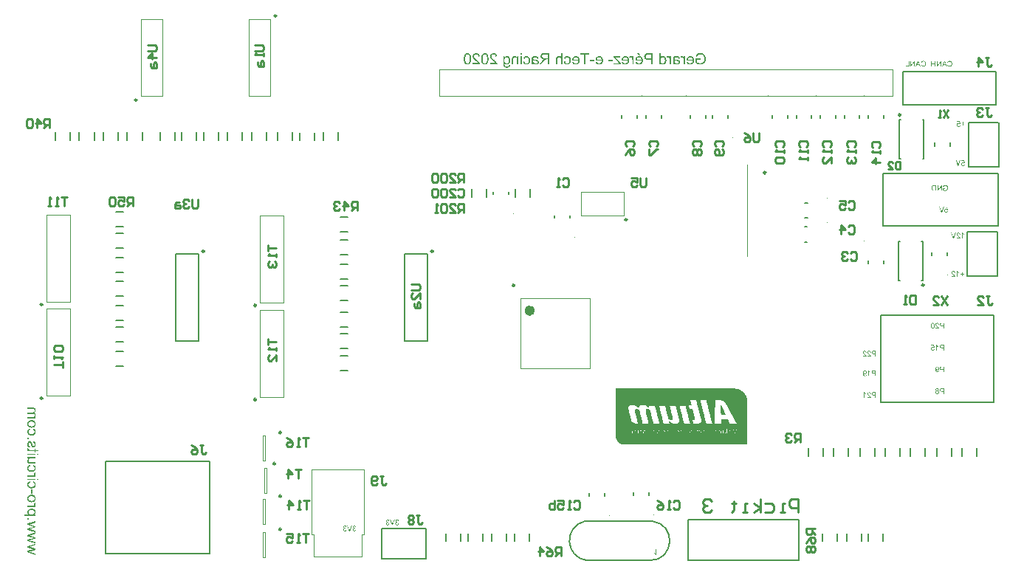
<source format=gbo>
G04*
G04 #@! TF.GenerationSoftware,Altium Limited,Altium Designer,19.1.7 (138)*
G04*
G04 Layer_Color=32896*
%FSLAX44Y44*%
%MOMM*%
G71*
G01*
G75*
%ADD10C,0.1000*%
%ADD11C,0.2500*%
%ADD12C,0.0500*%
%ADD13C,0.2000*%
%ADD14C,0.2540*%
%ADD88C,0.6000*%
%ADD89C,0.0254*%
G36*
X1283840Y824000D02*
X1283030D01*
Y829033D01*
X1279665Y824000D01*
X1278797D01*
Y830408D01*
X1279607D01*
Y825375D01*
X1282982Y830408D01*
X1283840D01*
Y824000D01*
D02*
G37*
G36*
X1293798Y830496D02*
X1294091Y830457D01*
X1294354Y830389D01*
X1294471Y830359D01*
X1294579Y830320D01*
X1294676Y830281D01*
X1294774Y830252D01*
X1294852Y830213D01*
X1294910Y830184D01*
X1294969Y830164D01*
X1295008Y830145D01*
X1295027Y830125D01*
X1295037D01*
X1295281Y829969D01*
X1295505Y829784D01*
X1295690Y829599D01*
X1295837Y829413D01*
X1295963Y829247D01*
X1296012Y829179D01*
X1296051Y829121D01*
X1296081Y829062D01*
X1296100Y829023D01*
X1296120Y829004D01*
Y828994D01*
X1296246Y828711D01*
X1296344Y828409D01*
X1296402Y828116D01*
X1296451Y827843D01*
X1296471Y827716D01*
X1296481Y827609D01*
X1296490Y827502D01*
Y827414D01*
X1296500Y827346D01*
Y827297D01*
Y827258D01*
Y827248D01*
X1296490Y826907D01*
X1296451Y826594D01*
X1296393Y826302D01*
X1296363Y826165D01*
X1296334Y826048D01*
X1296305Y825931D01*
X1296276Y825834D01*
X1296246Y825746D01*
X1296217Y825668D01*
X1296198Y825609D01*
X1296178Y825570D01*
X1296168Y825541D01*
Y825531D01*
X1296032Y825248D01*
X1295866Y825005D01*
X1295710Y824790D01*
X1295544Y824624D01*
X1295408Y824488D01*
X1295291Y824390D01*
X1295242Y824361D01*
X1295213Y824332D01*
X1295193Y824322D01*
X1295183Y824312D01*
X1295056Y824234D01*
X1294920Y824176D01*
X1294647Y824068D01*
X1294364Y824000D01*
X1294091Y823941D01*
X1293974Y823932D01*
X1293857Y823912D01*
X1293759Y823903D01*
X1293672D01*
X1293593Y823893D01*
X1293496D01*
X1293311Y823903D01*
X1293135Y823912D01*
X1292813Y823980D01*
X1292667Y824019D01*
X1292520Y824068D01*
X1292394Y824117D01*
X1292277Y824166D01*
X1292169Y824215D01*
X1292082Y824263D01*
X1292004Y824312D01*
X1291935Y824351D01*
X1291877Y824390D01*
X1291838Y824419D01*
X1291818Y824429D01*
X1291808Y824439D01*
X1291682Y824546D01*
X1291565Y824663D01*
X1291370Y824917D01*
X1291194Y825180D01*
X1291067Y825443D01*
X1291009Y825561D01*
X1290970Y825668D01*
X1290931Y825775D01*
X1290892Y825853D01*
X1290872Y825931D01*
X1290853Y825980D01*
X1290843Y826019D01*
Y826029D01*
X1291691Y826243D01*
X1291770Y825960D01*
X1291867Y825707D01*
X1291984Y825502D01*
X1292091Y825327D01*
X1292199Y825200D01*
X1292286Y825102D01*
X1292345Y825044D01*
X1292355Y825034D01*
X1292365Y825024D01*
X1292560Y824888D01*
X1292755Y824790D01*
X1292959Y824712D01*
X1293145Y824663D01*
X1293311Y824634D01*
X1293389Y824624D01*
X1293447D01*
X1293496Y824614D01*
X1293564D01*
X1293779Y824624D01*
X1293984Y824663D01*
X1294169Y824712D01*
X1294325Y824761D01*
X1294462Y824819D01*
X1294569Y824858D01*
X1294608Y824878D01*
X1294637Y824897D01*
X1294647Y824907D01*
X1294657D01*
X1294832Y825034D01*
X1294978Y825180D01*
X1295105Y825327D01*
X1295213Y825483D01*
X1295291Y825609D01*
X1295339Y825726D01*
X1295359Y825765D01*
X1295378Y825795D01*
X1295388Y825814D01*
Y825824D01*
X1295466Y826058D01*
X1295525Y826302D01*
X1295564Y826546D01*
X1295593Y826770D01*
X1295603Y826868D01*
X1295612Y826955D01*
Y827043D01*
X1295622Y827111D01*
Y827170D01*
Y827209D01*
Y827238D01*
Y827248D01*
X1295612Y827482D01*
X1295593Y827706D01*
X1295564Y827911D01*
X1295525Y828096D01*
X1295486Y828253D01*
X1295476Y828321D01*
X1295456Y828370D01*
X1295447Y828418D01*
X1295437Y828448D01*
X1295427Y828467D01*
Y828477D01*
X1295339Y828691D01*
X1295232Y828887D01*
X1295115Y829043D01*
X1295008Y829179D01*
X1294900Y829286D01*
X1294813Y829364D01*
X1294754Y829413D01*
X1294744Y829433D01*
X1294735D01*
X1294539Y829550D01*
X1294335Y829638D01*
X1294130Y829706D01*
X1293935Y829745D01*
X1293759Y829774D01*
X1293691Y829784D01*
X1293623D01*
X1293574Y829794D01*
X1293506D01*
X1293272Y829784D01*
X1293067Y829745D01*
X1292881Y829696D01*
X1292735Y829638D01*
X1292608Y829569D01*
X1292520Y829520D01*
X1292462Y829482D01*
X1292442Y829472D01*
X1292286Y829335D01*
X1292160Y829179D01*
X1292043Y829004D01*
X1291955Y828838D01*
X1291886Y828691D01*
X1291857Y828623D01*
X1291828Y828565D01*
X1291808Y828516D01*
X1291799Y828477D01*
X1291789Y828457D01*
Y828448D01*
X1290950Y828643D01*
X1291067Y828955D01*
X1291136Y829101D01*
X1291204Y829228D01*
X1291282Y829355D01*
X1291360Y829472D01*
X1291428Y829569D01*
X1291506Y829667D01*
X1291574Y829745D01*
X1291643Y829813D01*
X1291711Y829881D01*
X1291760Y829930D01*
X1291808Y829969D01*
X1291838Y829998D01*
X1291857Y830008D01*
X1291867Y830018D01*
X1291994Y830106D01*
X1292121Y830184D01*
X1292257Y830252D01*
X1292394Y830311D01*
X1292667Y830398D01*
X1292920Y830457D01*
X1293038Y830476D01*
X1293145Y830486D01*
X1293242Y830496D01*
X1293320Y830506D01*
X1293389Y830515D01*
X1293486D01*
X1293798Y830496D01*
D02*
G37*
G36*
X1290502Y824000D02*
X1289604D01*
X1288912Y825941D01*
X1286220D01*
X1285478Y824000D01*
X1284523D01*
X1287127Y830408D01*
X1288053D01*
X1290502Y824000D01*
D02*
G37*
G36*
X1277412D02*
X1273413D01*
Y824751D01*
X1276564D01*
Y830408D01*
X1277412D01*
Y824000D01*
D02*
G37*
G36*
X833010Y837522D02*
X831430D01*
Y839316D01*
X833010D01*
Y837522D01*
D02*
G37*
G36*
X968702Y836936D02*
X967395D01*
X965464Y839375D01*
X967532D01*
X968702Y836936D01*
D02*
G37*
G36*
X800706Y839355D02*
X801018Y839336D01*
X801603Y839219D01*
X801857Y839160D01*
X802111Y839082D01*
X802325Y838985D01*
X802520Y838906D01*
X802696Y838809D01*
X802852Y838731D01*
X802989Y838633D01*
X803106Y838575D01*
X803184Y838516D01*
X803242Y838458D01*
X803281Y838438D01*
X803301Y838419D01*
X803496Y838224D01*
X803652Y838029D01*
X803944Y837580D01*
X804159Y837131D01*
X804315Y836683D01*
X804432Y836293D01*
X804452Y836117D01*
X804491Y835961D01*
X804510Y835844D01*
X804530Y835746D01*
Y835688D01*
Y835668D01*
X802911Y835493D01*
X802871Y835922D01*
X802794Y836293D01*
X802696Y836605D01*
X802559Y836878D01*
X802442Y837092D01*
X802325Y837248D01*
X802247Y837326D01*
X802228Y837365D01*
X801955Y837599D01*
X801662Y837775D01*
X801350Y837892D01*
X801057Y837990D01*
X800804Y838029D01*
X800609Y838048D01*
X800531Y838068D01*
X800414D01*
X800023Y838048D01*
X799672Y837970D01*
X799380Y837873D01*
X799126Y837756D01*
X798931Y837619D01*
X798775Y837522D01*
X798697Y837443D01*
X798658Y837424D01*
X798424Y837170D01*
X798268Y836897D01*
X798151Y836644D01*
X798053Y836390D01*
X798014Y836176D01*
X797995Y836000D01*
X797975Y835883D01*
Y835863D01*
Y835844D01*
X798014Y835512D01*
X798092Y835161D01*
X798209Y834849D01*
X798346Y834556D01*
X798482Y834303D01*
X798599Y834108D01*
X798638Y834030D01*
X798677Y833971D01*
X798717Y833952D01*
Y833932D01*
X798873Y833737D01*
X799048Y833522D01*
X799243Y833308D01*
X799477Y833093D01*
X799945Y832645D01*
X800414Y832196D01*
X800843Y831825D01*
X801038Y831650D01*
X801213Y831513D01*
X801350Y831377D01*
X801448Y831299D01*
X801525Y831240D01*
X801545Y831221D01*
X802013Y830811D01*
X802442Y830440D01*
X802794Y830109D01*
X803086Y829836D01*
X803320Y829602D01*
X803476Y829426D01*
X803574Y829309D01*
X803613Y829289D01*
Y829270D01*
X803866Y828958D01*
X804061Y828665D01*
X804257Y828373D01*
X804393Y828119D01*
X804510Y827885D01*
X804588Y827729D01*
X804627Y827612D01*
X804647Y827592D01*
Y827573D01*
X804705Y827378D01*
X804764Y827183D01*
X804783Y827007D01*
X804803Y826851D01*
X804822Y826714D01*
Y826598D01*
Y826519D01*
Y826500D01*
X796337D01*
Y828002D01*
X802637D01*
X802423Y828314D01*
X802208Y828568D01*
X802111Y828685D01*
X802033Y828763D01*
X801994Y828821D01*
X801974Y828841D01*
X801877Y828938D01*
X801779Y829036D01*
X801525Y829270D01*
X801213Y829543D01*
X800921Y829816D01*
X800628Y830070D01*
X800394Y830265D01*
X800296Y830343D01*
X800219Y830401D01*
X800180Y830440D01*
X800160Y830460D01*
X799848Y830733D01*
X799575Y830967D01*
X799302Y831201D01*
X799068Y831416D01*
X798853Y831630D01*
X798658Y831806D01*
X798463Y831982D01*
X798307Y832138D01*
X798170Y832274D01*
X798053Y832391D01*
X797878Y832567D01*
X797780Y832684D01*
X797741Y832723D01*
X797487Y833035D01*
X797253Y833308D01*
X797078Y833581D01*
X796941Y833815D01*
X796824Y834010D01*
X796746Y834147D01*
X796707Y834244D01*
X796688Y834283D01*
X796571Y834556D01*
X796493Y834829D01*
X796434Y835083D01*
X796395Y835317D01*
X796376Y835512D01*
X796356Y835668D01*
Y835766D01*
Y835805D01*
X796376Y836078D01*
X796395Y836351D01*
X796532Y836839D01*
X796707Y837268D01*
X796902Y837639D01*
X797097Y837931D01*
X797195Y838048D01*
X797273Y838165D01*
X797351Y838243D01*
X797410Y838302D01*
X797429Y838321D01*
X797449Y838341D01*
X797663Y838516D01*
X797878Y838692D01*
X798112Y838829D01*
X798365Y838945D01*
X798853Y839121D01*
X799321Y839238D01*
X799536Y839297D01*
X799731Y839316D01*
X799906Y839336D01*
X800062Y839355D01*
X800199Y839375D01*
X800375D01*
X800706Y839355D01*
D02*
G37*
G36*
X780809D02*
X781121Y839336D01*
X781706Y839219D01*
X781960Y839160D01*
X782213Y839082D01*
X782428Y838985D01*
X782623Y838906D01*
X782799Y838809D01*
X782955Y838731D01*
X783091Y838633D01*
X783208Y838575D01*
X783286Y838516D01*
X783345Y838458D01*
X783384Y838438D01*
X783403Y838419D01*
X783598Y838224D01*
X783754Y838029D01*
X784047Y837580D01*
X784262Y837131D01*
X784418Y836683D01*
X784535Y836293D01*
X784554Y836117D01*
X784593Y835961D01*
X784613Y835844D01*
X784632Y835746D01*
Y835688D01*
Y835668D01*
X783013Y835493D01*
X782974Y835922D01*
X782896Y836293D01*
X782799Y836605D01*
X782662Y836878D01*
X782545Y837092D01*
X782428Y837248D01*
X782350Y837326D01*
X782330Y837365D01*
X782057Y837599D01*
X781765Y837775D01*
X781453Y837892D01*
X781160Y837990D01*
X780906Y838029D01*
X780711Y838048D01*
X780633Y838068D01*
X780516D01*
X780126Y838048D01*
X779775Y837970D01*
X779482Y837873D01*
X779229Y837756D01*
X779034Y837619D01*
X778878Y837522D01*
X778800Y837443D01*
X778761Y837424D01*
X778527Y837170D01*
X778371Y836897D01*
X778253Y836644D01*
X778156Y836390D01*
X778117Y836176D01*
X778097Y836000D01*
X778078Y835883D01*
Y835863D01*
Y835844D01*
X778117Y835512D01*
X778195Y835161D01*
X778312Y834849D01*
X778448Y834556D01*
X778585Y834303D01*
X778702Y834108D01*
X778741Y834030D01*
X778780Y833971D01*
X778819Y833952D01*
Y833932D01*
X778975Y833737D01*
X779151Y833522D01*
X779346Y833308D01*
X779580Y833093D01*
X780048Y832645D01*
X780516Y832196D01*
X780945Y831825D01*
X781141Y831650D01*
X781316Y831513D01*
X781453Y831377D01*
X781550Y831299D01*
X781628Y831240D01*
X781648Y831221D01*
X782116Y830811D01*
X782545Y830440D01*
X782896Y830109D01*
X783189Y829836D01*
X783423Y829602D01*
X783579Y829426D01*
X783676Y829309D01*
X783715Y829289D01*
Y829270D01*
X783969Y828958D01*
X784164Y828665D01*
X784359Y828373D01*
X784496Y828119D01*
X784613Y827885D01*
X784691Y827729D01*
X784730Y827612D01*
X784749Y827592D01*
Y827573D01*
X784808Y827378D01*
X784866Y827183D01*
X784886Y827007D01*
X784905Y826851D01*
X784925Y826714D01*
Y826598D01*
Y826519D01*
Y826500D01*
X776439D01*
Y828002D01*
X782740D01*
X782525Y828314D01*
X782311Y828568D01*
X782213Y828685D01*
X782135Y828763D01*
X782096Y828821D01*
X782077Y828841D01*
X781979Y828938D01*
X781882Y829036D01*
X781628Y829270D01*
X781316Y829543D01*
X781023Y829816D01*
X780731Y830070D01*
X780497Y830265D01*
X780399Y830343D01*
X780321Y830401D01*
X780282Y830440D01*
X780263Y830460D01*
X779950Y830733D01*
X779677Y830967D01*
X779404Y831201D01*
X779170Y831416D01*
X778956Y831630D01*
X778761Y831806D01*
X778566Y831982D01*
X778410Y832138D01*
X778273Y832274D01*
X778156Y832391D01*
X777980Y832567D01*
X777883Y832684D01*
X777844Y832723D01*
X777590Y833035D01*
X777356Y833308D01*
X777180Y833581D01*
X777044Y833815D01*
X776927Y834010D01*
X776849Y834147D01*
X776810Y834244D01*
X776790Y834283D01*
X776673Y834556D01*
X776595Y834829D01*
X776537Y835083D01*
X776498Y835317D01*
X776478Y835512D01*
X776459Y835668D01*
Y835766D01*
Y835805D01*
X776478Y836078D01*
X776498Y836351D01*
X776634Y836839D01*
X776810Y837268D01*
X777005Y837639D01*
X777200Y837931D01*
X777298Y838048D01*
X777376Y838165D01*
X777454Y838243D01*
X777512Y838302D01*
X777532Y838321D01*
X777551Y838341D01*
X777766Y838516D01*
X777980Y838692D01*
X778214Y838829D01*
X778468Y838945D01*
X778956Y839121D01*
X779424Y839238D01*
X779638Y839297D01*
X779834Y839316D01*
X780009Y839336D01*
X780165Y839355D01*
X780302Y839375D01*
X780477D01*
X780809Y839355D01*
D02*
G37*
G36*
X879769Y826500D02*
X878189D01*
Y831572D01*
X878169Y831962D01*
X878150Y832294D01*
X878111Y832586D01*
X878052Y832840D01*
X878013Y833035D01*
X877974Y833171D01*
X877955Y833269D01*
X877935Y833288D01*
X877818Y833503D01*
X877701Y833718D01*
X877545Y833874D01*
X877409Y834030D01*
X877272Y834127D01*
X877174Y834225D01*
X877096Y834264D01*
X877077Y834283D01*
X876843Y834400D01*
X876609Y834498D01*
X876375Y834556D01*
X876180Y834615D01*
X876004Y834634D01*
X875867Y834654D01*
X875750D01*
X875419Y834634D01*
X875146Y834576D01*
X874892Y834478D01*
X874697Y834381D01*
X874541Y834283D01*
X874424Y834186D01*
X874346Y834127D01*
X874326Y834108D01*
X874151Y833874D01*
X874014Y833601D01*
X873936Y833327D01*
X873858Y833054D01*
X873819Y832781D01*
X873800Y832586D01*
Y832508D01*
Y832450D01*
Y832411D01*
Y832391D01*
Y826500D01*
X872220D01*
Y832372D01*
X872239Y832859D01*
X872278Y833269D01*
X872317Y833640D01*
X872376Y833932D01*
X872454Y834166D01*
X872493Y834322D01*
X872532Y834420D01*
X872551Y834459D01*
X872688Y834713D01*
X872863Y834947D01*
X873039Y835142D01*
X873214Y835298D01*
X873390Y835415D01*
X873527Y835512D01*
X873605Y835571D01*
X873644Y835590D01*
X873936Y835727D01*
X874248Y835824D01*
X874541Y835902D01*
X874814Y835941D01*
X875048Y835981D01*
X875243Y836000D01*
X875419D01*
X875731Y835981D01*
X876023Y835941D01*
X876297Y835883D01*
X876550Y835805D01*
X877038Y835590D01*
X877233Y835493D01*
X877428Y835376D01*
X877604Y835239D01*
X877760Y835142D01*
X877877Y835025D01*
X877994Y834927D01*
X878072Y834849D01*
X878130Y834790D01*
X878169Y834752D01*
X878189Y834732D01*
Y839316D01*
X879769D01*
Y826500D01*
D02*
G37*
G36*
X816136Y835980D02*
X816546Y835902D01*
X816897Y835805D01*
X817229Y835688D01*
X817482Y835571D01*
X817678Y835473D01*
X817736Y835434D01*
X817794Y835395D01*
X817814Y835376D01*
X817833D01*
X818165Y835122D01*
X818438Y834849D01*
X818672Y834556D01*
X818887Y834283D01*
X819043Y834030D01*
X819140Y833835D01*
X819180Y833757D01*
X819219Y833698D01*
X819238Y833659D01*
Y833640D01*
X819394Y833210D01*
X819511Y832781D01*
X819589Y832372D01*
X819648Y831982D01*
X819687Y831669D01*
Y831533D01*
X819706Y831416D01*
Y831318D01*
Y831240D01*
Y831201D01*
Y831182D01*
X819687Y830831D01*
X819667Y830479D01*
X819550Y829855D01*
X819453Y829563D01*
X819375Y829289D01*
X819277Y829036D01*
X819180Y828802D01*
X819082Y828587D01*
X818984Y828412D01*
X818887Y828256D01*
X818809Y828119D01*
X818750Y828002D01*
X818692Y827924D01*
X818672Y827885D01*
X818653Y827866D01*
X818438Y827631D01*
X818224Y827417D01*
X817990Y827241D01*
X817736Y827085D01*
X817502Y826949D01*
X817248Y826832D01*
X817014Y826734D01*
X816780Y826675D01*
X816546Y826617D01*
X816351Y826578D01*
X816156Y826539D01*
X816000Y826519D01*
X815863Y826500D01*
X815688D01*
X815415Y826519D01*
X815142Y826559D01*
X814888Y826617D01*
X814654Y826695D01*
X814205Y826890D01*
X813835Y827105D01*
X813542Y827319D01*
X813425Y827436D01*
X813308Y827514D01*
X813230Y827592D01*
X813171Y827651D01*
X813152Y827690D01*
X813132Y827709D01*
Y827436D01*
Y827183D01*
Y826968D01*
Y826753D01*
X813152Y826578D01*
Y826402D01*
X813191Y826129D01*
X813210Y825934D01*
X813230Y825798D01*
X813249Y825720D01*
Y825700D01*
X813347Y825427D01*
X813464Y825173D01*
X813581Y824978D01*
X813717Y824803D01*
X813854Y824666D01*
X813952Y824569D01*
X814030Y824510D01*
X814049Y824491D01*
X814283Y824335D01*
X814556Y824237D01*
X814829Y824159D01*
X815102Y824101D01*
X815356Y824062D01*
X815551Y824042D01*
X815727D01*
X816078Y824062D01*
X816410Y824120D01*
X816683Y824179D01*
X816897Y824276D01*
X817092Y824354D01*
X817209Y824413D01*
X817307Y824471D01*
X817326Y824491D01*
X817482Y824627D01*
X817599Y824783D01*
X817697Y824959D01*
X817775Y825134D01*
X817814Y825291D01*
X817853Y825407D01*
X817872Y825486D01*
Y825525D01*
X819394Y825739D01*
Y825466D01*
X819355Y825212D01*
X819258Y824764D01*
X819101Y824374D01*
X818926Y824062D01*
X818731Y823808D01*
X818575Y823632D01*
X818458Y823535D01*
X818438Y823496D01*
X818419D01*
X818009Y823242D01*
X817560Y823047D01*
X817112Y822930D01*
X816683Y822833D01*
X816312Y822774D01*
X816136Y822755D01*
X816000D01*
X815883Y822735D01*
X815727D01*
X815220Y822755D01*
X814771Y822813D01*
X814361Y822911D01*
X814010Y823008D01*
X813737Y823086D01*
X813542Y823184D01*
X813464Y823223D01*
X813405Y823242D01*
X813386Y823262D01*
X813366D01*
X813035Y823476D01*
X812742Y823710D01*
X812508Y823944D01*
X812313Y824179D01*
X812176Y824393D01*
X812059Y824549D01*
X812001Y824666D01*
X811981Y824686D01*
Y824705D01*
X811903Y824881D01*
X811825Y825095D01*
X811728Y825564D01*
X811650Y826071D01*
X811591Y826559D01*
X811572Y826793D01*
X811552Y827027D01*
Y827222D01*
X811533Y827397D01*
Y827553D01*
Y827651D01*
Y827729D01*
Y827748D01*
Y835785D01*
X812976D01*
Y834654D01*
X813171Y834888D01*
X813386Y835103D01*
X813620Y835278D01*
X813835Y835434D01*
X814069Y835571D01*
X814303Y835668D01*
X814517Y835766D01*
X814732Y835824D01*
X815102Y835922D01*
X815278Y835961D01*
X815415Y835980D01*
X815532Y836000D01*
X815688D01*
X816136Y835980D01*
D02*
G37*
G36*
X945859Y834517D02*
X941782D01*
X941470Y834537D01*
X941178D01*
X940904Y834556D01*
X940651D01*
X940475Y834576D01*
X940300D01*
X946210Y827768D01*
Y826500D01*
X937998D01*
Y827846D01*
X942290D01*
X942992Y827827D01*
X943323Y827807D01*
X943635D01*
X943889Y827787D01*
X944104Y827768D01*
X944182Y827748D01*
X944279D01*
X943304Y828841D01*
X938271Y834752D01*
Y835785D01*
X945859D01*
Y834517D01*
D02*
G37*
G36*
X1010487Y835981D02*
X1010896Y835941D01*
X1011247Y835902D01*
X1011560Y835844D01*
X1011813Y835766D01*
X1012008Y835727D01*
X1012067Y835707D01*
X1012125Y835688D01*
X1012145Y835668D01*
X1012164D01*
X1012476Y835532D01*
X1012749Y835376D01*
X1013003Y835220D01*
X1013198Y835083D01*
X1013354Y834947D01*
X1013452Y834830D01*
X1013530Y834752D01*
X1013549Y834732D01*
X1013725Y834498D01*
X1013861Y834225D01*
X1013978Y833971D01*
X1014076Y833718D01*
X1014135Y833484D01*
X1014193Y833308D01*
X1014212Y833191D01*
X1014232Y833171D01*
Y833152D01*
X1012691Y832937D01*
X1012593Y833269D01*
X1012457Y833562D01*
X1012340Y833796D01*
X1012203Y833991D01*
X1012086Y834127D01*
X1011989Y834225D01*
X1011930Y834283D01*
X1011911Y834303D01*
X1011696Y834439D01*
X1011423Y834537D01*
X1011169Y834595D01*
X1010896Y834654D01*
X1010643Y834673D01*
X1010448Y834693D01*
X1010272D01*
X1009862Y834673D01*
X1009492Y834615D01*
X1009180Y834518D01*
X1008926Y834420D01*
X1008731Y834322D01*
X1008594Y834225D01*
X1008497Y834166D01*
X1008477Y834147D01*
X1008321Y833971D01*
X1008224Y833776D01*
X1008146Y833542D01*
X1008087Y833327D01*
X1008048Y833132D01*
X1008029Y832957D01*
Y832840D01*
Y832820D01*
Y832801D01*
Y832762D01*
Y832703D01*
Y832567D01*
X1008048Y832450D01*
Y832411D01*
Y832391D01*
X1008224Y832333D01*
X1008419Y832274D01*
X1008867Y832157D01*
X1009336Y832079D01*
X1009784Y832001D01*
X1010213Y831923D01*
X1010389Y831904D01*
X1010545Y831884D01*
X1010682Y831864D01*
X1010779D01*
X1010838Y831845D01*
X1010857D01*
X1011189Y831806D01*
X1011462Y831767D01*
X1011716Y831728D01*
X1011911Y831689D01*
X1012067Y831650D01*
X1012164Y831630D01*
X1012242Y831611D01*
X1012262D01*
X1012496Y831533D01*
X1012710Y831455D01*
X1012886Y831377D01*
X1013062Y831279D01*
X1013198Y831201D01*
X1013296Y831143D01*
X1013374Y831104D01*
X1013393Y831084D01*
X1013569Y830948D01*
X1013725Y830811D01*
X1013881Y830655D01*
X1013998Y830518D01*
X1014096Y830382D01*
X1014154Y830284D01*
X1014193Y830206D01*
X1014212Y830187D01*
X1014310Y829972D01*
X1014388Y829758D01*
X1014427Y829543D01*
X1014466Y829348D01*
X1014486Y829192D01*
X1014505Y829055D01*
Y828977D01*
Y828938D01*
X1014466Y828529D01*
X1014369Y828139D01*
X1014251Y827827D01*
X1014096Y827553D01*
X1013939Y827319D01*
X1013822Y827163D01*
X1013725Y827066D01*
X1013686Y827027D01*
X1013354Y826773D01*
X1012964Y826598D01*
X1012593Y826461D01*
X1012203Y826383D01*
X1011872Y826324D01*
X1011716Y826305D01*
X1011599D01*
X1011481Y826285D01*
X1011345D01*
X1010994Y826305D01*
X1010682Y826344D01*
X1010389Y826383D01*
X1010116Y826441D01*
X1009901Y826500D01*
X1009745Y826559D01*
X1009648Y826578D01*
X1009609Y826598D01*
X1009297Y826734D01*
X1009004Y826890D01*
X1008711Y827066D01*
X1008458Y827261D01*
X1008224Y827417D01*
X1008068Y827553D01*
X1007951Y827631D01*
X1007912Y827670D01*
X1007873Y827417D01*
X1007834Y827202D01*
X1007795Y827007D01*
X1007736Y826832D01*
X1007678Y826695D01*
X1007639Y826578D01*
X1007619Y826519D01*
X1007600Y826500D01*
X1005961D01*
X1006136Y826890D01*
X1006215Y827085D01*
X1006273Y827241D01*
X1006312Y827378D01*
X1006332Y827495D01*
X1006351Y827573D01*
Y827592D01*
X1006371Y827729D01*
X1006390Y827885D01*
Y828061D01*
X1006410Y828275D01*
X1006429Y828724D01*
Y829212D01*
X1006449Y829660D01*
Y829855D01*
Y830031D01*
Y830167D01*
Y830284D01*
Y830362D01*
Y830382D01*
Y832489D01*
Y832859D01*
X1006468Y833152D01*
X1006488Y833406D01*
Y833601D01*
X1006507Y833757D01*
X1006527Y833854D01*
X1006546Y833913D01*
Y833932D01*
X1006605Y834166D01*
X1006683Y834381D01*
X1006761Y834557D01*
X1006839Y834713D01*
X1006917Y834849D01*
X1006975Y834927D01*
X1007014Y834986D01*
X1007034Y835005D01*
X1007190Y835161D01*
X1007346Y835298D01*
X1007541Y835415D01*
X1007717Y835512D01*
X1007873Y835590D01*
X1008009Y835668D01*
X1008087Y835688D01*
X1008126Y835707D01*
X1008419Y835805D01*
X1008731Y835883D01*
X1009063Y835922D01*
X1009375Y835961D01*
X1009648Y835981D01*
X1009862Y836000D01*
X1010058D01*
X1010487Y835981D01*
D02*
G37*
G36*
X848440Y835981D02*
X848850Y835941D01*
X849201Y835902D01*
X849513Y835844D01*
X849767Y835766D01*
X849962Y835727D01*
X850020Y835707D01*
X850079Y835688D01*
X850098Y835668D01*
X850118D01*
X850430Y835532D01*
X850703Y835376D01*
X850957Y835220D01*
X851152Y835083D01*
X851308Y834947D01*
X851405Y834829D01*
X851483Y834752D01*
X851503Y834732D01*
X851678Y834498D01*
X851815Y834225D01*
X851932Y833971D01*
X852030Y833718D01*
X852088Y833484D01*
X852147Y833308D01*
X852166Y833191D01*
X852186Y833171D01*
Y833152D01*
X850645Y832937D01*
X850547Y833269D01*
X850411Y833562D01*
X850294Y833796D01*
X850157Y833991D01*
X850040Y834127D01*
X849942Y834225D01*
X849884Y834283D01*
X849864Y834303D01*
X849650Y834439D01*
X849377Y834537D01*
X849123Y834595D01*
X848850Y834654D01*
X848596Y834673D01*
X848401Y834693D01*
X848226D01*
X847816Y834673D01*
X847445Y834615D01*
X847133Y834517D01*
X846880Y834420D01*
X846685Y834322D01*
X846548Y834225D01*
X846451Y834166D01*
X846431Y834147D01*
X846275Y833971D01*
X846178Y833776D01*
X846099Y833542D01*
X846041Y833327D01*
X846002Y833132D01*
X845982Y832957D01*
Y832840D01*
Y832820D01*
Y832801D01*
Y832762D01*
Y832703D01*
Y832567D01*
X846002Y832450D01*
Y832411D01*
Y832391D01*
X846178Y832333D01*
X846373Y832274D01*
X846821Y832157D01*
X847289Y832079D01*
X847738Y832001D01*
X848167Y831923D01*
X848343Y831904D01*
X848499Y831884D01*
X848635Y831864D01*
X848733D01*
X848791Y831845D01*
X848811D01*
X849143Y831806D01*
X849416Y831767D01*
X849669Y831728D01*
X849864Y831689D01*
X850020Y831650D01*
X850118Y831630D01*
X850196Y831611D01*
X850216D01*
X850450Y831533D01*
X850664Y831455D01*
X850840Y831377D01*
X851015Y831279D01*
X851152Y831201D01*
X851249Y831143D01*
X851327Y831104D01*
X851347Y831084D01*
X851523Y830948D01*
X851678Y830811D01*
X851835Y830655D01*
X851952Y830518D01*
X852049Y830382D01*
X852108Y830284D01*
X852147Y830206D01*
X852166Y830187D01*
X852264Y829972D01*
X852342Y829758D01*
X852381Y829543D01*
X852420Y829348D01*
X852439Y829192D01*
X852459Y829055D01*
Y828977D01*
Y828938D01*
X852420Y828529D01*
X852322Y828139D01*
X852205Y827827D01*
X852049Y827553D01*
X851893Y827319D01*
X851776Y827163D01*
X851678Y827066D01*
X851639Y827027D01*
X851308Y826773D01*
X850918Y826598D01*
X850547Y826461D01*
X850157Y826383D01*
X849825Y826324D01*
X849669Y826305D01*
X849552D01*
X849435Y826285D01*
X849299D01*
X848948Y826305D01*
X848635Y826344D01*
X848343Y826383D01*
X848070Y826441D01*
X847855Y826500D01*
X847699Y826559D01*
X847601Y826578D01*
X847562Y826598D01*
X847250Y826734D01*
X846958Y826890D01*
X846665Y827066D01*
X846412Y827261D01*
X846178Y827417D01*
X846021Y827553D01*
X845904Y827631D01*
X845865Y827670D01*
X845826Y827417D01*
X845787Y827202D01*
X845748Y827007D01*
X845690Y826832D01*
X845631Y826695D01*
X845592Y826578D01*
X845573Y826519D01*
X845553Y826500D01*
X843915D01*
X844090Y826890D01*
X844168Y827085D01*
X844227Y827241D01*
X844266Y827378D01*
X844285Y827495D01*
X844305Y827573D01*
Y827592D01*
X844324Y827729D01*
X844344Y827885D01*
Y828061D01*
X844363Y828275D01*
X844383Y828724D01*
Y829212D01*
X844402Y829660D01*
Y829855D01*
Y830031D01*
Y830167D01*
Y830284D01*
Y830362D01*
Y830382D01*
Y832489D01*
Y832859D01*
X844422Y833152D01*
X844441Y833406D01*
Y833601D01*
X844461Y833757D01*
X844480Y833854D01*
X844500Y833913D01*
Y833932D01*
X844558Y834166D01*
X844636Y834381D01*
X844714Y834556D01*
X844792Y834713D01*
X844871Y834849D01*
X844929Y834927D01*
X844968Y834986D01*
X844987Y835005D01*
X845144Y835161D01*
X845300Y835298D01*
X845495Y835415D01*
X845670Y835512D01*
X845826Y835590D01*
X845963Y835668D01*
X846041Y835688D01*
X846080Y835707D01*
X846373Y835805D01*
X846685Y835883D01*
X847016Y835922D01*
X847328Y835961D01*
X847601Y835981D01*
X847816Y836000D01*
X848011D01*
X848440Y835981D01*
D02*
G37*
G36*
X937022Y830343D02*
X932204D01*
Y831923D01*
X937022D01*
Y830343D01*
D02*
G37*
G36*
X916150D02*
X911331D01*
Y831923D01*
X916150D01*
Y830343D01*
D02*
G37*
G36*
X1038304Y839492D02*
X1038928Y839414D01*
X1039513Y839277D01*
X1039767Y839199D01*
X1040001Y839141D01*
X1040216Y839063D01*
X1040411Y838985D01*
X1040586Y838926D01*
X1040723Y838848D01*
X1040820Y838809D01*
X1040918Y838770D01*
X1040957Y838731D01*
X1040976D01*
X1041249Y838575D01*
X1041484Y838399D01*
X1041952Y838029D01*
X1042322Y837639D01*
X1042654Y837249D01*
X1042888Y836878D01*
X1042986Y836741D01*
X1043083Y836605D01*
X1043142Y836488D01*
X1043181Y836410D01*
X1043220Y836351D01*
Y836332D01*
X1043473Y835727D01*
X1043668Y835103D01*
X1043805Y834518D01*
X1043903Y833971D01*
X1043941Y833737D01*
X1043961Y833523D01*
X1043980Y833327D01*
Y833152D01*
X1044000Y833015D01*
Y832918D01*
Y832859D01*
Y832840D01*
X1043961Y832157D01*
X1043883Y831513D01*
X1043746Y830928D01*
X1043688Y830655D01*
X1043610Y830421D01*
X1043532Y830187D01*
X1043473Y829992D01*
X1043395Y829816D01*
X1043337Y829680D01*
X1043298Y829563D01*
X1043259Y829485D01*
X1043220Y829426D01*
Y829407D01*
X1042888Y828880D01*
X1042517Y828412D01*
X1042147Y828002D01*
X1041757Y827670D01*
X1041425Y827417D01*
X1041289Y827319D01*
X1041152Y827241D01*
X1041054Y827163D01*
X1040957Y827124D01*
X1040918Y827105D01*
X1040898Y827085D01*
X1040313Y826812D01*
X1039708Y826617D01*
X1039143Y826480D01*
X1038596Y826383D01*
X1038362Y826344D01*
X1038148Y826324D01*
X1037953Y826305D01*
X1037777D01*
X1037641Y826285D01*
X1037465D01*
X1036958Y826305D01*
X1036451Y826363D01*
X1036002Y826441D01*
X1035592Y826539D01*
X1035417Y826578D01*
X1035241Y826617D01*
X1035105Y826656D01*
X1034988Y826695D01*
X1034890Y826734D01*
X1034812Y826754D01*
X1034773Y826773D01*
X1034754D01*
X1034266Y826988D01*
X1033778Y827222D01*
X1033349Y827475D01*
X1032959Y827709D01*
X1032627Y827943D01*
X1032491Y828022D01*
X1032374Y828119D01*
X1032276Y828178D01*
X1032218Y828236D01*
X1032179Y828256D01*
X1032159Y828275D01*
Y833035D01*
X1037582D01*
Y831533D01*
X1033817D01*
Y829114D01*
X1034051Y828938D01*
X1034305Y828763D01*
X1034558Y828607D01*
X1034812Y828470D01*
X1035046Y828353D01*
X1035241Y828275D01*
X1035319Y828236D01*
X1035378Y828217D01*
X1035397Y828197D01*
X1035417D01*
X1035807Y828061D01*
X1036197Y827963D01*
X1036568Y827885D01*
X1036880Y827846D01*
X1037153Y827807D01*
X1037367Y827787D01*
X1037563D01*
X1038031Y827807D01*
X1038480Y827866D01*
X1038870Y827963D01*
X1039240Y828061D01*
X1039533Y828158D01*
X1039669Y828217D01*
X1039767Y828256D01*
X1039845Y828275D01*
X1039903Y828314D01*
X1039942Y828334D01*
X1039962D01*
X1040352Y828568D01*
X1040703Y828841D01*
X1040996Y829134D01*
X1041230Y829407D01*
X1041405Y829660D01*
X1041542Y829855D01*
X1041601Y829933D01*
X1041640Y829992D01*
X1041659Y830031D01*
Y830050D01*
X1041854Y830518D01*
X1041991Y830987D01*
X1042108Y831474D01*
X1042166Y831943D01*
X1042186Y832138D01*
X1042205Y832333D01*
X1042225Y832508D01*
Y832645D01*
X1042244Y832781D01*
Y832859D01*
Y832918D01*
Y832937D01*
X1042225Y833445D01*
X1042166Y833932D01*
X1042088Y834361D01*
X1041991Y834752D01*
X1041913Y835064D01*
X1041874Y835200D01*
X1041835Y835298D01*
X1041796Y835395D01*
X1041776Y835454D01*
X1041757Y835493D01*
Y835512D01*
X1041640Y835766D01*
X1041523Y836000D01*
X1041386Y836215D01*
X1041249Y836410D01*
X1041132Y836566D01*
X1041035Y836683D01*
X1040976Y836761D01*
X1040957Y836780D01*
X1040742Y836995D01*
X1040528Y837170D01*
X1040294Y837327D01*
X1040079Y837463D01*
X1039884Y837580D01*
X1039728Y837658D01*
X1039630Y837697D01*
X1039591Y837717D01*
X1039260Y837834D01*
X1038928Y837931D01*
X1038577Y837990D01*
X1038265Y838048D01*
X1037992Y838068D01*
X1037777Y838087D01*
X1037582D01*
X1037231Y838068D01*
X1036899Y838029D01*
X1036607Y837970D01*
X1036353Y837912D01*
X1036139Y837853D01*
X1035963Y837795D01*
X1035865Y837756D01*
X1035826Y837736D01*
X1035534Y837600D01*
X1035300Y837463D01*
X1035085Y837307D01*
X1034910Y837170D01*
X1034773Y837034D01*
X1034676Y836936D01*
X1034617Y836858D01*
X1034597Y836839D01*
X1034442Y836605D01*
X1034305Y836351D01*
X1034188Y836097D01*
X1034090Y835863D01*
X1034012Y835629D01*
X1033934Y835454D01*
X1033915Y835337D01*
X1033895Y835317D01*
Y835298D01*
X1032354Y835727D01*
X1032491Y836195D01*
X1032647Y836605D01*
X1032803Y836956D01*
X1032959Y837249D01*
X1033115Y837502D01*
X1033232Y837678D01*
X1033310Y837775D01*
X1033330Y837814D01*
X1033583Y838107D01*
X1033876Y838341D01*
X1034168Y838555D01*
X1034461Y838731D01*
X1034715Y838887D01*
X1034910Y838985D01*
X1034988Y839024D01*
X1035046Y839043D01*
X1035085Y839063D01*
X1035105D01*
X1035534Y839219D01*
X1035963Y839336D01*
X1036392Y839414D01*
X1036763Y839472D01*
X1037094Y839511D01*
X1037251D01*
X1037367Y839531D01*
X1037602D01*
X1038304Y839492D01*
D02*
G37*
G36*
X1026424Y835981D02*
X1026756Y835941D01*
X1027068Y835883D01*
X1027360Y835805D01*
X1027653Y835688D01*
X1027907Y835590D01*
X1028141Y835473D01*
X1028355Y835356D01*
X1028550Y835220D01*
X1028706Y835103D01*
X1028862Y835005D01*
X1028979Y834908D01*
X1029077Y834810D01*
X1029136Y834752D01*
X1029174Y834713D01*
X1029194Y834693D01*
X1029409Y834439D01*
X1029584Y834166D01*
X1029740Y833874D01*
X1029877Y833581D01*
X1029994Y833269D01*
X1030091Y832976D01*
X1030228Y832391D01*
X1030286Y832118D01*
X1030325Y831864D01*
X1030345Y831630D01*
X1030365Y831435D01*
X1030384Y831279D01*
Y831143D01*
Y831065D01*
Y831045D01*
X1030365Y830636D01*
X1030325Y830245D01*
X1030267Y829875D01*
X1030189Y829543D01*
X1030111Y829231D01*
X1030013Y828938D01*
X1029896Y828685D01*
X1029779Y828451D01*
X1029682Y828236D01*
X1029565Y828041D01*
X1029467Y827885D01*
X1029370Y827768D01*
X1029311Y827670D01*
X1029253Y827592D01*
X1029213Y827553D01*
X1029194Y827534D01*
X1028960Y827319D01*
X1028706Y827124D01*
X1028453Y826949D01*
X1028180Y826812D01*
X1027926Y826695D01*
X1027653Y826598D01*
X1027146Y826441D01*
X1026892Y826383D01*
X1026678Y826344D01*
X1026482Y826324D01*
X1026307Y826305D01*
X1026170Y826285D01*
X1025975D01*
X1025390Y826324D01*
X1024883Y826403D01*
X1024415Y826539D01*
X1024044Y826676D01*
X1023869Y826754D01*
X1023732Y826812D01*
X1023615Y826890D01*
X1023517Y826949D01*
X1023420Y826988D01*
X1023361Y827027D01*
X1023342Y827066D01*
X1023322D01*
X1022971Y827378D01*
X1022659Y827748D01*
X1022425Y828119D01*
X1022230Y828470D01*
X1022074Y828802D01*
X1022015Y828938D01*
X1021976Y829055D01*
X1021937Y829153D01*
X1021918Y829231D01*
X1021898Y829270D01*
Y829289D01*
X1023517Y829504D01*
X1023673Y829153D01*
X1023829Y828841D01*
X1023986Y828587D01*
X1024142Y828392D01*
X1024278Y828217D01*
X1024395Y828119D01*
X1024473Y828041D01*
X1024493Y828022D01*
X1024727Y827866D01*
X1024980Y827768D01*
X1025234Y827690D01*
X1025468Y827631D01*
X1025663Y827592D01*
X1025819Y827573D01*
X1025975D01*
X1026385Y827612D01*
X1026756Y827690D01*
X1027087Y827827D01*
X1027380Y827982D01*
X1027594Y828119D01*
X1027770Y828256D01*
X1027868Y828334D01*
X1027907Y828373D01*
X1028160Y828704D01*
X1028375Y829094D01*
X1028511Y829485D01*
X1028628Y829855D01*
X1028706Y830206D01*
X1028726Y830343D01*
X1028745Y830480D01*
Y830577D01*
X1028765Y830675D01*
Y830714D01*
Y830733D01*
X1021859D01*
X1021840Y830909D01*
Y831045D01*
Y831123D01*
Y831143D01*
X1021859Y831572D01*
X1021898Y831962D01*
X1021957Y832333D01*
X1022015Y832664D01*
X1022113Y832996D01*
X1022210Y833288D01*
X1022327Y833542D01*
X1022425Y833796D01*
X1022542Y834010D01*
X1022659Y834186D01*
X1022757Y834342D01*
X1022835Y834478D01*
X1022913Y834576D01*
X1022971Y834654D01*
X1023010Y834693D01*
X1023030Y834713D01*
X1023264Y834947D01*
X1023498Y835142D01*
X1023752Y835317D01*
X1024005Y835454D01*
X1024259Y835590D01*
X1024512Y835688D01*
X1024980Y835844D01*
X1025215Y835902D01*
X1025410Y835941D01*
X1025605Y835961D01*
X1025761Y835981D01*
X1025897Y836000D01*
X1026073D01*
X1026424Y835981D01*
D02*
G37*
G36*
X967766Y835981D02*
X968098Y835941D01*
X968410Y835883D01*
X968702Y835805D01*
X968995Y835688D01*
X969248Y835590D01*
X969482Y835473D01*
X969697Y835356D01*
X969892Y835220D01*
X970048Y835103D01*
X970204Y835005D01*
X970321Y834908D01*
X970419Y834810D01*
X970477Y834752D01*
X970516Y834713D01*
X970536Y834693D01*
X970751Y834439D01*
X970926Y834166D01*
X971082Y833874D01*
X971219Y833581D01*
X971336Y833269D01*
X971433Y832976D01*
X971570Y832391D01*
X971628Y832118D01*
X971667Y831864D01*
X971687Y831630D01*
X971706Y831435D01*
X971726Y831279D01*
Y831143D01*
Y831065D01*
Y831045D01*
X971706Y830636D01*
X971667Y830245D01*
X971609Y829875D01*
X971531Y829543D01*
X971453Y829231D01*
X971355Y828938D01*
X971238Y828685D01*
X971121Y828451D01*
X971024Y828236D01*
X970907Y828041D01*
X970809Y827885D01*
X970711Y827768D01*
X970653Y827670D01*
X970594Y827592D01*
X970555Y827553D01*
X970536Y827534D01*
X970302Y827319D01*
X970048Y827124D01*
X969795Y826949D01*
X969521Y826812D01*
X969268Y826695D01*
X968995Y826598D01*
X968488Y826441D01*
X968234Y826383D01*
X968019Y826344D01*
X967824Y826324D01*
X967649Y826305D01*
X967512Y826285D01*
X967317D01*
X966732Y826324D01*
X966225Y826402D01*
X965757Y826539D01*
X965386Y826675D01*
X965210Y826754D01*
X965074Y826812D01*
X964957Y826890D01*
X964859Y826949D01*
X964762Y826988D01*
X964703Y827027D01*
X964684Y827066D01*
X964664D01*
X964313Y827378D01*
X964001Y827748D01*
X963767Y828119D01*
X963572Y828470D01*
X963416Y828802D01*
X963357Y828938D01*
X963318Y829055D01*
X963279Y829153D01*
X963260Y829231D01*
X963240Y829270D01*
Y829289D01*
X964859Y829504D01*
X965015Y829153D01*
X965171Y828841D01*
X965328Y828587D01*
X965483Y828392D01*
X965620Y828217D01*
X965737Y828119D01*
X965815Y828041D01*
X965835Y828021D01*
X966069Y827866D01*
X966322Y827768D01*
X966576Y827690D01*
X966810Y827631D01*
X967005Y827592D01*
X967161Y827573D01*
X967317D01*
X967727Y827612D01*
X968098Y827690D01*
X968429Y827827D01*
X968722Y827982D01*
X968936Y828119D01*
X969112Y828256D01*
X969209Y828334D01*
X969248Y828373D01*
X969502Y828704D01*
X969717Y829094D01*
X969853Y829485D01*
X969970Y829855D01*
X970048Y830206D01*
X970068Y830343D01*
X970087Y830479D01*
Y830577D01*
X970107Y830675D01*
Y830714D01*
Y830733D01*
X963201D01*
X963182Y830909D01*
Y831045D01*
Y831123D01*
Y831143D01*
X963201Y831572D01*
X963240Y831962D01*
X963299Y832333D01*
X963357Y832664D01*
X963455Y832996D01*
X963552Y833288D01*
X963669Y833542D01*
X963767Y833796D01*
X963884Y834010D01*
X964001Y834186D01*
X964099Y834342D01*
X964176Y834478D01*
X964255Y834576D01*
X964313Y834654D01*
X964352Y834693D01*
X964372Y834713D01*
X964606Y834947D01*
X964840Y835142D01*
X965093Y835317D01*
X965347Y835454D01*
X965601Y835590D01*
X965854Y835688D01*
X966322Y835844D01*
X966556Y835902D01*
X966751Y835941D01*
X966947Y835961D01*
X967103Y835981D01*
X967239Y836000D01*
X967415D01*
X967766Y835981D01*
D02*
G37*
G36*
X951868D02*
X952199Y835941D01*
X952511Y835883D01*
X952804Y835805D01*
X953096Y835688D01*
X953350Y835590D01*
X953584Y835473D01*
X953799Y835356D01*
X953994Y835220D01*
X954150Y835103D01*
X954306Y835005D01*
X954423Y834908D01*
X954520Y834810D01*
X954579Y834752D01*
X954618Y834713D01*
X954638Y834693D01*
X954852Y834439D01*
X955028Y834166D01*
X955184Y833874D01*
X955320Y833581D01*
X955437Y833269D01*
X955535Y832976D01*
X955671Y832391D01*
X955730Y832118D01*
X955769Y831864D01*
X955788Y831630D01*
X955808Y831435D01*
X955827Y831279D01*
Y831143D01*
Y831065D01*
Y831045D01*
X955808Y830636D01*
X955769Y830245D01*
X955710Y829875D01*
X955632Y829543D01*
X955554Y829231D01*
X955457Y828938D01*
X955340Y828685D01*
X955223Y828451D01*
X955125Y828236D01*
X955008Y828041D01*
X954911Y827885D01*
X954813Y827768D01*
X954755Y827670D01*
X954696Y827592D01*
X954657Y827553D01*
X954638Y827534D01*
X954403Y827319D01*
X954150Y827124D01*
X953896Y826949D01*
X953623Y826812D01*
X953370Y826695D01*
X953096Y826598D01*
X952589Y826441D01*
X952336Y826383D01*
X952121Y826344D01*
X951926Y826324D01*
X951750Y826305D01*
X951614Y826285D01*
X951419D01*
X950834Y826324D01*
X950326Y826402D01*
X949858Y826539D01*
X949488Y826675D01*
X949312Y826754D01*
X949175Y826812D01*
X949059Y826890D01*
X948961Y826949D01*
X948863Y826988D01*
X948805Y827027D01*
X948785Y827066D01*
X948766D01*
X948415Y827378D01*
X948103Y827748D01*
X947868Y828119D01*
X947673Y828470D01*
X947517Y828802D01*
X947459Y828938D01*
X947420Y829055D01*
X947381Y829153D01*
X947361Y829231D01*
X947342Y829270D01*
Y829289D01*
X948961Y829504D01*
X949117Y829153D01*
X949273Y828841D01*
X949429Y828587D01*
X949585Y828392D01*
X949722Y828217D01*
X949839Y828119D01*
X949917Y828041D01*
X949936Y828021D01*
X950170Y827866D01*
X950424Y827768D01*
X950677Y827690D01*
X950912Y827631D01*
X951107Y827592D01*
X951263Y827573D01*
X951419D01*
X951829Y827612D01*
X952199Y827690D01*
X952531Y827827D01*
X952823Y827982D01*
X953038Y828119D01*
X953214Y828256D01*
X953311Y828334D01*
X953350Y828373D01*
X953604Y828704D01*
X953818Y829094D01*
X953955Y829485D01*
X954072Y829855D01*
X954150Y830206D01*
X954169Y830343D01*
X954189Y830479D01*
Y830577D01*
X954208Y830675D01*
Y830714D01*
Y830733D01*
X947303D01*
X947283Y830909D01*
Y831045D01*
Y831123D01*
Y831143D01*
X947303Y831572D01*
X947342Y831962D01*
X947400Y832333D01*
X947459Y832664D01*
X947556Y832996D01*
X947654Y833288D01*
X947771Y833542D01*
X947868Y833796D01*
X947986Y834010D01*
X948103Y834186D01*
X948200Y834342D01*
X948278Y834478D01*
X948356Y834576D01*
X948415Y834654D01*
X948454Y834693D01*
X948473Y834713D01*
X948707Y834947D01*
X948941Y835142D01*
X949195Y835317D01*
X949449Y835454D01*
X949702Y835590D01*
X949956Y835688D01*
X950424Y835844D01*
X950658Y835902D01*
X950853Y835941D01*
X951048Y835961D01*
X951204Y835981D01*
X951341Y836000D01*
X951516D01*
X951868Y835981D01*
D02*
G37*
G36*
X922041D02*
X922373Y835941D01*
X922685Y835883D01*
X922977Y835805D01*
X923270Y835688D01*
X923523Y835590D01*
X923758Y835473D01*
X923972Y835356D01*
X924167Y835220D01*
X924323Y835103D01*
X924479Y835005D01*
X924596Y834908D01*
X924694Y834810D01*
X924753Y834752D01*
X924791Y834713D01*
X924811Y834693D01*
X925026Y834439D01*
X925201Y834166D01*
X925357Y833874D01*
X925494Y833581D01*
X925611Y833269D01*
X925708Y832976D01*
X925845Y832391D01*
X925903Y832118D01*
X925942Y831864D01*
X925962Y831630D01*
X925981Y831435D01*
X926001Y831279D01*
Y831143D01*
Y831065D01*
Y831045D01*
X925981Y830636D01*
X925942Y830245D01*
X925884Y829875D01*
X925806Y829543D01*
X925728Y829231D01*
X925630Y828938D01*
X925513Y828685D01*
X925396Y828451D01*
X925299Y828236D01*
X925182Y828041D01*
X925084Y827885D01*
X924987Y827768D01*
X924928Y827670D01*
X924870Y827592D01*
X924830Y827553D01*
X924811Y827534D01*
X924577Y827319D01*
X924323Y827124D01*
X924070Y826949D01*
X923797Y826812D01*
X923543Y826695D01*
X923270Y826598D01*
X922763Y826441D01*
X922509Y826383D01*
X922295Y826344D01*
X922100Y826324D01*
X921924Y826305D01*
X921787Y826285D01*
X921592D01*
X921007Y826324D01*
X920500Y826402D01*
X920032Y826539D01*
X919661Y826675D01*
X919485Y826754D01*
X919349Y826812D01*
X919232Y826890D01*
X919134Y826949D01*
X919037Y826988D01*
X918978Y827027D01*
X918959Y827066D01*
X918939D01*
X918588Y827378D01*
X918276Y827748D01*
X918042Y828119D01*
X917847Y828470D01*
X917691Y828802D01*
X917632Y828938D01*
X917593Y829055D01*
X917554Y829153D01*
X917535Y829231D01*
X917515Y829270D01*
Y829289D01*
X919134Y829504D01*
X919290Y829153D01*
X919446Y828841D01*
X919603Y828587D01*
X919759Y828392D01*
X919895Y828217D01*
X920012Y828119D01*
X920090Y828041D01*
X920110Y828021D01*
X920344Y827866D01*
X920597Y827768D01*
X920851Y827690D01*
X921085Y827631D01*
X921280Y827592D01*
X921436Y827573D01*
X921592D01*
X922002Y827612D01*
X922373Y827690D01*
X922704Y827827D01*
X922997Y827982D01*
X923211Y828119D01*
X923387Y828256D01*
X923484Y828334D01*
X923523Y828373D01*
X923777Y828704D01*
X923992Y829094D01*
X924128Y829485D01*
X924245Y829855D01*
X924323Y830206D01*
X924343Y830343D01*
X924362Y830479D01*
Y830577D01*
X924382Y830675D01*
Y830714D01*
Y830733D01*
X917476D01*
X917457Y830909D01*
Y831045D01*
Y831123D01*
Y831143D01*
X917476Y831572D01*
X917515Y831962D01*
X917574Y832333D01*
X917632Y832664D01*
X917730Y832996D01*
X917827Y833288D01*
X917944Y833542D01*
X918042Y833796D01*
X918159Y834010D01*
X918276Y834186D01*
X918374Y834342D01*
X918452Y834478D01*
X918530Y834576D01*
X918588Y834654D01*
X918627Y834693D01*
X918647Y834713D01*
X918881Y834947D01*
X919115Y835142D01*
X919369Y835317D01*
X919622Y835454D01*
X919876Y835590D01*
X920129Y835688D01*
X920597Y835844D01*
X920832Y835902D01*
X921027Y835941D01*
X921222Y835961D01*
X921378Y835981D01*
X921514Y836000D01*
X921690D01*
X922041Y835981D01*
D02*
G37*
G36*
X895219D02*
X895550Y835941D01*
X895862Y835883D01*
X896155Y835805D01*
X896448Y835688D01*
X896701Y835590D01*
X896935Y835473D01*
X897150Y835356D01*
X897345Y835220D01*
X897501Y835103D01*
X897657Y835005D01*
X897774Y834908D01*
X897872Y834810D01*
X897930Y834752D01*
X897969Y834713D01*
X897989Y834693D01*
X898203Y834439D01*
X898379Y834166D01*
X898535Y833874D01*
X898671Y833581D01*
X898788Y833269D01*
X898886Y832976D01*
X899023Y832391D01*
X899081Y832118D01*
X899120Y831864D01*
X899139Y831630D01*
X899159Y831435D01*
X899178Y831279D01*
Y831143D01*
Y831065D01*
Y831045D01*
X899159Y830636D01*
X899120Y830245D01*
X899062Y829875D01*
X898984Y829543D01*
X898905Y829231D01*
X898808Y828938D01*
X898691Y828685D01*
X898574Y828451D01*
X898476Y828236D01*
X898359Y828041D01*
X898262Y827885D01*
X898164Y827768D01*
X898106Y827670D01*
X898047Y827592D01*
X898008Y827553D01*
X897989Y827534D01*
X897755Y827319D01*
X897501Y827124D01*
X897247Y826949D01*
X896974Y826812D01*
X896721Y826695D01*
X896448Y826598D01*
X895940Y826441D01*
X895687Y826383D01*
X895472Y826344D01*
X895277Y826324D01*
X895101Y826305D01*
X894965Y826285D01*
X894770D01*
X894185Y826324D01*
X893678Y826402D01*
X893209Y826539D01*
X892839Y826675D01*
X892663Y826754D01*
X892527Y826812D01*
X892410Y826890D01*
X892312Y826949D01*
X892215Y826988D01*
X892156Y827027D01*
X892136Y827066D01*
X892117D01*
X891766Y827378D01*
X891454Y827748D01*
X891220Y828119D01*
X891024Y828470D01*
X890869Y828802D01*
X890810Y828938D01*
X890771Y829055D01*
X890732Y829153D01*
X890712Y829231D01*
X890693Y829270D01*
Y829289D01*
X892312Y829504D01*
X892468Y829153D01*
X892624Y828841D01*
X892780Y828587D01*
X892936Y828392D01*
X893073Y828217D01*
X893190Y828119D01*
X893268Y828041D01*
X893287Y828021D01*
X893521Y827866D01*
X893775Y827768D01*
X894029Y827690D01*
X894263Y827631D01*
X894458Y827592D01*
X894614Y827573D01*
X894770D01*
X895180Y827612D01*
X895550Y827690D01*
X895882Y827827D01*
X896174Y827982D01*
X896389Y828119D01*
X896565Y828256D01*
X896662Y828334D01*
X896701Y828373D01*
X896955Y828704D01*
X897169Y829094D01*
X897306Y829485D01*
X897423Y829855D01*
X897501Y830206D01*
X897520Y830343D01*
X897540Y830479D01*
Y830577D01*
X897559Y830675D01*
Y830714D01*
Y830733D01*
X890654D01*
X890634Y830909D01*
Y831045D01*
Y831123D01*
Y831143D01*
X890654Y831572D01*
X890693Y831962D01*
X890751Y832333D01*
X890810Y832664D01*
X890908Y832996D01*
X891005Y833288D01*
X891122Y833542D01*
X891220Y833796D01*
X891337Y834010D01*
X891454Y834186D01*
X891551Y834342D01*
X891629Y834478D01*
X891707Y834576D01*
X891766Y834654D01*
X891805Y834693D01*
X891824Y834713D01*
X892058Y834947D01*
X892292Y835142D01*
X892546Y835317D01*
X892800Y835454D01*
X893053Y835590D01*
X893307Y835688D01*
X893775Y835844D01*
X894009Y835902D01*
X894204Y835941D01*
X894399Y835961D01*
X894555Y835981D01*
X894692Y836000D01*
X894867D01*
X895219Y835981D01*
D02*
G37*
G36*
X885406D02*
X885816Y835922D01*
X886206Y835824D01*
X886518Y835727D01*
X886792Y835610D01*
X887006Y835532D01*
X887084Y835493D01*
X887143Y835454D01*
X887162Y835434D01*
X887182D01*
X887533Y835200D01*
X887845Y834927D01*
X888099Y834654D01*
X888313Y834381D01*
X888469Y834127D01*
X888586Y833932D01*
X888625Y833854D01*
X888664Y833796D01*
X888684Y833757D01*
Y833737D01*
X888840Y833308D01*
X888957Y832840D01*
X889054Y832411D01*
X889113Y832001D01*
X889152Y831630D01*
Y831494D01*
X889171Y831357D01*
Y831260D01*
Y831162D01*
Y831123D01*
Y831104D01*
X889152Y830675D01*
X889113Y830284D01*
X889074Y829894D01*
X888996Y829563D01*
X888898Y829231D01*
X888801Y828938D01*
X888703Y828665D01*
X888586Y828431D01*
X888489Y828217D01*
X888391Y828041D01*
X888294Y827885D01*
X888196Y827748D01*
X888118Y827651D01*
X888079Y827573D01*
X888040Y827534D01*
X888020Y827514D01*
X887786Y827300D01*
X887552Y827105D01*
X887318Y826949D01*
X887065Y826812D01*
X886811Y826695D01*
X886557Y826578D01*
X886070Y826441D01*
X885836Y826383D01*
X885640Y826344D01*
X885445Y826324D01*
X885289Y826305D01*
X885153Y826285D01*
X884977D01*
X884704Y826305D01*
X884431Y826324D01*
X883943Y826422D01*
X883495Y826578D01*
X883124Y826734D01*
X882831Y826890D01*
X882714Y826968D01*
X882597Y827046D01*
X882519Y827105D01*
X882461Y827144D01*
X882441Y827183D01*
X882422D01*
X882071Y827553D01*
X881778Y827943D01*
X881544Y828373D01*
X881368Y828763D01*
X881251Y829133D01*
X881212Y829289D01*
X881173Y829426D01*
X881154Y829524D01*
X881134Y829602D01*
X881115Y829660D01*
Y829680D01*
X882656Y829894D01*
X882734Y829485D01*
X882851Y829114D01*
X882988Y828821D01*
X883124Y828568D01*
X883241Y828373D01*
X883358Y828256D01*
X883436Y828158D01*
X883456Y828139D01*
X883690Y827943D01*
X883943Y827807D01*
X884217Y827709D01*
X884451Y827651D01*
X884665Y827612D01*
X884841Y827573D01*
X884997D01*
X885211Y827592D01*
X885406Y827612D01*
X885758Y827709D01*
X886089Y827846D01*
X886343Y828002D01*
X886557Y828139D01*
X886713Y828275D01*
X886811Y828373D01*
X886850Y828412D01*
X886967Y828587D01*
X887084Y828782D01*
X887260Y829192D01*
X887377Y829660D01*
X887455Y830109D01*
X887513Y830499D01*
X887533Y830675D01*
Y830831D01*
X887552Y830967D01*
Y831065D01*
Y831123D01*
Y831143D01*
Y831474D01*
X887513Y831786D01*
X887494Y832079D01*
X887435Y832352D01*
X887377Y832586D01*
X887318Y832820D01*
X887260Y833015D01*
X887182Y833191D01*
X887123Y833347D01*
X887065Y833484D01*
X887006Y833601D01*
X886947Y833698D01*
X886889Y833757D01*
X886870Y833815D01*
X886831Y833854D01*
X886694Y834010D01*
X886538Y834147D01*
X886206Y834342D01*
X885894Y834498D01*
X885582Y834615D01*
X885309Y834673D01*
X885094Y834693D01*
X885016Y834713D01*
X884899D01*
X884626Y834693D01*
X884353Y834634D01*
X884138Y834556D01*
X883943Y834478D01*
X883787Y834381D01*
X883670Y834303D01*
X883592Y834244D01*
X883573Y834225D01*
X883378Y834030D01*
X883222Y833815D01*
X883085Y833581D01*
X882968Y833347D01*
X882890Y833132D01*
X882831Y832976D01*
X882812Y832859D01*
X882793Y832840D01*
Y832820D01*
X881271Y833054D01*
X881407Y833542D01*
X881583Y833991D01*
X881778Y834361D01*
X881993Y834673D01*
X882188Y834908D01*
X882344Y835083D01*
X882461Y835181D01*
X882480Y835220D01*
X882500D01*
X882870Y835473D01*
X883280Y835668D01*
X883709Y835805D01*
X884100Y835902D01*
X884451Y835961D01*
X884587Y835981D01*
X884724D01*
X884821Y836000D01*
X884977D01*
X885406Y835981D01*
D02*
G37*
G36*
X838667D02*
X839077Y835922D01*
X839467Y835824D01*
X839779Y835727D01*
X840052Y835610D01*
X840267Y835532D01*
X840345Y835493D01*
X840403Y835454D01*
X840423Y835434D01*
X840442D01*
X840794Y835200D01*
X841106Y834927D01*
X841359Y834654D01*
X841574Y834381D01*
X841730Y834127D01*
X841847Y833932D01*
X841886Y833854D01*
X841925Y833796D01*
X841944Y833757D01*
Y833737D01*
X842101Y833308D01*
X842217Y832840D01*
X842315Y832411D01*
X842374Y832001D01*
X842413Y831630D01*
Y831494D01*
X842432Y831357D01*
Y831260D01*
Y831162D01*
Y831123D01*
Y831104D01*
X842413Y830675D01*
X842374Y830284D01*
X842335Y829894D01*
X842256Y829563D01*
X842159Y829231D01*
X842061Y828938D01*
X841964Y828665D01*
X841847Y828431D01*
X841749Y828217D01*
X841652Y828041D01*
X841554Y827885D01*
X841457Y827748D01*
X841379Y827651D01*
X841340Y827573D01*
X841301Y827534D01*
X841281Y827514D01*
X841047Y827300D01*
X840813Y827105D01*
X840579Y826949D01*
X840325Y826812D01*
X840072Y826695D01*
X839818Y826578D01*
X839331Y826441D01*
X839096Y826383D01*
X838901Y826344D01*
X838706Y826324D01*
X838550Y826305D01*
X838414Y826285D01*
X838238D01*
X837965Y826305D01*
X837692Y826324D01*
X837204Y826422D01*
X836756Y826578D01*
X836385Y826734D01*
X836092Y826890D01*
X835975Y826968D01*
X835858Y827046D01*
X835780Y827105D01*
X835722Y827144D01*
X835702Y827183D01*
X835683D01*
X835331Y827553D01*
X835039Y827943D01*
X834805Y828373D01*
X834629Y828763D01*
X834512Y829133D01*
X834473Y829289D01*
X834434Y829426D01*
X834415Y829524D01*
X834395Y829602D01*
X834376Y829660D01*
Y829680D01*
X835917Y829894D01*
X835995Y829485D01*
X836112Y829114D01*
X836248Y828821D01*
X836385Y828568D01*
X836502Y828373D01*
X836619Y828256D01*
X836697Y828158D01*
X836717Y828139D01*
X836951Y827943D01*
X837204Y827807D01*
X837477Y827709D01*
X837711Y827651D01*
X837926Y827612D01*
X838102Y827573D01*
X838258D01*
X838472Y827592D01*
X838667Y827612D01*
X839018Y827709D01*
X839350Y827846D01*
X839604Y828002D01*
X839818Y828139D01*
X839974Y828275D01*
X840072Y828373D01*
X840111Y828412D01*
X840228Y828587D01*
X840345Y828782D01*
X840520Y829192D01*
X840637Y829660D01*
X840715Y830109D01*
X840774Y830499D01*
X840794Y830675D01*
Y830831D01*
X840813Y830967D01*
Y831065D01*
Y831123D01*
Y831143D01*
Y831474D01*
X840774Y831786D01*
X840754Y832079D01*
X840696Y832352D01*
X840637Y832586D01*
X840579Y832820D01*
X840520Y833015D01*
X840442Y833191D01*
X840384Y833347D01*
X840325Y833484D01*
X840267Y833601D01*
X840208Y833698D01*
X840150Y833757D01*
X840130Y833815D01*
X840091Y833854D01*
X839955Y834010D01*
X839799Y834147D01*
X839467Y834342D01*
X839155Y834498D01*
X838843Y834615D01*
X838570Y834673D01*
X838355Y834693D01*
X838277Y834713D01*
X838160D01*
X837887Y834693D01*
X837614Y834634D01*
X837399Y834556D01*
X837204Y834478D01*
X837048Y834381D01*
X836931Y834303D01*
X836853Y834244D01*
X836833Y834225D01*
X836638Y834030D01*
X836482Y833815D01*
X836346Y833581D01*
X836229Y833347D01*
X836151Y833132D01*
X836092Y832976D01*
X836073Y832859D01*
X836053Y832840D01*
Y832820D01*
X834532Y833054D01*
X834668Y833542D01*
X834844Y833991D01*
X835039Y834361D01*
X835253Y834673D01*
X835449Y834908D01*
X835605Y835083D01*
X835722Y835181D01*
X835741Y835220D01*
X835761D01*
X836131Y835473D01*
X836541Y835668D01*
X836970Y835805D01*
X837360Y835902D01*
X837711Y835961D01*
X837848Y835981D01*
X837984D01*
X838082Y836000D01*
X838238D01*
X838667Y835981D01*
D02*
G37*
G36*
X1016709Y835981D02*
X1016905Y835941D01*
X1017080Y835902D01*
X1017217Y835844D01*
X1017353Y835766D01*
X1017451Y835727D01*
X1017509Y835688D01*
X1017529Y835668D01*
X1017704Y835532D01*
X1017860Y835337D01*
X1018036Y835122D01*
X1018192Y834908D01*
X1018309Y834713D01*
X1018407Y834537D01*
X1018485Y834420D01*
X1018504Y834400D01*
Y835785D01*
X1019928D01*
Y826500D01*
X1018348D01*
Y831357D01*
X1018328Y831728D01*
X1018309Y832059D01*
X1018270Y832372D01*
X1018212Y832645D01*
X1018173Y832879D01*
X1018133Y833054D01*
X1018114Y833152D01*
X1018094Y833191D01*
X1018016Y833386D01*
X1017938Y833562D01*
X1017841Y833718D01*
X1017743Y833835D01*
X1017665Y833932D01*
X1017587Y834010D01*
X1017548Y834049D01*
X1017529Y834069D01*
X1017373Y834166D01*
X1017217Y834244D01*
X1017061Y834303D01*
X1016924Y834342D01*
X1016787Y834361D01*
X1016690Y834381D01*
X1016612D01*
X1016397Y834361D01*
X1016183Y834322D01*
X1015988Y834264D01*
X1015812Y834205D01*
X1015676Y834147D01*
X1015558Y834088D01*
X1015480Y834049D01*
X1015461Y834030D01*
X1014895Y835473D01*
X1015207Y835649D01*
X1015500Y835785D01*
X1015773Y835863D01*
X1016007Y835941D01*
X1016222Y835981D01*
X1016378Y836000D01*
X1016514D01*
X1016709Y835981D01*
D02*
G37*
G36*
X1000811D02*
X1001006Y835941D01*
X1001182Y835902D01*
X1001318Y835844D01*
X1001455Y835766D01*
X1001552Y835727D01*
X1001611Y835688D01*
X1001630Y835668D01*
X1001806Y835532D01*
X1001962Y835337D01*
X1002138Y835122D01*
X1002294Y834908D01*
X1002411Y834713D01*
X1002508Y834537D01*
X1002586Y834420D01*
X1002606Y834400D01*
Y835785D01*
X1004030D01*
Y826500D01*
X1002450D01*
Y831357D01*
X1002430Y831728D01*
X1002411Y832059D01*
X1002372Y832372D01*
X1002313Y832645D01*
X1002274Y832879D01*
X1002235Y833054D01*
X1002216Y833152D01*
X1002196Y833191D01*
X1002118Y833386D01*
X1002040Y833562D01*
X1001943Y833718D01*
X1001845Y833835D01*
X1001767Y833932D01*
X1001689Y834010D01*
X1001650Y834049D01*
X1001630Y834069D01*
X1001474Y834166D01*
X1001318Y834244D01*
X1001162Y834303D01*
X1001026Y834342D01*
X1000889Y834361D01*
X1000791Y834381D01*
X1000714D01*
X1000499Y834361D01*
X1000284Y834322D01*
X1000089Y834264D01*
X999914Y834205D01*
X999777Y834147D01*
X999660Y834088D01*
X999582Y834049D01*
X999563Y834030D01*
X998997Y835473D01*
X999309Y835649D01*
X999602Y835785D01*
X999875Y835863D01*
X1000109Y835941D01*
X1000323Y835981D01*
X1000479Y836000D01*
X1000616D01*
X1000811Y835981D01*
D02*
G37*
G36*
X982943Y826500D02*
X981245D01*
Y831728D01*
X977968D01*
X977480Y831747D01*
X977032Y831767D01*
X976622Y831825D01*
X976232Y831904D01*
X975900Y831982D01*
X975588Y832079D01*
X975315Y832177D01*
X975081Y832294D01*
X974866Y832391D01*
X974691Y832489D01*
X974554Y832586D01*
X974418Y832664D01*
X974340Y832742D01*
X974281Y832801D01*
X974242Y832820D01*
X974223Y832840D01*
X974028Y833054D01*
X973872Y833288D01*
X973735Y833523D01*
X973618Y833757D01*
X973423Y834205D01*
X973306Y834654D01*
X973247Y834849D01*
X973228Y835025D01*
X973208Y835200D01*
X973189Y835337D01*
X973169Y835454D01*
Y835532D01*
Y835590D01*
Y835610D01*
X973189Y835961D01*
X973228Y836293D01*
X973286Y836585D01*
X973364Y836839D01*
X973443Y837053D01*
X973501Y837209D01*
X973540Y837307D01*
X973559Y837346D01*
X973716Y837639D01*
X973891Y837873D01*
X974067Y838087D01*
X974223Y838263D01*
X974359Y838399D01*
X974476Y838497D01*
X974574Y838555D01*
X974593Y838575D01*
X974847Y838731D01*
X975120Y838868D01*
X975374Y838965D01*
X975627Y839043D01*
X975842Y839102D01*
X976017Y839141D01*
X976134Y839180D01*
X976173D01*
X976447Y839219D01*
X976759Y839258D01*
X977090Y839277D01*
X977402Y839297D01*
X977695Y839316D01*
X982943D01*
Y826500D01*
D02*
G37*
G36*
X958051Y835981D02*
X958246Y835941D01*
X958422Y835902D01*
X958559Y835844D01*
X958695Y835766D01*
X958792Y835727D01*
X958851Y835688D01*
X958871Y835668D01*
X959046Y835532D01*
X959202Y835337D01*
X959378Y835122D01*
X959534Y834908D01*
X959651Y834713D01*
X959748Y834537D01*
X959826Y834420D01*
X959846Y834400D01*
Y835785D01*
X961270D01*
Y826500D01*
X959690D01*
Y831357D01*
X959670Y831728D01*
X959651Y832059D01*
X959612Y832372D01*
X959553Y832645D01*
X959514Y832879D01*
X959475Y833054D01*
X959456Y833152D01*
X959436Y833191D01*
X959358Y833386D01*
X959280Y833562D01*
X959183Y833718D01*
X959085Y833835D01*
X959007Y833932D01*
X958929Y834010D01*
X958890Y834049D01*
X958871Y834069D01*
X958715Y834166D01*
X958559Y834244D01*
X958402Y834303D01*
X958266Y834342D01*
X958129Y834361D01*
X958032Y834381D01*
X957954D01*
X957739Y834361D01*
X957525Y834322D01*
X957329Y834264D01*
X957154Y834205D01*
X957017Y834147D01*
X956900Y834088D01*
X956822Y834049D01*
X956803Y834030D01*
X956237Y835473D01*
X956549Y835649D01*
X956842Y835785D01*
X957115Y835863D01*
X957349Y835941D01*
X957564Y835981D01*
X957720Y836000D01*
X957856D01*
X958051Y835981D01*
D02*
G37*
G36*
X910337Y837814D02*
X906123D01*
Y826500D01*
X904426D01*
Y837814D01*
X900212D01*
Y839316D01*
X910337D01*
Y837814D01*
D02*
G37*
G36*
X864612Y826500D02*
X862915D01*
Y832196D01*
X860730D01*
X860535Y832177D01*
X860379D01*
X860242Y832157D01*
X860145Y832138D01*
X860067D01*
X860028Y832118D01*
X860008D01*
X859715Y832020D01*
X859481Y831904D01*
X859384Y831845D01*
X859306Y831806D01*
X859267Y831786D01*
X859247Y831767D01*
X859091Y831669D01*
X858955Y831533D01*
X858662Y831260D01*
X858565Y831123D01*
X858467Y831006D01*
X858409Y830928D01*
X858389Y830909D01*
X858194Y830655D01*
X857999Y830382D01*
X857784Y830089D01*
X857589Y829797D01*
X857414Y829543D01*
X857277Y829348D01*
X857238Y829270D01*
X857199Y829212D01*
X857160Y829173D01*
Y829153D01*
X855463Y826500D01*
X853337D01*
X855560Y829972D01*
X855814Y830343D01*
X856068Y830675D01*
X856302Y830967D01*
X856516Y831221D01*
X856692Y831416D01*
X856828Y831572D01*
X856926Y831650D01*
X856965Y831689D01*
X857102Y831806D01*
X857277Y831923D01*
X857609Y832138D01*
X857745Y832216D01*
X857862Y832274D01*
X857940Y832313D01*
X857979Y832333D01*
X857648Y832391D01*
X857336Y832450D01*
X857043Y832528D01*
X856789Y832625D01*
X856536Y832723D01*
X856321Y832820D01*
X856107Y832918D01*
X855931Y833015D01*
X855775Y833113D01*
X855639Y833191D01*
X855521Y833288D01*
X855424Y833347D01*
X855365Y833425D01*
X855307Y833464D01*
X855268Y833503D01*
X855112Y833679D01*
X854975Y833874D01*
X854741Y834264D01*
X854585Y834634D01*
X854488Y835005D01*
X854409Y835317D01*
X854390Y835454D01*
Y835571D01*
X854370Y835668D01*
Y835746D01*
Y835785D01*
Y835805D01*
X854390Y836195D01*
X854448Y836546D01*
X854546Y836878D01*
X854644Y837170D01*
X854741Y837404D01*
X854839Y837580D01*
X854897Y837697D01*
X854917Y837736D01*
X855131Y838048D01*
X855365Y838302D01*
X855600Y838516D01*
X855834Y838672D01*
X856029Y838809D01*
X856185Y838907D01*
X856302Y838946D01*
X856321Y838965D01*
X856341D01*
X856516Y839024D01*
X856711Y839082D01*
X857121Y839160D01*
X857550Y839238D01*
X857960Y839277D01*
X858350Y839297D01*
X858506D01*
X858662Y839316D01*
X864612D01*
Y826500D01*
D02*
G37*
G36*
X833010D02*
X831430D01*
Y835785D01*
X833010D01*
Y826500D01*
D02*
G37*
G36*
X825032Y835980D02*
X825363Y835941D01*
X825675Y835863D01*
X825948Y835766D01*
X826222Y835649D01*
X826456Y835512D01*
X826670Y835376D01*
X826885Y835239D01*
X827060Y835083D01*
X827197Y834947D01*
X827334Y834810D01*
X827431Y834693D01*
X827529Y834595D01*
X827587Y834517D01*
X827607Y834478D01*
X827626Y834459D01*
Y835785D01*
X829050D01*
Y826500D01*
X827470D01*
Y831572D01*
Y831884D01*
X827431Y832177D01*
X827412Y832450D01*
X827353Y832703D01*
X827294Y832918D01*
X827236Y833113D01*
X827178Y833288D01*
X827099Y833445D01*
X827041Y833581D01*
X826982Y833698D01*
X826865Y833854D01*
X826787Y833952D01*
X826748Y833991D01*
X826475Y834205D01*
X826163Y834361D01*
X825890Y834478D01*
X825617Y834556D01*
X825363Y834595D01*
X825188Y834634D01*
X825012D01*
X824778Y834615D01*
X824583Y834595D01*
X824388Y834537D01*
X824232Y834498D01*
X824095Y834439D01*
X823998Y834381D01*
X823939Y834361D01*
X823920Y834342D01*
X823764Y834225D01*
X823627Y834088D01*
X823510Y833971D01*
X823413Y833835D01*
X823354Y833737D01*
X823315Y833640D01*
X823276Y833581D01*
Y833562D01*
X823217Y833366D01*
X823159Y833152D01*
X823120Y832898D01*
X823101Y832684D01*
X823081Y832469D01*
Y832294D01*
Y832177D01*
Y832157D01*
Y832138D01*
Y826500D01*
X821501D01*
Y832196D01*
Y832586D01*
X821520Y832898D01*
X821540Y833171D01*
Y833386D01*
X821559Y833542D01*
X821579Y833659D01*
X821598Y833718D01*
Y833737D01*
X821657Y833971D01*
X821735Y834205D01*
X821813Y834400D01*
X821891Y834556D01*
X821969Y834693D01*
X822028Y834810D01*
X822067Y834868D01*
X822086Y834888D01*
X822223Y835064D01*
X822398Y835220D01*
X822574Y835356D01*
X822749Y835473D01*
X822905Y835571D01*
X823022Y835629D01*
X823101Y835668D01*
X823139Y835688D01*
X823413Y835785D01*
X823666Y835863D01*
X823939Y835922D01*
X824173Y835961D01*
X824368Y835980D01*
X824544Y836000D01*
X824680D01*
X825032Y835980D01*
D02*
G37*
G36*
X992189Y834713D02*
X992345Y834908D01*
X992521Y835103D01*
X992716Y835259D01*
X992872Y835376D01*
X993028Y835493D01*
X993145Y835571D01*
X993223Y835610D01*
X993262Y835629D01*
X993515Y835746D01*
X993769Y835844D01*
X994023Y835902D01*
X994237Y835961D01*
X994452Y835981D01*
X994608Y836000D01*
X994744D01*
X995154Y835981D01*
X995544Y835902D01*
X995895Y835805D01*
X996207Y835707D01*
X996461Y835590D01*
X996656Y835493D01*
X996773Y835415D01*
X996793Y835395D01*
X996812D01*
X997144Y835142D01*
X997417Y834869D01*
X997651Y834576D01*
X997846Y834283D01*
X998002Y834030D01*
X998100Y833835D01*
X998139Y833757D01*
X998178Y833698D01*
X998197Y833659D01*
Y833640D01*
X998353Y833211D01*
X998451Y832762D01*
X998529Y832352D01*
X998587Y831962D01*
X998626Y831630D01*
Y831474D01*
X998646Y831357D01*
Y831260D01*
Y831182D01*
Y831143D01*
Y831123D01*
X998626Y830596D01*
X998568Y830128D01*
X998490Y829699D01*
X998392Y829329D01*
X998295Y829016D01*
X998256Y828880D01*
X998217Y828782D01*
X998178Y828704D01*
X998158Y828646D01*
X998139Y828607D01*
Y828587D01*
X997924Y828197D01*
X997709Y827866D01*
X997456Y827573D01*
X997241Y827339D01*
X997027Y827144D01*
X996871Y827007D01*
X996754Y826910D01*
X996734Y826890D01*
X996714D01*
X996363Y826695D01*
X995993Y826539D01*
X995661Y826441D01*
X995330Y826363D01*
X995076Y826324D01*
X994861Y826305D01*
X994783Y826285D01*
X994666D01*
X994354Y826305D01*
X994062Y826344D01*
X993789Y826403D01*
X993535Y826500D01*
X993320Y826598D01*
X993106Y826715D01*
X992911Y826851D01*
X992735Y826968D01*
X992579Y827105D01*
X992442Y827222D01*
X992325Y827339D01*
X992247Y827436D01*
X992169Y827534D01*
X992111Y827592D01*
X992091Y827631D01*
X992072Y827651D01*
Y826500D01*
X990609D01*
Y839316D01*
X992189D01*
Y834713D01*
D02*
G37*
G36*
X790992Y839336D02*
X791440Y839258D01*
X791850Y839141D01*
X792181Y839004D01*
X792455Y838848D01*
X792650Y838731D01*
X792728Y838692D01*
X792786Y838653D01*
X792806Y838614D01*
X792825D01*
X793157Y838302D01*
X793430Y837970D01*
X793664Y837619D01*
X793859Y837268D01*
X794015Y836956D01*
X794074Y836819D01*
X794113Y836702D01*
X794152Y836605D01*
X794191Y836527D01*
X794210Y836488D01*
Y836468D01*
X794288Y836195D01*
X794366Y835922D01*
X794464Y835317D01*
X794542Y834713D01*
X794600Y834127D01*
X794620Y833854D01*
X794640Y833601D01*
Y833386D01*
X794659Y833191D01*
Y833035D01*
Y832918D01*
Y832840D01*
Y832820D01*
X794640Y832177D01*
X794600Y831552D01*
X794542Y831006D01*
X794464Y830479D01*
X794366Y830011D01*
X794269Y829582D01*
X794152Y829192D01*
X794035Y828860D01*
X793918Y828548D01*
X793801Y828295D01*
X793703Y828080D01*
X793606Y827905D01*
X793528Y827768D01*
X793469Y827670D01*
X793430Y827612D01*
X793410Y827592D01*
X793196Y827358D01*
X792981Y827163D01*
X792747Y826988D01*
X792494Y826832D01*
X792260Y826714D01*
X792006Y826598D01*
X791538Y826441D01*
X791323Y826402D01*
X791128Y826363D01*
X790953Y826324D01*
X790797Y826305D01*
X790660Y826285D01*
X790484D01*
X789977Y826324D01*
X789529Y826402D01*
X789138Y826519D01*
X788787Y826656D01*
X788534Y826793D01*
X788319Y826910D01*
X788261Y826968D01*
X788202Y826988D01*
X788183Y827027D01*
X788163D01*
X787831Y827339D01*
X787558Y827690D01*
X787324Y828041D01*
X787129Y828392D01*
X786973Y828704D01*
X786915Y828821D01*
X786856Y828938D01*
X786817Y829036D01*
X786798Y829114D01*
X786778Y829153D01*
Y829172D01*
X786700Y829445D01*
X786622Y829719D01*
X786505Y830323D01*
X786427Y830928D01*
X786368Y831513D01*
X786349Y831786D01*
X786329Y832040D01*
Y832255D01*
X786310Y832450D01*
Y832606D01*
Y832723D01*
Y832801D01*
Y832820D01*
X786329Y833503D01*
Y833796D01*
X786349Y834088D01*
X786368Y834361D01*
X786407Y834615D01*
X786427Y834829D01*
X786446Y835044D01*
X786485Y835220D01*
X786505Y835395D01*
X786525Y835532D01*
X786563Y835629D01*
X786583Y835727D01*
Y835785D01*
X786602Y835824D01*
Y835844D01*
X786720Y836254D01*
X786856Y836624D01*
X786993Y836956D01*
X787110Y837229D01*
X787227Y837443D01*
X787324Y837619D01*
X787383Y837717D01*
X787402Y837756D01*
X787597Y838029D01*
X787812Y838263D01*
X788027Y838477D01*
X788222Y838653D01*
X788417Y838770D01*
X788553Y838867D01*
X788651Y838926D01*
X788690Y838945D01*
X788982Y839082D01*
X789295Y839199D01*
X789607Y839277D01*
X789880Y839316D01*
X790114Y839355D01*
X790309Y839375D01*
X790484D01*
X790992Y839336D01*
D02*
G37*
G36*
X771094D02*
X771543Y839258D01*
X771953Y839141D01*
X772284Y839004D01*
X772557Y838848D01*
X772752Y838731D01*
X772830Y838692D01*
X772889Y838653D01*
X772908Y838614D01*
X772928D01*
X773260Y838302D01*
X773533Y837970D01*
X773767Y837619D01*
X773962Y837268D01*
X774118Y836956D01*
X774176Y836819D01*
X774215Y836702D01*
X774254Y836605D01*
X774293Y836527D01*
X774313Y836488D01*
Y836468D01*
X774391Y836195D01*
X774469Y835922D01*
X774566Y835317D01*
X774645Y834713D01*
X774703Y834127D01*
X774723Y833854D01*
X774742Y833601D01*
Y833386D01*
X774762Y833191D01*
Y833035D01*
Y832918D01*
Y832840D01*
Y832820D01*
X774742Y832177D01*
X774703Y831552D01*
X774645Y831006D01*
X774566Y830479D01*
X774469Y830011D01*
X774371Y829582D01*
X774254Y829192D01*
X774137Y828860D01*
X774020Y828548D01*
X773903Y828295D01*
X773806Y828080D01*
X773708Y827905D01*
X773630Y827768D01*
X773572Y827670D01*
X773533Y827612D01*
X773513Y827592D01*
X773299Y827358D01*
X773084Y827163D01*
X772850Y826988D01*
X772596Y826832D01*
X772362Y826714D01*
X772109Y826598D01*
X771640Y826441D01*
X771426Y826402D01*
X771231Y826363D01*
X771055Y826324D01*
X770899Y826305D01*
X770763Y826285D01*
X770587D01*
X770080Y826324D01*
X769631Y826402D01*
X769241Y826519D01*
X768890Y826656D01*
X768636Y826793D01*
X768422Y826910D01*
X768363Y826968D01*
X768305Y826988D01*
X768285Y827027D01*
X768266D01*
X767934Y827339D01*
X767661Y827690D01*
X767427Y828041D01*
X767232Y828392D01*
X767076Y828704D01*
X767017Y828821D01*
X766959Y828938D01*
X766920Y829036D01*
X766900Y829114D01*
X766881Y829153D01*
Y829172D01*
X766803Y829445D01*
X766725Y829719D01*
X766608Y830323D01*
X766530Y830928D01*
X766471Y831513D01*
X766452Y831786D01*
X766432Y832040D01*
Y832255D01*
X766413Y832450D01*
Y832606D01*
Y832723D01*
Y832801D01*
Y832820D01*
X766432Y833503D01*
Y833796D01*
X766452Y834088D01*
X766471Y834361D01*
X766510Y834615D01*
X766530Y834829D01*
X766549Y835044D01*
X766588Y835220D01*
X766608Y835395D01*
X766627Y835532D01*
X766666Y835629D01*
X766686Y835727D01*
Y835785D01*
X766705Y835824D01*
Y835844D01*
X766822Y836254D01*
X766959Y836624D01*
X767095Y836956D01*
X767212Y837229D01*
X767329Y837443D01*
X767427Y837619D01*
X767485Y837717D01*
X767505Y837756D01*
X767700Y838029D01*
X767915Y838263D01*
X768129Y838477D01*
X768324Y838653D01*
X768519Y838770D01*
X768656Y838867D01*
X768753Y838926D01*
X768792Y838945D01*
X769085Y839082D01*
X769397Y839199D01*
X769709Y839277D01*
X769982Y839316D01*
X770216Y839355D01*
X770412Y839375D01*
X770587D01*
X771094Y839336D01*
D02*
G37*
G36*
X272925Y432796D02*
X273413Y432718D01*
X273803Y432601D01*
X274135Y432464D01*
X274388Y432308D01*
X274583Y432191D01*
X274681Y432113D01*
X274720Y432074D01*
X274973Y431762D01*
X275168Y431430D01*
X275305Y431079D01*
X275403Y430728D01*
X275461Y430435D01*
X275480Y430299D01*
Y430182D01*
X275500Y430084D01*
Y429948D01*
X275480Y429616D01*
X275422Y429324D01*
X275344Y429031D01*
X275246Y428758D01*
X274973Y428251D01*
X274837Y428036D01*
X274681Y427841D01*
X274525Y427665D01*
X274388Y427509D01*
X274251Y427373D01*
X274115Y427256D01*
X274018Y427178D01*
X273939Y427119D01*
X273881Y427080D01*
X273861Y427061D01*
X274135Y426944D01*
X274388Y426807D01*
X274583Y426651D01*
X274759Y426495D01*
X274895Y426358D01*
X274993Y426241D01*
X275051Y426163D01*
X275071Y426124D01*
X275207Y425871D01*
X275324Y425598D01*
X275403Y425305D01*
X275441Y425051D01*
X275480Y424817D01*
X275500Y424622D01*
Y424447D01*
X275480Y424115D01*
X275441Y423783D01*
X275364Y423510D01*
X275285Y423257D01*
X275207Y423062D01*
X275129Y422906D01*
X275090Y422808D01*
X275071Y422769D01*
X274915Y422515D01*
X274720Y422281D01*
X274544Y422086D01*
X274369Y421930D01*
X274212Y421794D01*
X274095Y421696D01*
X274018Y421638D01*
X273978Y421618D01*
X275285D01*
Y420214D01*
X266000D01*
Y421794D01*
X270818D01*
X271267Y421813D01*
X271657Y421833D01*
X271989Y421872D01*
X272262Y421930D01*
X272476Y421969D01*
X272632Y422008D01*
X272710Y422028D01*
X272750Y422047D01*
X272984Y422164D01*
X273198Y422281D01*
X273374Y422418D01*
X273530Y422555D01*
X273627Y422672D01*
X273725Y422769D01*
X273764Y422847D01*
X273783Y422867D01*
X273900Y423081D01*
X273978Y423296D01*
X274056Y423510D01*
X274095Y423686D01*
X274115Y423862D01*
X274135Y423979D01*
Y424096D01*
X274115Y424408D01*
X274056Y424661D01*
X273959Y424876D01*
X273881Y425051D01*
X273783Y425188D01*
X273686Y425266D01*
X273627Y425325D01*
X273608Y425344D01*
X273393Y425481D01*
X273140Y425578D01*
X272886Y425637D01*
X272613Y425695D01*
X272398Y425715D01*
X272203Y425734D01*
X272125D01*
X272067D01*
X272047D01*
X272028D01*
X266000D01*
Y427314D01*
X271384D01*
X271891Y427334D01*
X272320Y427412D01*
X272672Y427509D01*
X272964Y427646D01*
X273198Y427763D01*
X273354Y427860D01*
X273432Y427938D01*
X273471Y427958D01*
X273686Y428212D01*
X273861Y428504D01*
X273978Y428777D01*
X274056Y429031D01*
X274095Y429245D01*
X274135Y429441D01*
Y429597D01*
X274115Y429792D01*
X274095Y429967D01*
X274056Y430143D01*
X274018Y430279D01*
X273959Y430377D01*
X273920Y430455D01*
X273900Y430513D01*
X273881Y430533D01*
X273783Y430670D01*
X273666Y430787D01*
X273549Y430884D01*
X273452Y430962D01*
X273354Y431021D01*
X273276Y431060D01*
X273218Y431099D01*
X273198D01*
X273023Y431157D01*
X272808Y431196D01*
X272359Y431235D01*
X272164Y431255D01*
X271989D01*
X271872D01*
X271852D01*
X271833D01*
X266000D01*
Y432835D01*
X272359D01*
X272652D01*
X272925Y432796D01*
D02*
G37*
G36*
X271169Y418360D02*
X271540Y418321D01*
X271911Y418263D01*
X272242Y418185D01*
X272554Y418087D01*
X272827Y417990D01*
X273101Y417873D01*
X273335Y417775D01*
X273530Y417658D01*
X273725Y417541D01*
X273881Y417444D01*
X273998Y417346D01*
X274095Y417268D01*
X274174Y417210D01*
X274212Y417171D01*
X274232Y417151D01*
X274447Y416917D01*
X274642Y416663D01*
X274817Y416410D01*
X274973Y416156D01*
X275090Y415883D01*
X275188Y415630D01*
X275344Y415142D01*
X275403Y414908D01*
X275441Y414693D01*
X275461Y414518D01*
X275480Y414342D01*
X275500Y414206D01*
Y414030D01*
X275480Y413718D01*
X275461Y413406D01*
X275344Y412840D01*
X275168Y412333D01*
X275071Y412118D01*
X274993Y411923D01*
X274895Y411728D01*
X274798Y411572D01*
X274700Y411435D01*
X274622Y411318D01*
X274564Y411221D01*
X274505Y411162D01*
X274486Y411123D01*
X274466Y411104D01*
X274212Y410850D01*
X273939Y410636D01*
X273647Y410441D01*
X273335Y410285D01*
X273023Y410148D01*
X272710Y410031D01*
X272398Y409933D01*
X272086Y409855D01*
X271794Y409797D01*
X271521Y409758D01*
X271287Y409719D01*
X271072Y409699D01*
X270896D01*
X270760Y409680D01*
X270682D01*
X270643D01*
X270214Y409699D01*
X269804Y409738D01*
X269433Y409797D01*
X269082Y409875D01*
X268770Y409953D01*
X268458Y410050D01*
X268204Y410168D01*
X267951Y410285D01*
X267736Y410382D01*
X267561Y410499D01*
X267404Y410597D01*
X267268Y410694D01*
X267170Y410753D01*
X267092Y410811D01*
X267053Y410850D01*
X267034Y410870D01*
X266819Y411104D01*
X266624Y411357D01*
X266449Y411611D01*
X266312Y411884D01*
X266195Y412138D01*
X266098Y412411D01*
X265942Y412898D01*
X265883Y413133D01*
X265844Y413347D01*
X265824Y413542D01*
X265805Y413698D01*
X265785Y413835D01*
Y414030D01*
X265805Y414479D01*
X265883Y414888D01*
X265961Y415259D01*
X266078Y415591D01*
X266176Y415864D01*
X266273Y416078D01*
X266293Y416156D01*
X266332Y416215D01*
X266351Y416234D01*
Y416254D01*
X266585Y416624D01*
X266839Y416936D01*
X267092Y417210D01*
X267346Y417424D01*
X267580Y417600D01*
X267756Y417736D01*
X267892Y417814D01*
X267912Y417834D01*
X267931D01*
X268341Y418009D01*
X268809Y418146D01*
X269277Y418243D01*
X269726Y418321D01*
X269940Y418341D01*
X270135Y418360D01*
X270311D01*
X270467Y418380D01*
X270584D01*
X270682D01*
X270740D01*
X270760D01*
X271169Y418360D01*
D02*
G37*
G36*
X269394Y407378D02*
X268985Y407300D01*
X268614Y407183D01*
X268321Y407046D01*
X268068Y406910D01*
X267873Y406793D01*
X267756Y406676D01*
X267658Y406598D01*
X267639Y406578D01*
X267444Y406344D01*
X267307Y406091D01*
X267209Y405817D01*
X267151Y405583D01*
X267112Y405369D01*
X267073Y405193D01*
Y405037D01*
X267092Y404823D01*
X267112Y404627D01*
X267209Y404276D01*
X267346Y403945D01*
X267502Y403691D01*
X267639Y403476D01*
X267775Y403321D01*
X267873Y403223D01*
X267912Y403184D01*
X268087Y403067D01*
X268282Y402950D01*
X268692Y402774D01*
X269160Y402657D01*
X269609Y402579D01*
X269999Y402521D01*
X270175Y402501D01*
X270331D01*
X270467Y402482D01*
X270565D01*
X270623D01*
X270643D01*
X270974D01*
X271287Y402521D01*
X271579Y402540D01*
X271852Y402599D01*
X272086Y402657D01*
X272320Y402716D01*
X272515Y402774D01*
X272691Y402852D01*
X272847Y402911D01*
X272984Y402969D01*
X273101Y403028D01*
X273198Y403086D01*
X273257Y403145D01*
X273315Y403164D01*
X273354Y403203D01*
X273510Y403340D01*
X273647Y403496D01*
X273842Y403828D01*
X273998Y404140D01*
X274115Y404452D01*
X274174Y404725D01*
X274193Y404940D01*
X274212Y405018D01*
Y405135D01*
X274193Y405408D01*
X274135Y405681D01*
X274056Y405895D01*
X273978Y406091D01*
X273881Y406246D01*
X273803Y406364D01*
X273744Y406442D01*
X273725Y406461D01*
X273530Y406656D01*
X273315Y406812D01*
X273081Y406949D01*
X272847Y407066D01*
X272632Y407144D01*
X272476Y407202D01*
X272359Y407222D01*
X272340Y407241D01*
X272320D01*
X272554Y408763D01*
X273042Y408626D01*
X273491Y408451D01*
X273861Y408256D01*
X274174Y408041D01*
X274408Y407846D01*
X274583Y407690D01*
X274681Y407573D01*
X274720Y407553D01*
Y407534D01*
X274973Y407163D01*
X275168Y406754D01*
X275305Y406325D01*
X275403Y405934D01*
X275461Y405583D01*
X275480Y405447D01*
Y405310D01*
X275500Y405213D01*
Y405057D01*
X275480Y404627D01*
X275422Y404218D01*
X275324Y403828D01*
X275227Y403516D01*
X275110Y403242D01*
X275032Y403028D01*
X274993Y402950D01*
X274954Y402891D01*
X274934Y402872D01*
Y402852D01*
X274700Y402501D01*
X274427Y402189D01*
X274154Y401935D01*
X273881Y401721D01*
X273627Y401565D01*
X273432Y401448D01*
X273354Y401409D01*
X273296Y401370D01*
X273257Y401350D01*
X273237D01*
X272808Y401194D01*
X272340Y401077D01*
X271911Y400980D01*
X271501Y400921D01*
X271130Y400882D01*
X270994D01*
X270857Y400863D01*
X270760D01*
X270662D01*
X270623D01*
X270604D01*
X270175Y400882D01*
X269784Y400921D01*
X269394Y400960D01*
X269063Y401038D01*
X268731Y401136D01*
X268438Y401233D01*
X268165Y401331D01*
X267931Y401448D01*
X267717Y401545D01*
X267541Y401643D01*
X267385Y401740D01*
X267248Y401838D01*
X267151Y401916D01*
X267073Y401955D01*
X267034Y401994D01*
X267014Y402014D01*
X266800Y402248D01*
X266605Y402482D01*
X266449Y402716D01*
X266312Y402969D01*
X266195Y403223D01*
X266078Y403476D01*
X265942Y403964D01*
X265883Y404198D01*
X265844Y404393D01*
X265824Y404588D01*
X265805Y404744D01*
X265785Y404881D01*
Y405057D01*
X265805Y405330D01*
X265824Y405603D01*
X265922Y406091D01*
X266078Y406539D01*
X266234Y406910D01*
X266390Y407202D01*
X266468Y407319D01*
X266546Y407436D01*
X266605Y407514D01*
X266644Y407573D01*
X266683Y407593D01*
Y407612D01*
X267053Y407963D01*
X267444Y408256D01*
X267873Y408490D01*
X268263Y408665D01*
X268633Y408783D01*
X268790Y408821D01*
X268926Y408861D01*
X269024Y408880D01*
X269102Y408899D01*
X269160Y408919D01*
X269180D01*
X269394Y407378D01*
D02*
G37*
G36*
X267795Y396786D02*
X266000D01*
Y398580D01*
X267795D01*
Y396786D01*
D02*
G37*
G36*
X269004Y394464D02*
X269258Y394425D01*
X269492Y394367D01*
X269687Y394289D01*
X269843Y394211D01*
X269960Y394152D01*
X270038Y394113D01*
X270058Y394094D01*
X270253Y393937D01*
X270409Y393781D01*
X270565Y393606D01*
X270682Y393430D01*
X270760Y393294D01*
X270818Y393177D01*
X270857Y393099D01*
X270877Y393060D01*
X270935Y392923D01*
X270994Y392767D01*
X271111Y392416D01*
X271247Y392026D01*
X271364Y391636D01*
X271462Y391284D01*
X271501Y391129D01*
X271540Y390992D01*
X271579Y390875D01*
X271599Y390797D01*
X271618Y390738D01*
Y390719D01*
X271677Y390504D01*
X271735Y390329D01*
X271813Y390017D01*
X271891Y389763D01*
X271950Y389587D01*
X271989Y389451D01*
X272008Y389373D01*
X272028Y389334D01*
Y389314D01*
X272086Y389178D01*
X272164Y389041D01*
X272223Y388944D01*
X272301Y388866D01*
X272398Y388749D01*
X272418Y388729D01*
X272437Y388710D01*
X272632Y388612D01*
X272808Y388554D01*
X272886D01*
X272945Y388534D01*
X272984D01*
X273003D01*
X273179Y388554D01*
X273335Y388612D01*
X273491Y388671D01*
X273608Y388768D01*
X273705Y388846D01*
X273783Y388905D01*
X273822Y388963D01*
X273842Y388983D01*
X273959Y389178D01*
X274056Y389431D01*
X274115Y389685D01*
X274174Y389939D01*
X274193Y390173D01*
X274212Y390368D01*
Y390543D01*
X274193Y390875D01*
X274154Y391148D01*
X274076Y391402D01*
X274018Y391597D01*
X273939Y391753D01*
X273861Y391870D01*
X273822Y391948D01*
X273803Y391967D01*
X273647Y392143D01*
X273452Y392279D01*
X273276Y392396D01*
X273101Y392474D01*
X272945Y392533D01*
X272808Y392572D01*
X272730Y392592D01*
X272691D01*
X272906Y394133D01*
X273218Y394054D01*
X273491Y393977D01*
X273744Y393879D01*
X273939Y393801D01*
X274095Y393703D01*
X274212Y393625D01*
X274291Y393586D01*
X274310Y393567D01*
X274505Y393411D01*
X274681Y393216D01*
X274817Y393001D01*
X274954Y392806D01*
X275032Y392631D01*
X275110Y392474D01*
X275149Y392377D01*
X275168Y392357D01*
Y392338D01*
X275285Y392026D01*
X275364Y391694D01*
X275422Y391382D01*
X275461Y391070D01*
X275480Y390816D01*
X275500Y390602D01*
Y390153D01*
X275461Y389899D01*
X275441Y389685D01*
X275403Y389470D01*
X275364Y389295D01*
X275344Y389178D01*
X275305Y389100D01*
Y389061D01*
X275227Y388846D01*
X275149Y388651D01*
X275071Y388475D01*
X274993Y388339D01*
X274934Y388222D01*
X274876Y388144D01*
X274856Y388085D01*
X274837Y388066D01*
X274700Y387890D01*
X274544Y387734D01*
X274408Y387598D01*
X274271Y387500D01*
X274154Y387403D01*
X274056Y387344D01*
X273978Y387305D01*
X273959Y387285D01*
X273764Y387188D01*
X273549Y387130D01*
X273354Y387071D01*
X273179Y387051D01*
X273042Y387032D01*
X272906Y387012D01*
X272827D01*
X272808D01*
X272554Y387032D01*
X272320Y387071D01*
X272106Y387110D01*
X271930Y387188D01*
X271774Y387247D01*
X271657Y387285D01*
X271579Y387324D01*
X271560Y387344D01*
X271364Y387481D01*
X271189Y387656D01*
X271033Y387812D01*
X270916Y387988D01*
X270818Y388124D01*
X270740Y388241D01*
X270701Y388339D01*
X270682Y388358D01*
X270623Y388495D01*
X270565Y388651D01*
X270428Y389022D01*
X270311Y389431D01*
X270194Y389822D01*
X270077Y390192D01*
X270038Y390348D01*
X269999Y390504D01*
X269960Y390621D01*
X269940Y390699D01*
X269921Y390758D01*
Y390777D01*
X269862Y391011D01*
X269804Y391226D01*
X269765Y391402D01*
X269706Y391577D01*
X269609Y391850D01*
X269550Y392065D01*
X269472Y392221D01*
X269433Y392318D01*
X269414Y392377D01*
X269394Y392396D01*
X269277Y392552D01*
X269141Y392669D01*
X268985Y392748D01*
X268868Y392806D01*
X268731Y392845D01*
X268653Y392865D01*
X268575D01*
X268555D01*
X268341Y392845D01*
X268146Y392787D01*
X267951Y392689D01*
X267795Y392611D01*
X267678Y392514D01*
X267580Y392416D01*
X267522Y392357D01*
X267502Y392338D01*
X267365Y392123D01*
X267248Y391870D01*
X267170Y391597D01*
X267131Y391324D01*
X267092Y391089D01*
X267073Y390894D01*
Y390719D01*
X267092Y390348D01*
X267151Y389997D01*
X267229Y389724D01*
X267327Y389470D01*
X267404Y389295D01*
X267482Y389158D01*
X267541Y389061D01*
X267561Y389041D01*
X267775Y388846D01*
X268009Y388671D01*
X268243Y388554D01*
X268477Y388456D01*
X268692Y388397D01*
X268868Y388339D01*
X268985Y388319D01*
X269004D01*
X269024D01*
X268770Y386759D01*
X268243Y386876D01*
X267795Y387051D01*
X267404Y387247D01*
X267092Y387442D01*
X266839Y387637D01*
X266663Y387793D01*
X266566Y387910D01*
X266527Y387929D01*
Y387949D01*
X266390Y388144D01*
X266273Y388339D01*
X266098Y388788D01*
X265961Y389236D01*
X265883Y389685D01*
X265824Y390095D01*
X265805Y390270D01*
Y390426D01*
X265785Y390543D01*
Y390719D01*
X265805Y391109D01*
X265844Y391480D01*
X265903Y391811D01*
X265980Y392104D01*
X266039Y392338D01*
X266098Y392514D01*
X266137Y392631D01*
X266156Y392669D01*
X266312Y392982D01*
X266488Y393255D01*
X266663Y393489D01*
X266839Y393664D01*
X266995Y393820D01*
X267112Y393937D01*
X267190Y393996D01*
X267229Y394016D01*
X267502Y394172D01*
X267756Y394289D01*
X268009Y394367D01*
X268243Y394425D01*
X268419Y394464D01*
X268575Y394484D01*
X268673D01*
X268711D01*
X269004Y394464D01*
D02*
G37*
G36*
X267404Y385842D02*
X267365Y385549D01*
Y385432D01*
X267346Y385335D01*
Y385140D01*
X267365Y384906D01*
X267404Y384730D01*
X267424Y384633D01*
X267444Y384594D01*
X267541Y384477D01*
X267639Y384398D01*
X267717Y384360D01*
X267756Y384340D01*
X267853Y384320D01*
X267970Y384301D01*
X268263Y384281D01*
X268399Y384262D01*
X268516D01*
X268594D01*
X268614D01*
X274056D01*
Y385842D01*
X275285D01*
Y384262D01*
X278524D01*
X277568Y382682D01*
X275285D01*
Y381511D01*
X274056D01*
Y382682D01*
X268711D01*
X268458D01*
X268224D01*
X268009Y382701D01*
X267814D01*
X267639Y382721D01*
X267502Y382740D01*
X267248Y382779D01*
X267053Y382799D01*
X266936Y382838D01*
X266858Y382857D01*
X266839D01*
X266683Y382935D01*
X266546Y383052D01*
X266429Y383150D01*
X266332Y383267D01*
X266254Y383365D01*
X266195Y383443D01*
X266156Y383501D01*
X266137Y383521D01*
X266059Y383716D01*
X266000Y383930D01*
X265942Y384164D01*
X265922Y384379D01*
X265903Y384574D01*
X265883Y384730D01*
Y384867D01*
X265903Y385276D01*
X265922Y385471D01*
X265961Y385647D01*
X265980Y385822D01*
X266000Y385939D01*
X266019Y386018D01*
Y386057D01*
X267404Y385842D01*
D02*
G37*
G36*
X278816Y378449D02*
X277022D01*
Y380029D01*
X278816D01*
Y378449D01*
D02*
G37*
G36*
X275285D02*
X266000D01*
Y380029D01*
X275285D01*
Y378449D01*
D02*
G37*
G36*
Y374391D02*
X270292D01*
X269882Y374372D01*
X269511Y374352D01*
X269199Y374313D01*
X268946Y374255D01*
X268731Y374196D01*
X268594Y374157D01*
X268516Y374138D01*
X268477Y374118D01*
X268263Y374001D01*
X268068Y373884D01*
X267892Y373728D01*
X267756Y373591D01*
X267639Y373455D01*
X267561Y373338D01*
X267502Y373260D01*
X267482Y373240D01*
X267365Y373006D01*
X267288Y372772D01*
X267209Y372558D01*
X267170Y372363D01*
X267151Y372187D01*
X267131Y372050D01*
Y371933D01*
X267151Y371680D01*
X267190Y371446D01*
X267248Y371251D01*
X267307Y371075D01*
X267365Y370938D01*
X267424Y370841D01*
X267463Y370763D01*
X267482Y370743D01*
X267619Y370587D01*
X267775Y370451D01*
X267951Y370334D01*
X268107Y370256D01*
X268243Y370197D01*
X268360Y370158D01*
X268438Y370119D01*
X268458D01*
X268653Y370100D01*
X268907Y370080D01*
X269180Y370061D01*
X269453D01*
X269706Y370041D01*
X269921D01*
X269999D01*
X270058D01*
X270096D01*
X270116D01*
X275285D01*
Y368461D01*
X269511D01*
X269160D01*
X268868Y368481D01*
X268614D01*
X268399Y368500D01*
X268243Y368520D01*
X268146D01*
X268068Y368539D01*
X268048D01*
X267795Y368598D01*
X267580Y368676D01*
X267385Y368754D01*
X267209Y368851D01*
X267073Y368910D01*
X266956Y368968D01*
X266897Y369007D01*
X266878Y369027D01*
X266702Y369183D01*
X266566Y369339D01*
X266429Y369515D01*
X266312Y369690D01*
X266215Y369846D01*
X266156Y369963D01*
X266117Y370041D01*
X266098Y370080D01*
X266000Y370353D01*
X265922Y370626D01*
X265863Y370880D01*
X265824Y371114D01*
X265805Y371329D01*
X265785Y371485D01*
Y371621D01*
X265805Y371953D01*
X265844Y372285D01*
X265922Y372577D01*
X266039Y372870D01*
X266156Y373123D01*
X266273Y373377D01*
X266429Y373591D01*
X266566Y373787D01*
X266702Y373962D01*
X266858Y374118D01*
X266975Y374255D01*
X267112Y374372D01*
X267209Y374450D01*
X267288Y374508D01*
X267327Y374547D01*
X267346Y374567D01*
X266000D01*
Y375971D01*
X275285D01*
Y374391D01*
D02*
G37*
G36*
X269394Y365593D02*
X268985Y365516D01*
X268614Y365398D01*
X268321Y365262D01*
X268068Y365125D01*
X267873Y365008D01*
X267756Y364891D01*
X267658Y364813D01*
X267639Y364794D01*
X267444Y364560D01*
X267307Y364306D01*
X267209Y364033D01*
X267151Y363799D01*
X267112Y363584D01*
X267073Y363409D01*
Y363253D01*
X267092Y363038D01*
X267112Y362843D01*
X267209Y362492D01*
X267346Y362160D01*
X267502Y361907D01*
X267639Y361692D01*
X267775Y361536D01*
X267873Y361438D01*
X267912Y361399D01*
X268087Y361282D01*
X268282Y361165D01*
X268692Y360990D01*
X269160Y360873D01*
X269609Y360795D01*
X269999Y360736D01*
X270175Y360717D01*
X270331D01*
X270467Y360697D01*
X270565D01*
X270623D01*
X270643D01*
X270974D01*
X271287Y360736D01*
X271579Y360756D01*
X271852Y360814D01*
X272086Y360873D01*
X272320Y360931D01*
X272515Y360990D01*
X272691Y361068D01*
X272847Y361126D01*
X272984Y361185D01*
X273101Y361243D01*
X273198Y361302D01*
X273257Y361361D01*
X273315Y361380D01*
X273354Y361419D01*
X273510Y361555D01*
X273647Y361712D01*
X273842Y362043D01*
X273998Y362355D01*
X274115Y362667D01*
X274174Y362940D01*
X274193Y363155D01*
X274212Y363233D01*
Y363350D01*
X274193Y363623D01*
X274135Y363896D01*
X274056Y364111D01*
X273978Y364306D01*
X273881Y364462D01*
X273803Y364579D01*
X273744Y364657D01*
X273725Y364677D01*
X273530Y364872D01*
X273315Y365028D01*
X273081Y365164D01*
X272847Y365281D01*
X272632Y365359D01*
X272476Y365418D01*
X272359Y365438D01*
X272340Y365457D01*
X272320D01*
X272554Y366978D01*
X273042Y366842D01*
X273491Y366666D01*
X273861Y366471D01*
X274174Y366257D01*
X274408Y366062D01*
X274583Y365906D01*
X274681Y365789D01*
X274720Y365769D01*
Y365750D01*
X274973Y365379D01*
X275168Y364969D01*
X275305Y364540D01*
X275403Y364150D01*
X275461Y363799D01*
X275480Y363662D01*
Y363526D01*
X275500Y363428D01*
Y363272D01*
X275480Y362843D01*
X275422Y362433D01*
X275324Y362043D01*
X275227Y361731D01*
X275110Y361458D01*
X275032Y361243D01*
X274993Y361165D01*
X274954Y361107D01*
X274934Y361087D01*
Y361068D01*
X274700Y360717D01*
X274427Y360405D01*
X274154Y360151D01*
X273881Y359936D01*
X273627Y359780D01*
X273432Y359663D01*
X273354Y359624D01*
X273296Y359585D01*
X273257Y359566D01*
X273237D01*
X272808Y359410D01*
X272340Y359293D01*
X271911Y359195D01*
X271501Y359137D01*
X271130Y359098D01*
X270994D01*
X270857Y359078D01*
X270760D01*
X270662D01*
X270623D01*
X270604D01*
X270175Y359098D01*
X269784Y359137D01*
X269394Y359176D01*
X269063Y359254D01*
X268731Y359351D01*
X268438Y359449D01*
X268165Y359546D01*
X267931Y359663D01*
X267717Y359761D01*
X267541Y359858D01*
X267385Y359956D01*
X267248Y360053D01*
X267151Y360131D01*
X267073Y360171D01*
X267034Y360210D01*
X267014Y360229D01*
X266800Y360463D01*
X266605Y360697D01*
X266449Y360931D01*
X266312Y361185D01*
X266195Y361438D01*
X266078Y361692D01*
X265942Y362180D01*
X265883Y362414D01*
X265844Y362609D01*
X265824Y362804D01*
X265805Y362960D01*
X265785Y363097D01*
Y363272D01*
X265805Y363545D01*
X265824Y363818D01*
X265922Y364306D01*
X266078Y364755D01*
X266234Y365125D01*
X266390Y365418D01*
X266468Y365535D01*
X266546Y365652D01*
X266605Y365730D01*
X266644Y365789D01*
X266683Y365808D01*
Y365828D01*
X267053Y366179D01*
X267444Y366471D01*
X267873Y366705D01*
X268263Y366881D01*
X268633Y366998D01*
X268790Y367037D01*
X268926Y367076D01*
X269024Y367096D01*
X269102Y367115D01*
X269160Y367135D01*
X269180D01*
X269394Y365593D01*
D02*
G37*
G36*
X275149Y358298D02*
X275285Y358005D01*
X275364Y357732D01*
X275441Y357498D01*
X275480Y357284D01*
X275500Y357127D01*
Y356991D01*
X275480Y356796D01*
X275441Y356601D01*
X275403Y356425D01*
X275344Y356289D01*
X275266Y356152D01*
X275227Y356054D01*
X275188Y355996D01*
X275168Y355976D01*
X275032Y355801D01*
X274837Y355645D01*
X274622Y355469D01*
X274408Y355313D01*
X274212Y355196D01*
X274037Y355099D01*
X273920Y355021D01*
X273900Y355001D01*
X275285D01*
Y353577D01*
X266000D01*
Y355157D01*
X270857D01*
X271228Y355177D01*
X271560Y355196D01*
X271872Y355235D01*
X272145Y355294D01*
X272379Y355333D01*
X272554Y355372D01*
X272652Y355391D01*
X272691Y355411D01*
X272886Y355489D01*
X273062Y355567D01*
X273218Y355664D01*
X273335Y355762D01*
X273432Y355840D01*
X273510Y355918D01*
X273549Y355957D01*
X273569Y355976D01*
X273666Y356133D01*
X273744Y356289D01*
X273803Y356445D01*
X273842Y356581D01*
X273861Y356718D01*
X273881Y356815D01*
Y356893D01*
X273861Y357108D01*
X273822Y357323D01*
X273764Y357518D01*
X273705Y357693D01*
X273647Y357830D01*
X273588Y357947D01*
X273549Y358025D01*
X273530Y358044D01*
X274973Y358610D01*
X275149Y358298D01*
D02*
G37*
G36*
X278816Y349617D02*
X277022D01*
Y351197D01*
X278816D01*
Y349617D01*
D02*
G37*
G36*
X275285D02*
X266000D01*
Y351197D01*
X275285D01*
Y349617D01*
D02*
G37*
G36*
X269394Y346711D02*
X268985Y346632D01*
X268614Y346516D01*
X268321Y346379D01*
X268068Y346242D01*
X267873Y346125D01*
X267756Y346008D01*
X267658Y345930D01*
X267639Y345911D01*
X267444Y345677D01*
X267307Y345423D01*
X267209Y345150D01*
X267151Y344916D01*
X267112Y344701D01*
X267073Y344526D01*
Y344370D01*
X267092Y344155D01*
X267112Y343960D01*
X267209Y343609D01*
X267346Y343277D01*
X267502Y343024D01*
X267639Y342809D01*
X267775Y342653D01*
X267873Y342556D01*
X267912Y342517D01*
X268087Y342399D01*
X268282Y342282D01*
X268692Y342107D01*
X269160Y341990D01*
X269609Y341912D01*
X269999Y341853D01*
X270175Y341834D01*
X270331D01*
X270467Y341814D01*
X270565D01*
X270623D01*
X270643D01*
X270974D01*
X271287Y341853D01*
X271579Y341873D01*
X271852Y341931D01*
X272086Y341990D01*
X272320Y342048D01*
X272515Y342107D01*
X272691Y342185D01*
X272847Y342243D01*
X272984Y342302D01*
X273101Y342360D01*
X273198Y342419D01*
X273257Y342477D01*
X273315Y342497D01*
X273354Y342536D01*
X273510Y342673D01*
X273647Y342829D01*
X273842Y343160D01*
X273998Y343472D01*
X274115Y343784D01*
X274174Y344058D01*
X274193Y344272D01*
X274212Y344350D01*
Y344467D01*
X274193Y344740D01*
X274135Y345013D01*
X274056Y345228D01*
X273978Y345423D01*
X273881Y345579D01*
X273803Y345696D01*
X273744Y345774D01*
X273725Y345794D01*
X273530Y345989D01*
X273315Y346145D01*
X273081Y346281D01*
X272847Y346398D01*
X272632Y346477D01*
X272476Y346535D01*
X272359Y346554D01*
X272340Y346574D01*
X272320D01*
X272554Y348096D01*
X273042Y347959D01*
X273491Y347784D01*
X273861Y347588D01*
X274174Y347374D01*
X274408Y347179D01*
X274583Y347023D01*
X274681Y346906D01*
X274720Y346886D01*
Y346867D01*
X274973Y346496D01*
X275168Y346086D01*
X275305Y345657D01*
X275403Y345267D01*
X275461Y344916D01*
X275480Y344779D01*
Y344643D01*
X275500Y344545D01*
Y344389D01*
X275480Y343960D01*
X275422Y343550D01*
X275324Y343160D01*
X275227Y342848D01*
X275110Y342575D01*
X275032Y342360D01*
X274993Y342282D01*
X274954Y342224D01*
X274934Y342204D01*
Y342185D01*
X274700Y341834D01*
X274427Y341522D01*
X274154Y341268D01*
X273881Y341054D01*
X273627Y340897D01*
X273432Y340780D01*
X273354Y340741D01*
X273296Y340702D01*
X273257Y340683D01*
X273237D01*
X272808Y340527D01*
X272340Y340410D01*
X271911Y340312D01*
X271501Y340254D01*
X271130Y340215D01*
X270994D01*
X270857Y340195D01*
X270760D01*
X270662D01*
X270623D01*
X270604D01*
X270175Y340215D01*
X269784Y340254D01*
X269394Y340293D01*
X269063Y340371D01*
X268731Y340468D01*
X268438Y340566D01*
X268165Y340663D01*
X267931Y340780D01*
X267717Y340878D01*
X267541Y340975D01*
X267385Y341073D01*
X267248Y341171D01*
X267151Y341249D01*
X267073Y341288D01*
X267034Y341327D01*
X267014Y341346D01*
X266800Y341580D01*
X266605Y341814D01*
X266449Y342048D01*
X266312Y342302D01*
X266195Y342556D01*
X266078Y342809D01*
X265942Y343297D01*
X265883Y343531D01*
X265844Y343726D01*
X265824Y343921D01*
X265805Y344077D01*
X265785Y344214D01*
Y344389D01*
X265805Y344662D01*
X265824Y344935D01*
X265922Y345423D01*
X266078Y345872D01*
X266234Y346242D01*
X266390Y346535D01*
X266468Y346652D01*
X266546Y346769D01*
X266605Y346847D01*
X266644Y346906D01*
X266683Y346925D01*
Y346945D01*
X267053Y347296D01*
X267444Y347588D01*
X267873Y347822D01*
X268263Y347998D01*
X268633Y348115D01*
X268790Y348154D01*
X268926Y348193D01*
X269024Y348213D01*
X269102Y348232D01*
X269160Y348252D01*
X269180D01*
X269394Y346711D01*
D02*
G37*
G36*
X271423Y334089D02*
X269843D01*
Y338908D01*
X271423D01*
Y334089D01*
D02*
G37*
G36*
X271169Y332841D02*
X271540Y332802D01*
X271911Y332743D01*
X272242Y332665D01*
X272554Y332568D01*
X272827Y332470D01*
X273101Y332353D01*
X273335Y332256D01*
X273530Y332139D01*
X273725Y332022D01*
X273881Y331924D01*
X273998Y331827D01*
X274095Y331749D01*
X274174Y331690D01*
X274212Y331651D01*
X274232Y331632D01*
X274447Y331397D01*
X274642Y331144D01*
X274817Y330890D01*
X274973Y330637D01*
X275090Y330364D01*
X275188Y330110D01*
X275344Y329622D01*
X275403Y329388D01*
X275441Y329174D01*
X275461Y328998D01*
X275480Y328823D01*
X275500Y328686D01*
Y328510D01*
X275480Y328198D01*
X275461Y327886D01*
X275344Y327320D01*
X275168Y326813D01*
X275071Y326599D01*
X274993Y326404D01*
X274895Y326208D01*
X274798Y326052D01*
X274700Y325916D01*
X274622Y325799D01*
X274564Y325701D01*
X274505Y325643D01*
X274486Y325604D01*
X274466Y325584D01*
X274212Y325331D01*
X273939Y325116D01*
X273647Y324921D01*
X273335Y324765D01*
X273023Y324628D01*
X272710Y324511D01*
X272398Y324414D01*
X272086Y324336D01*
X271794Y324277D01*
X271521Y324238D01*
X271287Y324199D01*
X271072Y324180D01*
X270896D01*
X270760Y324160D01*
X270682D01*
X270643D01*
X270214Y324180D01*
X269804Y324219D01*
X269433Y324277D01*
X269082Y324355D01*
X268770Y324433D01*
X268458Y324531D01*
X268204Y324648D01*
X267951Y324765D01*
X267736Y324863D01*
X267561Y324980D01*
X267404Y325077D01*
X267268Y325175D01*
X267170Y325233D01*
X267092Y325292D01*
X267053Y325331D01*
X267034Y325350D01*
X266819Y325584D01*
X266624Y325838D01*
X266449Y326091D01*
X266312Y326365D01*
X266195Y326618D01*
X266098Y326891D01*
X265942Y327379D01*
X265883Y327613D01*
X265844Y327828D01*
X265824Y328023D01*
X265805Y328179D01*
X265785Y328315D01*
Y328510D01*
X265805Y328959D01*
X265883Y329369D01*
X265961Y329739D01*
X266078Y330071D01*
X266176Y330344D01*
X266273Y330559D01*
X266293Y330637D01*
X266332Y330695D01*
X266351Y330715D01*
Y330734D01*
X266585Y331105D01*
X266839Y331417D01*
X267092Y331690D01*
X267346Y331905D01*
X267580Y332080D01*
X267756Y332217D01*
X267892Y332295D01*
X267912Y332314D01*
X267931D01*
X268341Y332490D01*
X268809Y332626D01*
X269277Y332724D01*
X269726Y332802D01*
X269940Y332821D01*
X270135Y332841D01*
X270311D01*
X270467Y332860D01*
X270584D01*
X270682D01*
X270740D01*
X270760D01*
X271169Y332841D01*
D02*
G37*
G36*
X275149Y323517D02*
X275285Y323224D01*
X275364Y322951D01*
X275441Y322717D01*
X275480Y322502D01*
X275500Y322346D01*
Y322210D01*
X275480Y322014D01*
X275441Y321819D01*
X275403Y321644D01*
X275344Y321507D01*
X275266Y321371D01*
X275227Y321273D01*
X275188Y321215D01*
X275168Y321195D01*
X275032Y321020D01*
X274837Y320863D01*
X274622Y320688D01*
X274408Y320532D01*
X274212Y320415D01*
X274037Y320317D01*
X273920Y320239D01*
X273900Y320220D01*
X275285D01*
Y318796D01*
X266000D01*
Y320376D01*
X270857D01*
X271228Y320395D01*
X271560Y320415D01*
X271872Y320454D01*
X272145Y320512D01*
X272379Y320551D01*
X272554Y320590D01*
X272652Y320610D01*
X272691Y320629D01*
X272886Y320708D01*
X273062Y320785D01*
X273218Y320883D01*
X273335Y320981D01*
X273432Y321059D01*
X273510Y321137D01*
X273549Y321176D01*
X273569Y321195D01*
X273666Y321351D01*
X273744Y321507D01*
X273803Y321663D01*
X273842Y321800D01*
X273861Y321936D01*
X273881Y322034D01*
Y322112D01*
X273861Y322327D01*
X273822Y322541D01*
X273764Y322736D01*
X273705Y322912D01*
X273647Y323048D01*
X273588Y323165D01*
X273549Y323243D01*
X273530Y323263D01*
X274973Y323829D01*
X275149Y323517D01*
D02*
G37*
G36*
X271189Y316884D02*
X271638Y316826D01*
X272047Y316747D01*
X272418Y316670D01*
X272710Y316591D01*
X272847Y316552D01*
X272945Y316513D01*
X273023Y316474D01*
X273081Y316455D01*
X273120Y316435D01*
X273140D01*
X273549Y316240D01*
X273881Y316026D01*
X274193Y315792D01*
X274427Y315577D01*
X274622Y315362D01*
X274759Y315206D01*
X274856Y315089D01*
X274876Y315070D01*
Y315050D01*
X275090Y314699D01*
X275246Y314348D01*
X275344Y313997D01*
X275422Y313665D01*
X275461Y313392D01*
X275500Y313158D01*
Y312963D01*
X275480Y312631D01*
X275441Y312339D01*
X275383Y312085D01*
X275324Y311851D01*
X275246Y311676D01*
X275188Y311539D01*
X275149Y311461D01*
X275129Y311422D01*
X274993Y311188D01*
X274817Y310973D01*
X274642Y310778D01*
X274466Y310622D01*
X274310Y310486D01*
X274193Y310369D01*
X274115Y310310D01*
X274076Y310291D01*
X275285D01*
Y308847D01*
X262450D01*
Y310427D01*
X266936D01*
X266761Y310583D01*
X266585Y310759D01*
X266449Y310915D01*
X266332Y311090D01*
X266234Y311227D01*
X266156Y311344D01*
X266117Y311422D01*
X266098Y311441D01*
X266000Y311676D01*
X265922Y311929D01*
X265863Y312163D01*
X265824Y312378D01*
X265805Y312573D01*
X265785Y312710D01*
Y312846D01*
X265805Y313236D01*
X265883Y313626D01*
X265980Y313958D01*
X266098Y314270D01*
X266195Y314524D01*
X266293Y314719D01*
X266332Y314797D01*
X266371Y314855D01*
X266390Y314875D01*
Y314894D01*
X266644Y315245D01*
X266917Y315538D01*
X267209Y315792D01*
X267482Y316006D01*
X267736Y316162D01*
X267931Y316279D01*
X268009Y316318D01*
X268068Y316357D01*
X268107Y316377D01*
X268126D01*
X268575Y316552D01*
X269024Y316689D01*
X269453Y316767D01*
X269843Y316845D01*
X270194Y316884D01*
X270331D01*
X270467Y316904D01*
X270565D01*
X270643D01*
X270682D01*
X270701D01*
X271189Y316884D01*
D02*
G37*
G36*
X267795Y304321D02*
X266000D01*
Y306116D01*
X267795D01*
Y304321D01*
D02*
G37*
G36*
X275285Y301044D02*
X269901Y299425D01*
X268107Y298898D01*
X269882Y298450D01*
X275285Y297045D01*
Y295446D01*
X269843Y293963D01*
X269531Y293885D01*
X269258Y293807D01*
X269004Y293748D01*
X268790Y293690D01*
X268614Y293651D01*
X268458Y293612D01*
X268321Y293573D01*
X268224Y293553D01*
X268126Y293534D01*
X268068Y293514D01*
X267990Y293495D01*
X267951Y293475D01*
X267931D01*
X269921Y292949D01*
X275285Y291486D01*
Y289828D01*
X266000Y292617D01*
Y294295D01*
X273140Y296187D01*
X271540Y296558D01*
X266000Y298021D01*
Y299640D01*
X275285Y302566D01*
Y301044D01*
D02*
G37*
G36*
Y288130D02*
X269901Y286511D01*
X268107Y285985D01*
X269882Y285536D01*
X275285Y284132D01*
Y282532D01*
X269843Y281049D01*
X269531Y280971D01*
X269258Y280893D01*
X269004Y280835D01*
X268790Y280776D01*
X268614Y280737D01*
X268458Y280698D01*
X268321Y280659D01*
X268224Y280640D01*
X268126Y280620D01*
X268068Y280601D01*
X267990Y280581D01*
X267951Y280562D01*
X267931D01*
X269921Y280035D01*
X275285Y278572D01*
Y276914D01*
X266000Y279703D01*
Y281381D01*
X273140Y283273D01*
X271540Y283644D01*
X266000Y285107D01*
Y286726D01*
X275285Y289652D01*
Y288130D01*
D02*
G37*
G36*
Y275217D02*
X269901Y273598D01*
X268107Y273071D01*
X269882Y272622D01*
X275285Y271218D01*
Y269618D01*
X269843Y268136D01*
X269531Y268057D01*
X269258Y267980D01*
X269004Y267921D01*
X268790Y267862D01*
X268614Y267823D01*
X268458Y267784D01*
X268321Y267745D01*
X268224Y267726D01*
X268126Y267706D01*
X268068Y267687D01*
X267990Y267667D01*
X267951Y267648D01*
X267931D01*
X269921Y267121D01*
X275285Y265658D01*
Y264000D01*
X266000Y266790D01*
Y268467D01*
X273140Y270359D01*
X271540Y270730D01*
X266000Y272193D01*
Y273812D01*
X275285Y276738D01*
Y275217D01*
D02*
G37*
G36*
X1307344Y824000D02*
X1306495D01*
Y827024D01*
X1303179D01*
Y824000D01*
X1302331D01*
Y830408D01*
X1303179D01*
Y827775D01*
X1306495D01*
Y830408D01*
X1307344D01*
Y824000D01*
D02*
G37*
G36*
X1313840D02*
X1313030D01*
Y829033D01*
X1309665Y824000D01*
X1308797D01*
Y830408D01*
X1309607D01*
Y825375D01*
X1312982Y830408D01*
X1313840D01*
Y824000D01*
D02*
G37*
G36*
X1323798Y830496D02*
X1324091Y830457D01*
X1324354Y830389D01*
X1324471Y830359D01*
X1324579Y830320D01*
X1324676Y830281D01*
X1324774Y830252D01*
X1324852Y830213D01*
X1324910Y830184D01*
X1324969Y830164D01*
X1325008Y830145D01*
X1325027Y830125D01*
X1325037D01*
X1325281Y829969D01*
X1325505Y829784D01*
X1325690Y829599D01*
X1325837Y829413D01*
X1325963Y829247D01*
X1326012Y829179D01*
X1326051Y829121D01*
X1326081Y829062D01*
X1326100Y829023D01*
X1326120Y829004D01*
Y828994D01*
X1326246Y828711D01*
X1326344Y828409D01*
X1326402Y828116D01*
X1326451Y827843D01*
X1326471Y827716D01*
X1326481Y827609D01*
X1326490Y827502D01*
Y827414D01*
X1326500Y827346D01*
Y827297D01*
Y827258D01*
Y827248D01*
X1326490Y826907D01*
X1326451Y826594D01*
X1326393Y826302D01*
X1326363Y826165D01*
X1326334Y826048D01*
X1326305Y825931D01*
X1326276Y825834D01*
X1326246Y825746D01*
X1326217Y825668D01*
X1326198Y825609D01*
X1326178Y825570D01*
X1326168Y825541D01*
Y825531D01*
X1326032Y825248D01*
X1325866Y825005D01*
X1325710Y824790D01*
X1325544Y824624D01*
X1325408Y824488D01*
X1325291Y824390D01*
X1325242Y824361D01*
X1325213Y824332D01*
X1325193Y824322D01*
X1325183Y824312D01*
X1325056Y824234D01*
X1324920Y824176D01*
X1324647Y824068D01*
X1324364Y824000D01*
X1324091Y823941D01*
X1323974Y823932D01*
X1323857Y823912D01*
X1323759Y823903D01*
X1323671D01*
X1323593Y823893D01*
X1323496D01*
X1323311Y823903D01*
X1323135Y823912D01*
X1322813Y823980D01*
X1322667Y824019D01*
X1322520Y824068D01*
X1322394Y824117D01*
X1322277Y824166D01*
X1322169Y824215D01*
X1322082Y824263D01*
X1322004Y824312D01*
X1321935Y824351D01*
X1321877Y824390D01*
X1321838Y824419D01*
X1321818Y824429D01*
X1321808Y824439D01*
X1321682Y824546D01*
X1321565Y824663D01*
X1321370Y824917D01*
X1321194Y825180D01*
X1321067Y825443D01*
X1321009Y825561D01*
X1320970Y825668D01*
X1320931Y825775D01*
X1320892Y825853D01*
X1320872Y825931D01*
X1320853Y825980D01*
X1320843Y826019D01*
Y826029D01*
X1321691Y826243D01*
X1321770Y825960D01*
X1321867Y825707D01*
X1321984Y825502D01*
X1322091Y825327D01*
X1322199Y825200D01*
X1322286Y825102D01*
X1322345Y825044D01*
X1322355Y825034D01*
X1322365Y825024D01*
X1322560Y824888D01*
X1322755Y824790D01*
X1322959Y824712D01*
X1323145Y824663D01*
X1323311Y824634D01*
X1323389Y824624D01*
X1323447D01*
X1323496Y824614D01*
X1323564D01*
X1323779Y824624D01*
X1323984Y824663D01*
X1324169Y824712D01*
X1324325Y824761D01*
X1324462Y824819D01*
X1324569Y824858D01*
X1324608Y824878D01*
X1324637Y824897D01*
X1324647Y824907D01*
X1324657D01*
X1324832Y825034D01*
X1324978Y825180D01*
X1325105Y825327D01*
X1325213Y825483D01*
X1325291Y825609D01*
X1325339Y825726D01*
X1325359Y825765D01*
X1325378Y825795D01*
X1325388Y825814D01*
Y825824D01*
X1325466Y826058D01*
X1325525Y826302D01*
X1325564Y826546D01*
X1325593Y826770D01*
X1325603Y826868D01*
X1325612Y826955D01*
Y827043D01*
X1325622Y827111D01*
Y827170D01*
Y827209D01*
Y827238D01*
Y827248D01*
X1325612Y827482D01*
X1325593Y827706D01*
X1325564Y827911D01*
X1325525Y828096D01*
X1325486Y828253D01*
X1325476Y828321D01*
X1325456Y828370D01*
X1325447Y828418D01*
X1325437Y828448D01*
X1325427Y828467D01*
Y828477D01*
X1325339Y828691D01*
X1325232Y828887D01*
X1325115Y829043D01*
X1325008Y829179D01*
X1324900Y829286D01*
X1324813Y829364D01*
X1324754Y829413D01*
X1324744Y829433D01*
X1324735D01*
X1324539Y829550D01*
X1324335Y829638D01*
X1324130Y829706D01*
X1323935Y829745D01*
X1323759Y829774D01*
X1323691Y829784D01*
X1323623D01*
X1323574Y829794D01*
X1323506D01*
X1323271Y829784D01*
X1323067Y829745D01*
X1322881Y829696D01*
X1322735Y829638D01*
X1322608Y829569D01*
X1322520Y829520D01*
X1322462Y829482D01*
X1322442Y829472D01*
X1322286Y829335D01*
X1322160Y829179D01*
X1322043Y829004D01*
X1321955Y828838D01*
X1321886Y828691D01*
X1321857Y828623D01*
X1321828Y828565D01*
X1321808Y828516D01*
X1321799Y828477D01*
X1321789Y828457D01*
Y828448D01*
X1320950Y828643D01*
X1321067Y828955D01*
X1321136Y829101D01*
X1321204Y829228D01*
X1321282Y829355D01*
X1321360Y829472D01*
X1321428Y829569D01*
X1321506Y829667D01*
X1321574Y829745D01*
X1321643Y829813D01*
X1321711Y829881D01*
X1321760Y829930D01*
X1321808Y829969D01*
X1321838Y829998D01*
X1321857Y830008D01*
X1321867Y830018D01*
X1321994Y830106D01*
X1322121Y830184D01*
X1322257Y830252D01*
X1322394Y830311D01*
X1322667Y830398D01*
X1322920Y830457D01*
X1323038Y830476D01*
X1323145Y830486D01*
X1323242Y830496D01*
X1323320Y830506D01*
X1323389Y830515D01*
X1323486D01*
X1323798Y830496D01*
D02*
G37*
G36*
X1320502Y824000D02*
X1319604D01*
X1318912Y825941D01*
X1316220D01*
X1315478Y824000D01*
X1314523D01*
X1317127Y830408D01*
X1318053D01*
X1320502Y824000D01*
D02*
G37*
G36*
X1309402Y529928D02*
X1309558Y529918D01*
X1309851Y529859D01*
X1309977Y529830D01*
X1310104Y529791D01*
X1310211Y529742D01*
X1310309Y529703D01*
X1310397Y529655D01*
X1310475Y529616D01*
X1310543Y529567D01*
X1310602Y529538D01*
X1310641Y529508D01*
X1310670Y529479D01*
X1310689Y529469D01*
X1310699Y529459D01*
X1310797Y529362D01*
X1310875Y529264D01*
X1311021Y529040D01*
X1311128Y528816D01*
X1311206Y528591D01*
X1311265Y528396D01*
X1311275Y528308D01*
X1311294Y528231D01*
X1311304Y528172D01*
X1311314Y528123D01*
Y528094D01*
Y528084D01*
X1310504Y527996D01*
X1310485Y528211D01*
X1310446Y528396D01*
X1310397Y528552D01*
X1310329Y528689D01*
X1310270Y528796D01*
X1310211Y528874D01*
X1310172Y528913D01*
X1310163Y528933D01*
X1310026Y529050D01*
X1309880Y529138D01*
X1309724Y529196D01*
X1309577Y529245D01*
X1309451Y529264D01*
X1309353Y529274D01*
X1309314Y529284D01*
X1309256D01*
X1309061Y529274D01*
X1308885Y529235D01*
X1308739Y529186D01*
X1308612Y529128D01*
X1308514Y529059D01*
X1308436Y529011D01*
X1308397Y528972D01*
X1308378Y528962D01*
X1308261Y528835D01*
X1308183Y528699D01*
X1308124Y528572D01*
X1308076Y528445D01*
X1308056Y528338D01*
X1308046Y528250D01*
X1308036Y528191D01*
Y528182D01*
Y528172D01*
X1308056Y528006D01*
X1308095Y527831D01*
X1308154Y527674D01*
X1308222Y527528D01*
X1308290Y527401D01*
X1308349Y527304D01*
X1308368Y527265D01*
X1308388Y527236D01*
X1308407Y527226D01*
Y527216D01*
X1308485Y527119D01*
X1308573Y527011D01*
X1308670Y526904D01*
X1308788Y526797D01*
X1309022Y526572D01*
X1309256Y526348D01*
X1309470Y526163D01*
X1309568Y526075D01*
X1309655Y526007D01*
X1309724Y525938D01*
X1309773Y525899D01*
X1309812Y525870D01*
X1309821Y525860D01*
X1310055Y525656D01*
X1310270Y525470D01*
X1310446Y525304D01*
X1310592Y525168D01*
X1310709Y525051D01*
X1310787Y524963D01*
X1310836Y524905D01*
X1310855Y524895D01*
Y524885D01*
X1310982Y524729D01*
X1311080Y524583D01*
X1311177Y524436D01*
X1311245Y524310D01*
X1311304Y524193D01*
X1311343Y524114D01*
X1311362Y524056D01*
X1311372Y524046D01*
Y524036D01*
X1311401Y523939D01*
X1311431Y523841D01*
X1311440Y523754D01*
X1311450Y523676D01*
X1311460Y523607D01*
Y523549D01*
Y523510D01*
Y523500D01*
X1307217D01*
Y524251D01*
X1310368D01*
X1310260Y524407D01*
X1310153Y524534D01*
X1310104Y524592D01*
X1310065Y524631D01*
X1310046Y524661D01*
X1310036Y524670D01*
X1309987Y524719D01*
X1309938Y524768D01*
X1309812Y524885D01*
X1309655Y525022D01*
X1309509Y525158D01*
X1309363Y525285D01*
X1309246Y525382D01*
X1309197Y525421D01*
X1309158Y525451D01*
X1309139Y525470D01*
X1309129Y525480D01*
X1308973Y525616D01*
X1308836Y525734D01*
X1308700Y525851D01*
X1308583Y525958D01*
X1308475Y526065D01*
X1308378Y526153D01*
X1308280Y526241D01*
X1308202Y526319D01*
X1308134Y526387D01*
X1308076Y526446D01*
X1307988Y526533D01*
X1307939Y526592D01*
X1307919Y526611D01*
X1307793Y526768D01*
X1307676Y526904D01*
X1307588Y527041D01*
X1307520Y527158D01*
X1307461Y527255D01*
X1307422Y527323D01*
X1307402Y527372D01*
X1307393Y527392D01*
X1307334Y527528D01*
X1307295Y527665D01*
X1307266Y527792D01*
X1307246Y527909D01*
X1307237Y528006D01*
X1307227Y528084D01*
Y528133D01*
Y528153D01*
X1307237Y528289D01*
X1307246Y528426D01*
X1307315Y528669D01*
X1307402Y528884D01*
X1307500Y529069D01*
X1307598Y529216D01*
X1307646Y529274D01*
X1307685Y529333D01*
X1307724Y529372D01*
X1307754Y529401D01*
X1307763Y529411D01*
X1307773Y529420D01*
X1307880Y529508D01*
X1307988Y529596D01*
X1308105Y529664D01*
X1308232Y529723D01*
X1308475Y529811D01*
X1308709Y529869D01*
X1308817Y529898D01*
X1308914Y529908D01*
X1309002Y529918D01*
X1309080Y529928D01*
X1309148Y529937D01*
X1309236D01*
X1309402Y529928D01*
D02*
G37*
G36*
X1317000Y523500D02*
X1316151D01*
Y526114D01*
X1314513D01*
X1314269Y526124D01*
X1314045Y526133D01*
X1313840Y526163D01*
X1313645Y526202D01*
X1313479Y526241D01*
X1313323Y526289D01*
X1313186Y526338D01*
X1313069Y526397D01*
X1312962Y526446D01*
X1312874Y526494D01*
X1312806Y526543D01*
X1312738Y526582D01*
X1312699Y526621D01*
X1312669Y526650D01*
X1312650Y526660D01*
X1312640Y526670D01*
X1312543Y526777D01*
X1312465Y526894D01*
X1312396Y527011D01*
X1312338Y527128D01*
X1312240Y527353D01*
X1312182Y527577D01*
X1312153Y527674D01*
X1312143Y527762D01*
X1312133Y527850D01*
X1312123Y527918D01*
X1312113Y527977D01*
Y528016D01*
Y528045D01*
Y528055D01*
X1312123Y528231D01*
X1312143Y528396D01*
X1312172Y528543D01*
X1312211Y528669D01*
X1312250Y528777D01*
X1312279Y528855D01*
X1312299Y528904D01*
X1312309Y528923D01*
X1312387Y529069D01*
X1312474Y529186D01*
X1312562Y529294D01*
X1312640Y529381D01*
X1312708Y529450D01*
X1312767Y529498D01*
X1312816Y529528D01*
X1312825Y529538D01*
X1312952Y529616D01*
X1313089Y529684D01*
X1313216Y529733D01*
X1313342Y529772D01*
X1313450Y529801D01*
X1313537Y529820D01*
X1313596Y529840D01*
X1313616D01*
X1313752Y529859D01*
X1313908Y529879D01*
X1314074Y529889D01*
X1314230Y529898D01*
X1314376Y529908D01*
X1317000D01*
Y523500D01*
D02*
G37*
G36*
X1304545Y529918D02*
X1304769Y529879D01*
X1304974Y529820D01*
X1305140Y529752D01*
X1305276Y529674D01*
X1305374Y529616D01*
X1305413Y529596D01*
X1305442Y529576D01*
X1305452Y529557D01*
X1305461D01*
X1305627Y529401D01*
X1305764Y529235D01*
X1305881Y529059D01*
X1305978Y528884D01*
X1306057Y528728D01*
X1306086Y528660D01*
X1306105Y528601D01*
X1306125Y528552D01*
X1306144Y528513D01*
X1306154Y528494D01*
Y528484D01*
X1306193Y528348D01*
X1306232Y528211D01*
X1306281Y527909D01*
X1306320Y527606D01*
X1306349Y527314D01*
X1306359Y527177D01*
X1306369Y527050D01*
Y526943D01*
X1306378Y526846D01*
Y526768D01*
Y526709D01*
Y526670D01*
Y526660D01*
X1306369Y526338D01*
X1306349Y526026D01*
X1306320Y525753D01*
X1306281Y525490D01*
X1306232Y525256D01*
X1306183Y525041D01*
X1306125Y524846D01*
X1306066Y524680D01*
X1306008Y524524D01*
X1305949Y524397D01*
X1305900Y524290D01*
X1305852Y524202D01*
X1305813Y524134D01*
X1305783Y524085D01*
X1305764Y524056D01*
X1305754Y524046D01*
X1305647Y523929D01*
X1305540Y523832D01*
X1305423Y523744D01*
X1305296Y523666D01*
X1305179Y523607D01*
X1305052Y523549D01*
X1304818Y523471D01*
X1304711Y523451D01*
X1304613Y523432D01*
X1304525Y523412D01*
X1304447Y523402D01*
X1304379Y523393D01*
X1304291D01*
X1304037Y523412D01*
X1303813Y523451D01*
X1303618Y523510D01*
X1303443Y523578D01*
X1303316Y523646D01*
X1303208Y523705D01*
X1303179Y523734D01*
X1303150Y523744D01*
X1303140Y523763D01*
X1303130D01*
X1302965Y523919D01*
X1302828Y524095D01*
X1302711Y524271D01*
X1302613Y524446D01*
X1302535Y524602D01*
X1302506Y524661D01*
X1302477Y524719D01*
X1302457Y524768D01*
X1302448Y524807D01*
X1302438Y524827D01*
Y524836D01*
X1302399Y524973D01*
X1302360Y525109D01*
X1302301Y525412D01*
X1302262Y525714D01*
X1302233Y526007D01*
X1302223Y526143D01*
X1302214Y526270D01*
Y526377D01*
X1302204Y526475D01*
Y526553D01*
Y526611D01*
Y526650D01*
Y526660D01*
X1302214Y527001D01*
Y527148D01*
X1302223Y527294D01*
X1302233Y527431D01*
X1302253Y527557D01*
X1302262Y527665D01*
X1302272Y527772D01*
X1302292Y527860D01*
X1302301Y527948D01*
X1302311Y528016D01*
X1302331Y528065D01*
X1302340Y528113D01*
Y528143D01*
X1302350Y528162D01*
Y528172D01*
X1302409Y528377D01*
X1302477Y528562D01*
X1302545Y528728D01*
X1302604Y528865D01*
X1302662Y528972D01*
X1302711Y529059D01*
X1302740Y529108D01*
X1302750Y529128D01*
X1302847Y529264D01*
X1302955Y529381D01*
X1303062Y529489D01*
X1303160Y529576D01*
X1303257Y529635D01*
X1303326Y529684D01*
X1303374Y529713D01*
X1303394Y529723D01*
X1303540Y529791D01*
X1303696Y529850D01*
X1303852Y529889D01*
X1303989Y529908D01*
X1304106Y529928D01*
X1304203Y529937D01*
X1304291D01*
X1304545Y529918D01*
D02*
G37*
G36*
X1308992Y504781D02*
X1309100Y504625D01*
X1309217Y504479D01*
X1309334Y504342D01*
X1309441Y504235D01*
X1309529Y504147D01*
X1309587Y504089D01*
X1309597Y504079D01*
X1309607Y504069D01*
X1309792Y503913D01*
X1309987Y503767D01*
X1310182Y503640D01*
X1310358Y503533D01*
X1310514Y503445D01*
X1310582Y503416D01*
X1310641Y503386D01*
X1310680Y503357D01*
X1310719Y503338D01*
X1310738Y503328D01*
X1310748D01*
Y502557D01*
X1310611Y502616D01*
X1310465Y502684D01*
X1310329Y502743D01*
X1310202Y502811D01*
X1310094Y502870D01*
X1310007Y502918D01*
X1309948Y502957D01*
X1309938Y502967D01*
X1309929D01*
X1309763Y503065D01*
X1309617Y503172D01*
X1309490Y503260D01*
X1309382Y503348D01*
X1309295Y503416D01*
X1309226Y503465D01*
X1309187Y503504D01*
X1309178Y503513D01*
Y498500D01*
X1308388D01*
Y504937D01*
X1308905D01*
X1308992Y504781D01*
D02*
G37*
G36*
X1306242Y501524D02*
X1305500Y501416D01*
X1305432Y501514D01*
X1305354Y501602D01*
X1305276Y501680D01*
X1305208Y501748D01*
X1305140Y501797D01*
X1305081Y501836D01*
X1305042Y501855D01*
X1305032Y501865D01*
X1304915Y501923D01*
X1304798Y501972D01*
X1304681Y502001D01*
X1304574Y502031D01*
X1304476Y502041D01*
X1304408Y502050D01*
X1304340D01*
X1304125Y502031D01*
X1303930Y501992D01*
X1303755Y501923D01*
X1303618Y501855D01*
X1303501Y501787D01*
X1303423Y501719D01*
X1303374Y501680D01*
X1303355Y501660D01*
X1303228Y501504D01*
X1303130Y501329D01*
X1303062Y501153D01*
X1303023Y500987D01*
X1302994Y500831D01*
X1302984Y500763D01*
Y500704D01*
X1302974Y500665D01*
Y500626D01*
Y500607D01*
Y500597D01*
X1302994Y500343D01*
X1303033Y500119D01*
X1303101Y499924D01*
X1303169Y499758D01*
X1303238Y499631D01*
X1303306Y499534D01*
X1303345Y499475D01*
X1303365Y499466D01*
Y499456D01*
X1303443Y499378D01*
X1303521Y499319D01*
X1303677Y499212D01*
X1303842Y499144D01*
X1303989Y499085D01*
X1304125Y499056D01*
X1304232Y499046D01*
X1304272Y499036D01*
X1304330D01*
X1304496Y499046D01*
X1304652Y499085D01*
X1304789Y499134D01*
X1304906Y499183D01*
X1305003Y499241D01*
X1305071Y499280D01*
X1305110Y499319D01*
X1305130Y499329D01*
X1305247Y499456D01*
X1305335Y499602D01*
X1305413Y499748D01*
X1305461Y499895D01*
X1305500Y500031D01*
X1305530Y500139D01*
X1305540Y500178D01*
X1305549Y500207D01*
Y500226D01*
Y500236D01*
X1306378Y500178D01*
X1306359Y500031D01*
X1306330Y499885D01*
X1306252Y499631D01*
X1306144Y499407D01*
X1306037Y499222D01*
X1305978Y499144D01*
X1305930Y499076D01*
X1305881Y499017D01*
X1305842Y498968D01*
X1305803Y498929D01*
X1305774Y498900D01*
X1305764Y498890D01*
X1305754Y498880D01*
X1305647Y498793D01*
X1305530Y498724D01*
X1305413Y498656D01*
X1305296Y498597D01*
X1305062Y498510D01*
X1304837Y498451D01*
X1304730Y498432D01*
X1304632Y498422D01*
X1304545Y498412D01*
X1304476Y498402D01*
X1304418Y498393D01*
X1304330D01*
X1304135Y498402D01*
X1303950Y498422D01*
X1303784Y498461D01*
X1303618Y498510D01*
X1303472Y498568D01*
X1303326Y498637D01*
X1303199Y498705D01*
X1303091Y498783D01*
X1302984Y498851D01*
X1302896Y498919D01*
X1302818Y498988D01*
X1302760Y499046D01*
X1302711Y499095D01*
X1302672Y499134D01*
X1302652Y499154D01*
X1302643Y499163D01*
X1302555Y499280D01*
X1302477Y499407D01*
X1302409Y499534D01*
X1302350Y499670D01*
X1302262Y499914D01*
X1302194Y500148D01*
X1302175Y500256D01*
X1302165Y500353D01*
X1302155Y500441D01*
X1302145Y500519D01*
X1302135Y500578D01*
Y500626D01*
Y500656D01*
Y500665D01*
X1302145Y500831D01*
X1302165Y500997D01*
X1302194Y501143D01*
X1302223Y501289D01*
X1302272Y501416D01*
X1302321Y501543D01*
X1302370Y501650D01*
X1302428Y501758D01*
X1302487Y501846D01*
X1302535Y501923D01*
X1302584Y501992D01*
X1302633Y502050D01*
X1302662Y502099D01*
X1302691Y502128D01*
X1302711Y502148D01*
X1302721Y502158D01*
X1302828Y502265D01*
X1302945Y502353D01*
X1303062Y502431D01*
X1303189Y502499D01*
X1303306Y502557D01*
X1303423Y502597D01*
X1303647Y502674D01*
X1303745Y502694D01*
X1303842Y502714D01*
X1303920Y502723D01*
X1303999Y502733D01*
X1304057Y502743D01*
X1304135D01*
X1304369Y502723D01*
X1304593Y502674D01*
X1304798Y502616D01*
X1304974Y502538D01*
X1305130Y502460D01*
X1305188Y502431D01*
X1305247Y502401D01*
X1305286Y502372D01*
X1305315Y502353D01*
X1305335Y502343D01*
X1305345Y502333D01*
X1304993Y504059D01*
X1302438D01*
Y504811D01*
X1305618D01*
X1306242Y501524D01*
D02*
G37*
G36*
X1317000Y498500D02*
X1316151D01*
Y501114D01*
X1314513D01*
X1314269Y501124D01*
X1314045Y501133D01*
X1313840Y501163D01*
X1313645Y501202D01*
X1313479Y501241D01*
X1313323Y501289D01*
X1313186Y501338D01*
X1313069Y501397D01*
X1312962Y501446D01*
X1312874Y501494D01*
X1312806Y501543D01*
X1312738Y501582D01*
X1312699Y501621D01*
X1312669Y501650D01*
X1312650Y501660D01*
X1312640Y501670D01*
X1312543Y501777D01*
X1312465Y501894D01*
X1312396Y502011D01*
X1312338Y502128D01*
X1312240Y502353D01*
X1312182Y502577D01*
X1312153Y502674D01*
X1312143Y502762D01*
X1312133Y502850D01*
X1312123Y502918D01*
X1312113Y502977D01*
Y503016D01*
Y503045D01*
Y503055D01*
X1312123Y503231D01*
X1312143Y503396D01*
X1312172Y503543D01*
X1312211Y503669D01*
X1312250Y503777D01*
X1312279Y503855D01*
X1312299Y503904D01*
X1312309Y503923D01*
X1312387Y504069D01*
X1312474Y504186D01*
X1312562Y504294D01*
X1312640Y504381D01*
X1312708Y504450D01*
X1312767Y504498D01*
X1312816Y504528D01*
X1312825Y504538D01*
X1312952Y504616D01*
X1313089Y504684D01*
X1313216Y504733D01*
X1313342Y504772D01*
X1313450Y504801D01*
X1313537Y504820D01*
X1313596Y504840D01*
X1313616D01*
X1313752Y504859D01*
X1313908Y504879D01*
X1314074Y504889D01*
X1314230Y504898D01*
X1314376Y504908D01*
X1317000D01*
Y498500D01*
D02*
G37*
G36*
X1309500Y479928D02*
X1309655Y479908D01*
X1309802Y479879D01*
X1309938Y479850D01*
X1310182Y479752D01*
X1310289Y479693D01*
X1310387Y479645D01*
X1310485Y479586D01*
X1310563Y479528D01*
X1310631Y479479D01*
X1310680Y479440D01*
X1310728Y479401D01*
X1310758Y479372D01*
X1310777Y479352D01*
X1310787Y479342D01*
X1310885Y479225D01*
X1310972Y479108D01*
X1311050Y478982D01*
X1311109Y478845D01*
X1311167Y478718D01*
X1311216Y478582D01*
X1311284Y478338D01*
X1311304Y478221D01*
X1311323Y478113D01*
X1311333Y478016D01*
X1311343Y477938D01*
X1311353Y477870D01*
Y477811D01*
Y477782D01*
Y477772D01*
X1311343Y477597D01*
X1311333Y477431D01*
X1311304Y477284D01*
X1311265Y477138D01*
X1311226Y477001D01*
X1311177Y476875D01*
X1311128Y476758D01*
X1311080Y476660D01*
X1311031Y476563D01*
X1310982Y476485D01*
X1310933Y476416D01*
X1310894Y476358D01*
X1310855Y476309D01*
X1310826Y476280D01*
X1310816Y476260D01*
X1310806Y476250D01*
X1310699Y476153D01*
X1310592Y476065D01*
X1310475Y475987D01*
X1310368Y475919D01*
X1310251Y475860D01*
X1310143Y475812D01*
X1309929Y475743D01*
X1309743Y475704D01*
X1309665Y475695D01*
X1309597Y475685D01*
X1309539Y475675D01*
X1309460D01*
X1309285Y475685D01*
X1309119Y475714D01*
X1308973Y475743D01*
X1308846Y475792D01*
X1308739Y475831D01*
X1308651Y475860D01*
X1308602Y475890D01*
X1308583Y475899D01*
X1308436Y475997D01*
X1308310Y476095D01*
X1308192Y476202D01*
X1308105Y476299D01*
X1308027Y476377D01*
X1307978Y476455D01*
X1307939Y476494D01*
X1307929Y476514D01*
Y476446D01*
Y476397D01*
Y476368D01*
Y476358D01*
Y476172D01*
X1307949Y475997D01*
X1307968Y475841D01*
X1307988Y475695D01*
X1308007Y475568D01*
X1308027Y475470D01*
X1308036Y475441D01*
Y475412D01*
X1308046Y475402D01*
Y475392D01*
X1308095Y475226D01*
X1308144Y475080D01*
X1308192Y474953D01*
X1308232Y474846D01*
X1308280Y474758D01*
X1308310Y474690D01*
X1308329Y474651D01*
X1308339Y474641D01*
X1308407Y474544D01*
X1308485Y474456D01*
X1308553Y474378D01*
X1308631Y474319D01*
X1308690Y474271D01*
X1308739Y474231D01*
X1308778Y474212D01*
X1308788Y474202D01*
X1308895Y474144D01*
X1309002Y474105D01*
X1309109Y474076D01*
X1309207Y474056D01*
X1309295Y474046D01*
X1309363Y474036D01*
X1309422D01*
X1309577Y474046D01*
X1309714Y474076D01*
X1309831Y474114D01*
X1309929Y474154D01*
X1310016Y474193D01*
X1310075Y474231D01*
X1310114Y474261D01*
X1310124Y474271D01*
X1310221Y474368D01*
X1310299Y474495D01*
X1310358Y474622D01*
X1310407Y474748D01*
X1310446Y474856D01*
X1310465Y474953D01*
X1310475Y474992D01*
X1310485Y475022D01*
Y475031D01*
Y475041D01*
X1311236Y474982D01*
X1311187Y474709D01*
X1311109Y474475D01*
X1311021Y474271D01*
X1310923Y474105D01*
X1310826Y473978D01*
X1310748Y473880D01*
X1310689Y473822D01*
X1310680Y473812D01*
X1310670Y473802D01*
X1310475Y473666D01*
X1310280Y473568D01*
X1310075Y473490D01*
X1309880Y473442D01*
X1309704Y473412D01*
X1309626Y473402D01*
X1309568D01*
X1309509Y473393D01*
X1309441D01*
X1309187Y473412D01*
X1308943Y473451D01*
X1308739Y473510D01*
X1308553Y473578D01*
X1308407Y473646D01*
X1308349Y473676D01*
X1308300Y473705D01*
X1308251Y473734D01*
X1308222Y473744D01*
X1308212Y473763D01*
X1308202D01*
X1308017Y473919D01*
X1307861Y474095D01*
X1307724Y474280D01*
X1307607Y474466D01*
X1307520Y474622D01*
X1307490Y474690D01*
X1307461Y474758D01*
X1307442Y474807D01*
X1307422Y474846D01*
X1307412Y474865D01*
Y474875D01*
X1307363Y475022D01*
X1307324Y475168D01*
X1307256Y475490D01*
X1307207Y475821D01*
X1307168Y476133D01*
X1307159Y476280D01*
X1307149Y476407D01*
Y476533D01*
X1307139Y476631D01*
Y476719D01*
Y476777D01*
Y476826D01*
Y476836D01*
Y477050D01*
X1307149Y477255D01*
X1307168Y477440D01*
X1307178Y477616D01*
X1307198Y477772D01*
X1307227Y477918D01*
X1307246Y478055D01*
X1307276Y478172D01*
X1307305Y478279D01*
X1307324Y478377D01*
X1307344Y478455D01*
X1307373Y478513D01*
X1307383Y478562D01*
X1307402Y478601D01*
X1307412Y478621D01*
Y478630D01*
X1307520Y478855D01*
X1307646Y479050D01*
X1307783Y479206D01*
X1307910Y479352D01*
X1308027Y479459D01*
X1308114Y479538D01*
X1308154Y479557D01*
X1308183Y479576D01*
X1308192Y479596D01*
X1308202D01*
X1308397Y479713D01*
X1308602Y479791D01*
X1308788Y479850D01*
X1308963Y479898D01*
X1309119Y479918D01*
X1309187Y479928D01*
X1309236D01*
X1309285Y479937D01*
X1309343D01*
X1309500Y479928D01*
D02*
G37*
G36*
X1317000Y473500D02*
X1316151D01*
Y476114D01*
X1314513D01*
X1314269Y476124D01*
X1314045Y476133D01*
X1313840Y476163D01*
X1313645Y476202D01*
X1313479Y476241D01*
X1313323Y476289D01*
X1313186Y476338D01*
X1313069Y476397D01*
X1312962Y476446D01*
X1312874Y476494D01*
X1312806Y476543D01*
X1312738Y476582D01*
X1312699Y476621D01*
X1312669Y476650D01*
X1312650Y476660D01*
X1312640Y476670D01*
X1312543Y476777D01*
X1312465Y476894D01*
X1312396Y477011D01*
X1312338Y477128D01*
X1312240Y477353D01*
X1312182Y477577D01*
X1312153Y477674D01*
X1312143Y477762D01*
X1312133Y477850D01*
X1312123Y477918D01*
X1312113Y477977D01*
Y478016D01*
Y478045D01*
Y478055D01*
X1312123Y478231D01*
X1312143Y478396D01*
X1312172Y478543D01*
X1312211Y478669D01*
X1312250Y478777D01*
X1312279Y478855D01*
X1312299Y478904D01*
X1312309Y478923D01*
X1312387Y479069D01*
X1312474Y479186D01*
X1312562Y479294D01*
X1312640Y479381D01*
X1312708Y479450D01*
X1312767Y479498D01*
X1312816Y479528D01*
X1312825Y479538D01*
X1312952Y479616D01*
X1313089Y479684D01*
X1313216Y479733D01*
X1313342Y479772D01*
X1313450Y479801D01*
X1313537Y479820D01*
X1313596Y479840D01*
X1313616D01*
X1313752Y479859D01*
X1313908Y479879D01*
X1314074Y479889D01*
X1314230Y479898D01*
X1314376Y479908D01*
X1317000D01*
Y473500D01*
D02*
G37*
G36*
Y448500D02*
X1316151D01*
Y451114D01*
X1314513D01*
X1314269Y451124D01*
X1314045Y451133D01*
X1313840Y451163D01*
X1313645Y451202D01*
X1313479Y451241D01*
X1313323Y451289D01*
X1313186Y451338D01*
X1313069Y451397D01*
X1312962Y451446D01*
X1312874Y451494D01*
X1312806Y451543D01*
X1312738Y451582D01*
X1312699Y451621D01*
X1312669Y451650D01*
X1312650Y451660D01*
X1312640Y451670D01*
X1312543Y451777D01*
X1312465Y451894D01*
X1312396Y452011D01*
X1312338Y452128D01*
X1312240Y452353D01*
X1312182Y452577D01*
X1312153Y452674D01*
X1312143Y452762D01*
X1312133Y452850D01*
X1312123Y452918D01*
X1312113Y452977D01*
Y453016D01*
Y453045D01*
Y453055D01*
X1312123Y453231D01*
X1312143Y453396D01*
X1312172Y453543D01*
X1312211Y453669D01*
X1312250Y453777D01*
X1312279Y453855D01*
X1312299Y453904D01*
X1312309Y453923D01*
X1312387Y454069D01*
X1312474Y454186D01*
X1312562Y454294D01*
X1312640Y454381D01*
X1312708Y454450D01*
X1312767Y454498D01*
X1312816Y454528D01*
X1312825Y454538D01*
X1312952Y454616D01*
X1313089Y454684D01*
X1313216Y454733D01*
X1313342Y454772D01*
X1313450Y454801D01*
X1313537Y454820D01*
X1313596Y454840D01*
X1313616D01*
X1313752Y454859D01*
X1313908Y454879D01*
X1314074Y454889D01*
X1314230Y454898D01*
X1314376Y454908D01*
X1317000D01*
Y448500D01*
D02*
G37*
G36*
X1309431Y454928D02*
X1309568Y454918D01*
X1309831Y454859D01*
X1310065Y454791D01*
X1310251Y454703D01*
X1310338Y454655D01*
X1310407Y454616D01*
X1310465Y454567D01*
X1310524Y454538D01*
X1310563Y454508D01*
X1310592Y454479D01*
X1310602Y454469D01*
X1310611Y454459D01*
X1310699Y454372D01*
X1310777Y454274D01*
X1310845Y454177D01*
X1310894Y454069D01*
X1310992Y453874D01*
X1311050Y453689D01*
X1311080Y453523D01*
X1311089Y453455D01*
X1311099Y453396D01*
X1311109Y453348D01*
Y453308D01*
Y453289D01*
Y453279D01*
X1311099Y453113D01*
X1311070Y452967D01*
X1311031Y452831D01*
X1310992Y452714D01*
X1310953Y452616D01*
X1310914Y452548D01*
X1310885Y452509D01*
X1310875Y452489D01*
X1310777Y452372D01*
X1310660Y452275D01*
X1310543Y452187D01*
X1310416Y452109D01*
X1310309Y452060D01*
X1310221Y452011D01*
X1310163Y451992D01*
X1310153Y451982D01*
X1310143D01*
X1310348Y451914D01*
X1310533Y451826D01*
X1310689Y451728D01*
X1310816Y451631D01*
X1310914Y451543D01*
X1310992Y451465D01*
X1311031Y451416D01*
X1311050Y451407D01*
Y451397D01*
X1311158Y451231D01*
X1311226Y451055D01*
X1311284Y450880D01*
X1311323Y450714D01*
X1311343Y450578D01*
X1311353Y450509D01*
Y450461D01*
X1311362Y450412D01*
Y450382D01*
Y450363D01*
Y450353D01*
X1311353Y450197D01*
X1311333Y450051D01*
X1311314Y449914D01*
X1311275Y449778D01*
X1311177Y449544D01*
X1311128Y449436D01*
X1311070Y449339D01*
X1311021Y449251D01*
X1310972Y449173D01*
X1310923Y449105D01*
X1310875Y449046D01*
X1310836Y449007D01*
X1310816Y448978D01*
X1310797Y448958D01*
X1310787Y448949D01*
X1310670Y448851D01*
X1310553Y448763D01*
X1310426Y448695D01*
X1310299Y448627D01*
X1310172Y448578D01*
X1310046Y448529D01*
X1309802Y448461D01*
X1309685Y448442D01*
X1309587Y448422D01*
X1309490Y448412D01*
X1309412Y448402D01*
X1309343Y448393D01*
X1309256D01*
X1309080Y448402D01*
X1308914Y448412D01*
X1308758Y448442D01*
X1308622Y448480D01*
X1308485Y448520D01*
X1308358Y448568D01*
X1308241Y448617D01*
X1308134Y448676D01*
X1308036Y448724D01*
X1307958Y448773D01*
X1307890Y448822D01*
X1307832Y448861D01*
X1307783Y448900D01*
X1307754Y448929D01*
X1307734Y448939D01*
X1307724Y448949D01*
X1307617Y449056D01*
X1307529Y449163D01*
X1307451Y449280D01*
X1307383Y449397D01*
X1307324Y449514D01*
X1307285Y449631D01*
X1307207Y449846D01*
X1307168Y450041D01*
X1307159Y450129D01*
X1307149Y450197D01*
X1307139Y450256D01*
Y450295D01*
Y450324D01*
Y450334D01*
X1307149Y450548D01*
X1307188Y450743D01*
X1307237Y450919D01*
X1307295Y451065D01*
X1307354Y451192D01*
X1307402Y451280D01*
X1307442Y451338D01*
X1307451Y451358D01*
X1307578Y451504D01*
X1307724Y451641D01*
X1307871Y451748D01*
X1308017Y451836D01*
X1308144Y451894D01*
X1308251Y451943D01*
X1308290Y451963D01*
X1308319Y451972D01*
X1308339Y451982D01*
X1308349D01*
X1308183Y452050D01*
X1308036Y452138D01*
X1307910Y452216D01*
X1307812Y452294D01*
X1307734Y452372D01*
X1307676Y452431D01*
X1307646Y452470D01*
X1307637Y452480D01*
X1307558Y452606D01*
X1307500Y452743D01*
X1307461Y452870D01*
X1307432Y452996D01*
X1307412Y453104D01*
X1307402Y453182D01*
Y453240D01*
Y453260D01*
X1307412Y453386D01*
X1307422Y453513D01*
X1307480Y453738D01*
X1307568Y453942D01*
X1307656Y454118D01*
X1307754Y454255D01*
X1307802Y454313D01*
X1307841Y454362D01*
X1307871Y454401D01*
X1307900Y454430D01*
X1307910Y454440D01*
X1307919Y454450D01*
X1308017Y454538D01*
X1308124Y454616D01*
X1308232Y454674D01*
X1308349Y454733D01*
X1308573Y454820D01*
X1308788Y454879D01*
X1308983Y454908D01*
X1309061Y454928D01*
X1309139D01*
X1309197Y454937D01*
X1309275D01*
X1309431Y454928D01*
D02*
G37*
G36*
X1231402Y450428D02*
X1231558Y450418D01*
X1231851Y450359D01*
X1231977Y450330D01*
X1232104Y450291D01*
X1232212Y450242D01*
X1232309Y450203D01*
X1232397Y450154D01*
X1232475Y450116D01*
X1232543Y450067D01*
X1232602Y450037D01*
X1232641Y450008D01*
X1232670Y449979D01*
X1232689Y449969D01*
X1232699Y449959D01*
X1232797Y449862D01*
X1232875Y449764D01*
X1233021Y449540D01*
X1233128Y449316D01*
X1233206Y449091D01*
X1233265Y448896D01*
X1233275Y448809D01*
X1233294Y448731D01*
X1233304Y448672D01*
X1233314Y448623D01*
Y448594D01*
Y448584D01*
X1232504Y448496D01*
X1232485Y448711D01*
X1232446Y448896D01*
X1232397Y449052D01*
X1232328Y449189D01*
X1232270Y449296D01*
X1232212Y449374D01*
X1232172Y449413D01*
X1232163Y449433D01*
X1232026Y449550D01*
X1231880Y449638D01*
X1231724Y449696D01*
X1231578Y449745D01*
X1231451Y449764D01*
X1231353Y449774D01*
X1231314Y449784D01*
X1231256D01*
X1231061Y449774D01*
X1230885Y449735D01*
X1230739Y449686D01*
X1230612Y449628D01*
X1230514Y449560D01*
X1230436Y449511D01*
X1230397Y449472D01*
X1230378Y449462D01*
X1230261Y449335D01*
X1230183Y449199D01*
X1230124Y449072D01*
X1230076Y448945D01*
X1230056Y448838D01*
X1230046Y448750D01*
X1230036Y448691D01*
Y448682D01*
Y448672D01*
X1230056Y448506D01*
X1230095Y448331D01*
X1230154Y448175D01*
X1230222Y448028D01*
X1230290Y447901D01*
X1230349Y447804D01*
X1230368Y447765D01*
X1230388Y447736D01*
X1230407Y447726D01*
Y447716D01*
X1230485Y447619D01*
X1230573Y447511D01*
X1230670Y447404D01*
X1230788Y447297D01*
X1231022Y447072D01*
X1231256Y446848D01*
X1231470Y446663D01*
X1231568Y446575D01*
X1231656Y446507D01*
X1231724Y446438D01*
X1231773Y446399D01*
X1231812Y446370D01*
X1231821Y446360D01*
X1232055Y446156D01*
X1232270Y445970D01*
X1232446Y445804D01*
X1232592Y445668D01*
X1232709Y445551D01*
X1232787Y445463D01*
X1232836Y445405D01*
X1232855Y445395D01*
Y445385D01*
X1232982Y445229D01*
X1233080Y445083D01*
X1233177Y444936D01*
X1233245Y444809D01*
X1233304Y444692D01*
X1233343Y444614D01*
X1233362Y444556D01*
X1233372Y444546D01*
Y444536D01*
X1233401Y444439D01*
X1233431Y444341D01*
X1233440Y444254D01*
X1233450Y444176D01*
X1233460Y444107D01*
Y444049D01*
Y444010D01*
Y444000D01*
X1229217D01*
Y444751D01*
X1232368D01*
X1232260Y444907D01*
X1232153Y445034D01*
X1232104Y445092D01*
X1232065Y445131D01*
X1232046Y445161D01*
X1232036Y445170D01*
X1231987Y445219D01*
X1231938Y445268D01*
X1231812Y445385D01*
X1231656Y445522D01*
X1231509Y445658D01*
X1231363Y445785D01*
X1231246Y445882D01*
X1231197Y445922D01*
X1231158Y445951D01*
X1231139Y445970D01*
X1231129Y445980D01*
X1230973Y446116D01*
X1230836Y446234D01*
X1230700Y446351D01*
X1230583Y446458D01*
X1230475Y446565D01*
X1230378Y446653D01*
X1230280Y446741D01*
X1230202Y446819D01*
X1230134Y446887D01*
X1230076Y446946D01*
X1229988Y447033D01*
X1229939Y447092D01*
X1229919Y447111D01*
X1229793Y447267D01*
X1229676Y447404D01*
X1229588Y447541D01*
X1229520Y447658D01*
X1229461Y447755D01*
X1229422Y447823D01*
X1229402Y447872D01*
X1229393Y447892D01*
X1229334Y448028D01*
X1229295Y448165D01*
X1229266Y448292D01*
X1229246Y448409D01*
X1229237Y448506D01*
X1229227Y448584D01*
Y448633D01*
Y448652D01*
X1229237Y448789D01*
X1229246Y448926D01*
X1229315Y449169D01*
X1229402Y449384D01*
X1229500Y449569D01*
X1229597Y449716D01*
X1229646Y449774D01*
X1229685Y449833D01*
X1229724Y449872D01*
X1229754Y449901D01*
X1229763Y449911D01*
X1229773Y449920D01*
X1229880Y450008D01*
X1229988Y450096D01*
X1230105Y450164D01*
X1230231Y450223D01*
X1230475Y450311D01*
X1230710Y450369D01*
X1230817Y450398D01*
X1230914Y450408D01*
X1231002Y450418D01*
X1231080Y450428D01*
X1231148Y450437D01*
X1231236D01*
X1231402Y450428D01*
D02*
G37*
G36*
X1226018Y450281D02*
X1226125Y450125D01*
X1226242Y449979D01*
X1226359Y449842D01*
X1226467Y449735D01*
X1226554Y449647D01*
X1226613Y449589D01*
X1226623Y449579D01*
X1226632Y449569D01*
X1226818Y449413D01*
X1227013Y449267D01*
X1227208Y449140D01*
X1227383Y449033D01*
X1227540Y448945D01*
X1227608Y448916D01*
X1227666Y448887D01*
X1227705Y448857D01*
X1227744Y448838D01*
X1227764Y448828D01*
X1227774D01*
Y448058D01*
X1227637Y448116D01*
X1227491Y448184D01*
X1227354Y448243D01*
X1227227Y448311D01*
X1227120Y448370D01*
X1227032Y448418D01*
X1226974Y448457D01*
X1226964Y448467D01*
X1226954D01*
X1226788Y448565D01*
X1226642Y448672D01*
X1226515Y448760D01*
X1226408Y448848D01*
X1226320Y448916D01*
X1226252Y448965D01*
X1226213Y449004D01*
X1226203Y449013D01*
Y444000D01*
X1225413D01*
Y450437D01*
X1225930D01*
X1226018Y450281D01*
D02*
G37*
G36*
X1239000Y444000D02*
X1238151D01*
Y446614D01*
X1236513D01*
X1236269Y446624D01*
X1236045Y446633D01*
X1235840Y446663D01*
X1235645Y446702D01*
X1235479Y446741D01*
X1235323Y446790D01*
X1235186Y446838D01*
X1235069Y446897D01*
X1234962Y446946D01*
X1234874Y446994D01*
X1234806Y447043D01*
X1234738Y447082D01*
X1234699Y447121D01*
X1234669Y447150D01*
X1234650Y447160D01*
X1234640Y447170D01*
X1234543Y447277D01*
X1234465Y447394D01*
X1234396Y447511D01*
X1234338Y447628D01*
X1234240Y447853D01*
X1234182Y448077D01*
X1234153Y448175D01*
X1234143Y448262D01*
X1234133Y448350D01*
X1234123Y448418D01*
X1234113Y448477D01*
Y448516D01*
Y448545D01*
Y448555D01*
X1234123Y448731D01*
X1234143Y448896D01*
X1234172Y449043D01*
X1234211Y449169D01*
X1234250Y449277D01*
X1234279Y449355D01*
X1234299Y449403D01*
X1234308Y449423D01*
X1234387Y449569D01*
X1234474Y449686D01*
X1234562Y449794D01*
X1234640Y449881D01*
X1234708Y449950D01*
X1234767Y449999D01*
X1234816Y450028D01*
X1234826Y450037D01*
X1234952Y450116D01*
X1235089Y450184D01*
X1235216Y450233D01*
X1235342Y450272D01*
X1235450Y450301D01*
X1235537Y450320D01*
X1235596Y450340D01*
X1235615D01*
X1235752Y450359D01*
X1235908Y450379D01*
X1236074Y450389D01*
X1236230Y450398D01*
X1236376Y450408D01*
X1239000D01*
Y444000D01*
D02*
G37*
G36*
X1230992Y475281D02*
X1231100Y475125D01*
X1231217Y474979D01*
X1231334Y474842D01*
X1231441Y474735D01*
X1231529Y474647D01*
X1231587Y474589D01*
X1231597Y474579D01*
X1231607Y474569D01*
X1231792Y474413D01*
X1231987Y474267D01*
X1232182Y474140D01*
X1232358Y474033D01*
X1232514Y473945D01*
X1232582Y473916D01*
X1232641Y473887D01*
X1232680Y473857D01*
X1232719Y473838D01*
X1232738Y473828D01*
X1232748D01*
Y473058D01*
X1232611Y473116D01*
X1232465Y473184D01*
X1232328Y473243D01*
X1232202Y473311D01*
X1232094Y473370D01*
X1232007Y473418D01*
X1231948Y473457D01*
X1231938Y473467D01*
X1231929D01*
X1231763Y473565D01*
X1231617Y473672D01*
X1231490Y473760D01*
X1231382Y473848D01*
X1231295Y473916D01*
X1231226Y473965D01*
X1231187Y474004D01*
X1231178Y474013D01*
Y469000D01*
X1230388D01*
Y475437D01*
X1230904D01*
X1230992Y475281D01*
D02*
G37*
G36*
X1226525Y475428D02*
X1226681Y475408D01*
X1226827Y475379D01*
X1226964Y475350D01*
X1227208Y475252D01*
X1227315Y475193D01*
X1227413Y475145D01*
X1227510Y475086D01*
X1227588Y475028D01*
X1227657Y474979D01*
X1227705Y474940D01*
X1227754Y474901D01*
X1227783Y474872D01*
X1227803Y474852D01*
X1227813Y474842D01*
X1227910Y474725D01*
X1227998Y474608D01*
X1228076Y474482D01*
X1228135Y474345D01*
X1228193Y474218D01*
X1228242Y474082D01*
X1228310Y473838D01*
X1228330Y473721D01*
X1228349Y473614D01*
X1228359Y473516D01*
X1228369Y473438D01*
X1228378Y473370D01*
Y473311D01*
Y473282D01*
Y473272D01*
X1228369Y473097D01*
X1228359Y472931D01*
X1228330Y472784D01*
X1228291Y472638D01*
X1228251Y472501D01*
X1228203Y472375D01*
X1228154Y472258D01*
X1228105Y472160D01*
X1228056Y472063D01*
X1228008Y471985D01*
X1227959Y471916D01*
X1227920Y471858D01*
X1227881Y471809D01*
X1227852Y471780D01*
X1227842Y471760D01*
X1227832Y471750D01*
X1227725Y471653D01*
X1227618Y471565D01*
X1227501Y471487D01*
X1227393Y471419D01*
X1227276Y471360D01*
X1227169Y471312D01*
X1226954Y471243D01*
X1226769Y471204D01*
X1226691Y471195D01*
X1226623Y471185D01*
X1226564Y471175D01*
X1226486D01*
X1226311Y471185D01*
X1226145Y471214D01*
X1225999Y471243D01*
X1225872Y471292D01*
X1225764Y471331D01*
X1225677Y471360D01*
X1225628Y471390D01*
X1225608Y471399D01*
X1225462Y471497D01*
X1225335Y471595D01*
X1225218Y471702D01*
X1225130Y471799D01*
X1225052Y471877D01*
X1225004Y471955D01*
X1224965Y471994D01*
X1224955Y472014D01*
Y471946D01*
Y471897D01*
Y471868D01*
Y471858D01*
Y471673D01*
X1224974Y471497D01*
X1224994Y471341D01*
X1225013Y471195D01*
X1225033Y471068D01*
X1225052Y470970D01*
X1225062Y470941D01*
Y470912D01*
X1225072Y470902D01*
Y470892D01*
X1225121Y470726D01*
X1225169Y470580D01*
X1225218Y470453D01*
X1225257Y470346D01*
X1225306Y470258D01*
X1225335Y470190D01*
X1225355Y470151D01*
X1225365Y470141D01*
X1225433Y470044D01*
X1225511Y469956D01*
X1225579Y469878D01*
X1225657Y469819D01*
X1225716Y469771D01*
X1225764Y469731D01*
X1225803Y469712D01*
X1225813Y469702D01*
X1225920Y469644D01*
X1226028Y469605D01*
X1226135Y469576D01*
X1226233Y469556D01*
X1226320Y469546D01*
X1226389Y469536D01*
X1226447D01*
X1226603Y469546D01*
X1226740Y469576D01*
X1226857Y469614D01*
X1226954Y469654D01*
X1227042Y469692D01*
X1227101Y469731D01*
X1227140Y469761D01*
X1227149Y469771D01*
X1227247Y469868D01*
X1227325Y469995D01*
X1227383Y470122D01*
X1227432Y470248D01*
X1227471Y470356D01*
X1227491Y470453D01*
X1227501Y470492D01*
X1227510Y470522D01*
Y470531D01*
Y470541D01*
X1228261Y470482D01*
X1228213Y470209D01*
X1228135Y469975D01*
X1228047Y469771D01*
X1227949Y469605D01*
X1227852Y469478D01*
X1227774Y469380D01*
X1227715Y469322D01*
X1227705Y469312D01*
X1227696Y469302D01*
X1227501Y469166D01*
X1227305Y469068D01*
X1227101Y468990D01*
X1226906Y468941D01*
X1226730Y468912D01*
X1226652Y468903D01*
X1226593D01*
X1226535Y468893D01*
X1226467D01*
X1226213Y468912D01*
X1225969Y468951D01*
X1225764Y469010D01*
X1225579Y469078D01*
X1225433Y469146D01*
X1225374Y469176D01*
X1225325Y469205D01*
X1225277Y469234D01*
X1225247Y469244D01*
X1225238Y469263D01*
X1225228D01*
X1225043Y469419D01*
X1224887Y469595D01*
X1224750Y469780D01*
X1224633Y469966D01*
X1224545Y470122D01*
X1224516Y470190D01*
X1224487Y470258D01*
X1224467Y470307D01*
X1224448Y470346D01*
X1224438Y470365D01*
Y470375D01*
X1224389Y470522D01*
X1224350Y470668D01*
X1224282Y470990D01*
X1224233Y471321D01*
X1224194Y471633D01*
X1224184Y471780D01*
X1224174Y471907D01*
Y472033D01*
X1224165Y472131D01*
Y472219D01*
Y472277D01*
Y472326D01*
Y472336D01*
Y472550D01*
X1224174Y472755D01*
X1224194Y472940D01*
X1224204Y473116D01*
X1224223Y473272D01*
X1224253Y473418D01*
X1224272Y473555D01*
X1224301Y473672D01*
X1224331Y473779D01*
X1224350Y473877D01*
X1224370Y473955D01*
X1224399Y474013D01*
X1224409Y474062D01*
X1224428Y474101D01*
X1224438Y474121D01*
Y474130D01*
X1224545Y474355D01*
X1224672Y474550D01*
X1224809Y474706D01*
X1224935Y474852D01*
X1225052Y474959D01*
X1225140Y475037D01*
X1225179Y475057D01*
X1225208Y475076D01*
X1225218Y475096D01*
X1225228D01*
X1225423Y475213D01*
X1225628Y475291D01*
X1225813Y475350D01*
X1225989Y475398D01*
X1226145Y475418D01*
X1226213Y475428D01*
X1226262D01*
X1226311Y475437D01*
X1226369D01*
X1226525Y475428D01*
D02*
G37*
G36*
X1239000Y469000D02*
X1238151D01*
Y471614D01*
X1236513D01*
X1236269Y471624D01*
X1236045Y471633D01*
X1235840Y471663D01*
X1235645Y471702D01*
X1235479Y471741D01*
X1235323Y471790D01*
X1235186Y471838D01*
X1235069Y471897D01*
X1234962Y471946D01*
X1234874Y471994D01*
X1234806Y472043D01*
X1234738Y472082D01*
X1234699Y472121D01*
X1234669Y472150D01*
X1234650Y472160D01*
X1234640Y472170D01*
X1234543Y472277D01*
X1234465Y472394D01*
X1234396Y472511D01*
X1234338Y472628D01*
X1234240Y472853D01*
X1234182Y473077D01*
X1234153Y473175D01*
X1234143Y473262D01*
X1234133Y473350D01*
X1234123Y473418D01*
X1234113Y473477D01*
Y473516D01*
Y473545D01*
Y473555D01*
X1234123Y473731D01*
X1234143Y473896D01*
X1234172Y474043D01*
X1234211Y474169D01*
X1234250Y474277D01*
X1234279Y474355D01*
X1234299Y474403D01*
X1234308Y474423D01*
X1234387Y474569D01*
X1234474Y474686D01*
X1234562Y474794D01*
X1234640Y474881D01*
X1234708Y474950D01*
X1234767Y474999D01*
X1234816Y475028D01*
X1234826Y475037D01*
X1234952Y475116D01*
X1235089Y475184D01*
X1235216Y475233D01*
X1235342Y475272D01*
X1235450Y475301D01*
X1235537Y475320D01*
X1235596Y475340D01*
X1235615D01*
X1235752Y475359D01*
X1235908Y475379D01*
X1236074Y475389D01*
X1236230Y475398D01*
X1236376Y475408D01*
X1239000D01*
Y469000D01*
D02*
G37*
G36*
X1231402Y497928D02*
X1231558Y497918D01*
X1231851Y497859D01*
X1231977Y497830D01*
X1232104Y497791D01*
X1232212Y497742D01*
X1232309Y497703D01*
X1232397Y497654D01*
X1232475Y497616D01*
X1232543Y497567D01*
X1232602Y497537D01*
X1232641Y497508D01*
X1232670Y497479D01*
X1232689Y497469D01*
X1232699Y497459D01*
X1232797Y497362D01*
X1232875Y497264D01*
X1233021Y497040D01*
X1233128Y496816D01*
X1233206Y496591D01*
X1233265Y496396D01*
X1233275Y496309D01*
X1233294Y496231D01*
X1233304Y496172D01*
X1233314Y496123D01*
Y496094D01*
Y496084D01*
X1232504Y495996D01*
X1232485Y496211D01*
X1232446Y496396D01*
X1232397Y496552D01*
X1232328Y496689D01*
X1232270Y496796D01*
X1232212Y496874D01*
X1232172Y496913D01*
X1232163Y496933D01*
X1232026Y497050D01*
X1231880Y497138D01*
X1231724Y497196D01*
X1231578Y497245D01*
X1231451Y497264D01*
X1231353Y497274D01*
X1231314Y497284D01*
X1231256D01*
X1231061Y497274D01*
X1230885Y497235D01*
X1230739Y497186D01*
X1230612Y497128D01*
X1230514Y497060D01*
X1230436Y497011D01*
X1230397Y496972D01*
X1230378Y496962D01*
X1230261Y496835D01*
X1230183Y496699D01*
X1230124Y496572D01*
X1230076Y496445D01*
X1230056Y496338D01*
X1230046Y496250D01*
X1230036Y496191D01*
Y496182D01*
Y496172D01*
X1230056Y496006D01*
X1230095Y495831D01*
X1230154Y495675D01*
X1230222Y495528D01*
X1230290Y495401D01*
X1230349Y495304D01*
X1230368Y495265D01*
X1230388Y495236D01*
X1230407Y495226D01*
Y495216D01*
X1230485Y495119D01*
X1230573Y495011D01*
X1230670Y494904D01*
X1230788Y494797D01*
X1231022Y494572D01*
X1231256Y494348D01*
X1231470Y494163D01*
X1231568Y494075D01*
X1231656Y494007D01*
X1231724Y493938D01*
X1231773Y493899D01*
X1231812Y493870D01*
X1231821Y493860D01*
X1232055Y493656D01*
X1232270Y493470D01*
X1232446Y493304D01*
X1232592Y493168D01*
X1232709Y493051D01*
X1232787Y492963D01*
X1232836Y492905D01*
X1232855Y492895D01*
Y492885D01*
X1232982Y492729D01*
X1233080Y492583D01*
X1233177Y492436D01*
X1233245Y492310D01*
X1233304Y492192D01*
X1233343Y492114D01*
X1233362Y492056D01*
X1233372Y492046D01*
Y492037D01*
X1233401Y491939D01*
X1233431Y491841D01*
X1233440Y491754D01*
X1233450Y491676D01*
X1233460Y491607D01*
Y491549D01*
Y491510D01*
Y491500D01*
X1229217D01*
Y492251D01*
X1232368D01*
X1232260Y492407D01*
X1232153Y492534D01*
X1232104Y492592D01*
X1232065Y492631D01*
X1232046Y492661D01*
X1232036Y492670D01*
X1231987Y492719D01*
X1231938Y492768D01*
X1231812Y492885D01*
X1231656Y493022D01*
X1231509Y493158D01*
X1231363Y493285D01*
X1231246Y493382D01*
X1231197Y493422D01*
X1231158Y493451D01*
X1231139Y493470D01*
X1231129Y493480D01*
X1230973Y493616D01*
X1230836Y493734D01*
X1230700Y493851D01*
X1230583Y493958D01*
X1230475Y494065D01*
X1230378Y494153D01*
X1230280Y494241D01*
X1230202Y494319D01*
X1230134Y494387D01*
X1230076Y494446D01*
X1229988Y494533D01*
X1229939Y494592D01*
X1229919Y494611D01*
X1229793Y494767D01*
X1229676Y494904D01*
X1229588Y495041D01*
X1229520Y495158D01*
X1229461Y495255D01*
X1229422Y495323D01*
X1229402Y495372D01*
X1229393Y495392D01*
X1229334Y495528D01*
X1229295Y495665D01*
X1229266Y495792D01*
X1229246Y495909D01*
X1229237Y496006D01*
X1229227Y496084D01*
Y496133D01*
Y496152D01*
X1229237Y496289D01*
X1229246Y496426D01*
X1229315Y496669D01*
X1229402Y496884D01*
X1229500Y497069D01*
X1229597Y497216D01*
X1229646Y497274D01*
X1229685Y497333D01*
X1229724Y497372D01*
X1229754Y497401D01*
X1229763Y497411D01*
X1229773Y497420D01*
X1229880Y497508D01*
X1229988Y497596D01*
X1230105Y497664D01*
X1230231Y497723D01*
X1230475Y497811D01*
X1230710Y497869D01*
X1230817Y497898D01*
X1230914Y497908D01*
X1231002Y497918D01*
X1231080Y497928D01*
X1231148Y497937D01*
X1231236D01*
X1231402Y497928D01*
D02*
G37*
G36*
X1226428D02*
X1226584Y497918D01*
X1226876Y497859D01*
X1227003Y497830D01*
X1227130Y497791D01*
X1227237Y497742D01*
X1227335Y497703D01*
X1227422Y497654D01*
X1227501Y497616D01*
X1227569Y497567D01*
X1227627Y497537D01*
X1227666Y497508D01*
X1227696Y497479D01*
X1227715Y497469D01*
X1227725Y497459D01*
X1227822Y497362D01*
X1227900Y497264D01*
X1228047Y497040D01*
X1228154Y496816D01*
X1228232Y496591D01*
X1228291Y496396D01*
X1228300Y496309D01*
X1228320Y496231D01*
X1228330Y496172D01*
X1228339Y496123D01*
Y496094D01*
Y496084D01*
X1227530Y495996D01*
X1227510Y496211D01*
X1227471Y496396D01*
X1227422Y496552D01*
X1227354Y496689D01*
X1227296Y496796D01*
X1227237Y496874D01*
X1227198Y496913D01*
X1227188Y496933D01*
X1227052Y497050D01*
X1226906Y497138D01*
X1226749Y497196D01*
X1226603Y497245D01*
X1226476Y497264D01*
X1226379Y497274D01*
X1226340Y497284D01*
X1226281D01*
X1226086Y497274D01*
X1225911Y497235D01*
X1225764Y497186D01*
X1225638Y497128D01*
X1225540Y497060D01*
X1225462Y497011D01*
X1225423Y496972D01*
X1225404Y496962D01*
X1225286Y496835D01*
X1225208Y496699D01*
X1225150Y496572D01*
X1225101Y496445D01*
X1225082Y496338D01*
X1225072Y496250D01*
X1225062Y496191D01*
Y496182D01*
Y496172D01*
X1225082Y496006D01*
X1225121Y495831D01*
X1225179Y495675D01*
X1225247Y495528D01*
X1225316Y495401D01*
X1225374Y495304D01*
X1225394Y495265D01*
X1225413Y495236D01*
X1225433Y495226D01*
Y495216D01*
X1225511Y495119D01*
X1225599Y495011D01*
X1225696Y494904D01*
X1225813Y494797D01*
X1226047Y494572D01*
X1226281Y494348D01*
X1226496Y494163D01*
X1226593Y494075D01*
X1226681Y494007D01*
X1226749Y493938D01*
X1226798Y493899D01*
X1226837Y493870D01*
X1226847Y493860D01*
X1227081Y493656D01*
X1227296Y493470D01*
X1227471Y493304D01*
X1227618Y493168D01*
X1227735Y493051D01*
X1227813Y492963D01*
X1227861Y492905D01*
X1227881Y492895D01*
Y492885D01*
X1228008Y492729D01*
X1228105Y492583D01*
X1228203Y492436D01*
X1228271Y492310D01*
X1228330Y492192D01*
X1228369Y492114D01*
X1228388Y492056D01*
X1228398Y492046D01*
Y492037D01*
X1228427Y491939D01*
X1228456Y491841D01*
X1228466Y491754D01*
X1228476Y491676D01*
X1228486Y491607D01*
Y491549D01*
Y491510D01*
Y491500D01*
X1224243D01*
Y492251D01*
X1227393D01*
X1227286Y492407D01*
X1227179Y492534D01*
X1227130Y492592D01*
X1227091Y492631D01*
X1227071Y492661D01*
X1227062Y492670D01*
X1227013Y492719D01*
X1226964Y492768D01*
X1226837Y492885D01*
X1226681Y493022D01*
X1226535Y493158D01*
X1226389Y493285D01*
X1226272Y493382D01*
X1226223Y493422D01*
X1226184Y493451D01*
X1226164Y493470D01*
X1226154Y493480D01*
X1225999Y493616D01*
X1225862Y493734D01*
X1225725Y493851D01*
X1225608Y493958D01*
X1225501Y494065D01*
X1225404Y494153D01*
X1225306Y494241D01*
X1225228Y494319D01*
X1225160Y494387D01*
X1225101Y494446D01*
X1225013Y494533D01*
X1224965Y494592D01*
X1224945Y494611D01*
X1224818Y494767D01*
X1224701Y494904D01*
X1224613Y495041D01*
X1224545Y495158D01*
X1224487Y495255D01*
X1224448Y495323D01*
X1224428Y495372D01*
X1224418Y495392D01*
X1224360Y495528D01*
X1224321Y495665D01*
X1224292Y495792D01*
X1224272Y495909D01*
X1224262Y496006D01*
X1224253Y496084D01*
Y496133D01*
Y496152D01*
X1224262Y496289D01*
X1224272Y496426D01*
X1224340Y496669D01*
X1224428Y496884D01*
X1224526Y497069D01*
X1224623Y497216D01*
X1224672Y497274D01*
X1224711Y497333D01*
X1224750Y497372D01*
X1224779Y497401D01*
X1224789Y497411D01*
X1224799Y497420D01*
X1224906Y497508D01*
X1225013Y497596D01*
X1225130Y497664D01*
X1225257Y497723D01*
X1225501Y497811D01*
X1225735Y497869D01*
X1225842Y497898D01*
X1225940Y497908D01*
X1226028Y497918D01*
X1226106Y497928D01*
X1226174Y497937D01*
X1226262D01*
X1226428Y497928D01*
D02*
G37*
G36*
X1239000Y491500D02*
X1238151D01*
Y494114D01*
X1236513D01*
X1236269Y494124D01*
X1236045Y494133D01*
X1235840Y494163D01*
X1235645Y494202D01*
X1235479Y494241D01*
X1235323Y494290D01*
X1235186Y494338D01*
X1235069Y494397D01*
X1234962Y494446D01*
X1234874Y494494D01*
X1234806Y494543D01*
X1234738Y494582D01*
X1234699Y494621D01*
X1234669Y494650D01*
X1234650Y494660D01*
X1234640Y494670D01*
X1234543Y494777D01*
X1234465Y494894D01*
X1234396Y495011D01*
X1234338Y495128D01*
X1234240Y495353D01*
X1234182Y495577D01*
X1234153Y495675D01*
X1234143Y495762D01*
X1234133Y495850D01*
X1234123Y495918D01*
X1234113Y495977D01*
Y496016D01*
Y496045D01*
Y496055D01*
X1234123Y496231D01*
X1234143Y496396D01*
X1234172Y496543D01*
X1234211Y496669D01*
X1234250Y496777D01*
X1234279Y496855D01*
X1234299Y496903D01*
X1234308Y496923D01*
X1234387Y497069D01*
X1234474Y497186D01*
X1234562Y497294D01*
X1234640Y497381D01*
X1234708Y497450D01*
X1234767Y497499D01*
X1234816Y497528D01*
X1234826Y497537D01*
X1234952Y497616D01*
X1235089Y497684D01*
X1235216Y497733D01*
X1235342Y497772D01*
X1235450Y497801D01*
X1235537Y497820D01*
X1235596Y497840D01*
X1235615D01*
X1235752Y497859D01*
X1235908Y497879D01*
X1236074Y497889D01*
X1236230Y497898D01*
X1236376Y497908D01*
X1239000D01*
Y491500D01*
D02*
G37*
G36*
X1327964Y589428D02*
X1328120Y589418D01*
X1328413Y589359D01*
X1328539Y589330D01*
X1328666Y589291D01*
X1328774Y589242D01*
X1328871Y589203D01*
X1328959Y589155D01*
X1329037Y589115D01*
X1329105Y589067D01*
X1329164Y589038D01*
X1329203Y589008D01*
X1329232Y588979D01*
X1329252Y588969D01*
X1329261Y588960D01*
X1329359Y588862D01*
X1329437Y588764D01*
X1329583Y588540D01*
X1329691Y588316D01*
X1329769Y588091D01*
X1329827Y587896D01*
X1329837Y587808D01*
X1329856Y587730D01*
X1329866Y587672D01*
X1329876Y587623D01*
Y587594D01*
Y587584D01*
X1329066Y587496D01*
X1329047Y587711D01*
X1329008Y587896D01*
X1328959Y588052D01*
X1328891Y588189D01*
X1328832Y588296D01*
X1328774Y588374D01*
X1328735Y588413D01*
X1328725Y588433D01*
X1328588Y588550D01*
X1328442Y588638D01*
X1328286Y588696D01*
X1328140Y588745D01*
X1328013Y588764D01*
X1327915Y588774D01*
X1327876Y588784D01*
X1327818D01*
X1327623Y588774D01*
X1327447Y588735D01*
X1327301Y588686D01*
X1327174Y588628D01*
X1327077Y588560D01*
X1326998Y588511D01*
X1326959Y588472D01*
X1326940Y588462D01*
X1326823Y588335D01*
X1326745Y588199D01*
X1326686Y588072D01*
X1326638Y587945D01*
X1326618Y587838D01*
X1326608Y587750D01*
X1326599Y587691D01*
Y587682D01*
Y587672D01*
X1326618Y587506D01*
X1326657Y587331D01*
X1326716Y587174D01*
X1326784Y587028D01*
X1326852Y586901D01*
X1326911Y586804D01*
X1326930Y586765D01*
X1326950Y586736D01*
X1326969Y586726D01*
Y586716D01*
X1327047Y586619D01*
X1327135Y586511D01*
X1327233Y586404D01*
X1327350Y586297D01*
X1327584Y586072D01*
X1327818Y585848D01*
X1328032Y585663D01*
X1328130Y585575D01*
X1328218Y585507D01*
X1328286Y585438D01*
X1328335Y585399D01*
X1328374Y585370D01*
X1328383Y585360D01*
X1328618Y585155D01*
X1328832Y584970D01*
X1329008Y584804D01*
X1329154Y584668D01*
X1329271Y584551D01*
X1329349Y584463D01*
X1329398Y584404D01*
X1329417Y584395D01*
Y584385D01*
X1329544Y584229D01*
X1329642Y584083D01*
X1329739Y583936D01*
X1329807Y583810D01*
X1329866Y583693D01*
X1329905Y583615D01*
X1329924Y583556D01*
X1329934Y583546D01*
Y583536D01*
X1329964Y583439D01*
X1329993Y583341D01*
X1330003Y583254D01*
X1330012Y583176D01*
X1330022Y583107D01*
Y583049D01*
Y583010D01*
Y583000D01*
X1325779D01*
Y583751D01*
X1328930D01*
X1328822Y583907D01*
X1328715Y584034D01*
X1328666Y584092D01*
X1328627Y584131D01*
X1328608Y584161D01*
X1328598Y584170D01*
X1328549Y584219D01*
X1328501Y584268D01*
X1328374Y584385D01*
X1328218Y584522D01*
X1328071Y584658D01*
X1327925Y584785D01*
X1327808Y584882D01*
X1327759Y584921D01*
X1327720Y584951D01*
X1327701Y584970D01*
X1327691Y584980D01*
X1327535Y585117D01*
X1327398Y585234D01*
X1327262Y585351D01*
X1327145Y585458D01*
X1327038Y585565D01*
X1326940Y585653D01*
X1326842Y585741D01*
X1326764Y585819D01*
X1326696Y585887D01*
X1326638Y585946D01*
X1326550Y586033D01*
X1326501Y586092D01*
X1326481Y586111D01*
X1326355Y586268D01*
X1326238Y586404D01*
X1326150Y586541D01*
X1326082Y586658D01*
X1326023Y586755D01*
X1325984Y586823D01*
X1325965Y586872D01*
X1325955Y586892D01*
X1325896Y587028D01*
X1325857Y587165D01*
X1325828Y587292D01*
X1325809Y587409D01*
X1325799Y587506D01*
X1325789Y587584D01*
Y587633D01*
Y587653D01*
X1325799Y587789D01*
X1325809Y587926D01*
X1325877Y588169D01*
X1325965Y588384D01*
X1326062Y588569D01*
X1326160Y588716D01*
X1326208Y588774D01*
X1326247Y588833D01*
X1326286Y588872D01*
X1326316Y588901D01*
X1326326Y588911D01*
X1326335Y588920D01*
X1326443Y589008D01*
X1326550Y589096D01*
X1326667Y589164D01*
X1326794Y589223D01*
X1327038Y589311D01*
X1327272Y589369D01*
X1327379Y589398D01*
X1327476Y589408D01*
X1327564Y589418D01*
X1327642Y589428D01*
X1327711Y589437D01*
X1327798D01*
X1327964Y589428D01*
D02*
G37*
G36*
X1332529Y589281D02*
X1332636Y589125D01*
X1332753Y588979D01*
X1332870Y588842D01*
X1332977Y588735D01*
X1333065Y588647D01*
X1333124Y588589D01*
X1333134Y588579D01*
X1333143Y588569D01*
X1333329Y588413D01*
X1333524Y588267D01*
X1333719Y588140D01*
X1333894Y588033D01*
X1334050Y587945D01*
X1334119Y587916D01*
X1334177Y587887D01*
X1334216Y587857D01*
X1334255Y587838D01*
X1334275Y587828D01*
X1334284D01*
Y587057D01*
X1334148Y587116D01*
X1334001Y587184D01*
X1333865Y587243D01*
X1333738Y587311D01*
X1333631Y587370D01*
X1333543Y587418D01*
X1333485Y587457D01*
X1333475Y587467D01*
X1333465D01*
X1333299Y587565D01*
X1333153Y587672D01*
X1333026Y587760D01*
X1332919Y587848D01*
X1332831Y587916D01*
X1332763Y587965D01*
X1332724Y588004D01*
X1332714Y588013D01*
Y583000D01*
X1331924D01*
Y589437D01*
X1332441D01*
X1332529Y589281D01*
D02*
G37*
G36*
X1338254Y586521D02*
X1340000D01*
Y585789D01*
X1338254D01*
Y584034D01*
X1337513D01*
Y585789D01*
X1335767D01*
Y586521D01*
X1337513D01*
Y588267D01*
X1338254D01*
Y586521D01*
D02*
G37*
G36*
X1333680Y633428D02*
X1333836Y633418D01*
X1334128Y633359D01*
X1334255Y633330D01*
X1334382Y633291D01*
X1334489Y633242D01*
X1334587Y633203D01*
X1334675Y633154D01*
X1334753Y633116D01*
X1334821Y633067D01*
X1334879Y633037D01*
X1334918Y633008D01*
X1334948Y632979D01*
X1334967Y632969D01*
X1334977Y632959D01*
X1335074Y632862D01*
X1335152Y632764D01*
X1335299Y632540D01*
X1335406Y632316D01*
X1335484Y632091D01*
X1335543Y631896D01*
X1335552Y631809D01*
X1335572Y631730D01*
X1335582Y631672D01*
X1335591Y631623D01*
Y631594D01*
Y631584D01*
X1334782Y631496D01*
X1334762Y631711D01*
X1334723Y631896D01*
X1334675Y632052D01*
X1334606Y632189D01*
X1334548Y632296D01*
X1334489Y632374D01*
X1334450Y632413D01*
X1334440Y632433D01*
X1334304Y632550D01*
X1334158Y632638D01*
X1334001Y632696D01*
X1333855Y632745D01*
X1333728Y632764D01*
X1333631Y632774D01*
X1333592Y632784D01*
X1333533D01*
X1333338Y632774D01*
X1333163Y632735D01*
X1333016Y632686D01*
X1332890Y632628D01*
X1332792Y632560D01*
X1332714Y632511D01*
X1332675Y632472D01*
X1332656Y632462D01*
X1332538Y632335D01*
X1332460Y632199D01*
X1332402Y632072D01*
X1332353Y631945D01*
X1332334Y631838D01*
X1332324Y631750D01*
X1332314Y631692D01*
Y631682D01*
Y631672D01*
X1332334Y631506D01*
X1332373Y631331D01*
X1332431Y631175D01*
X1332500Y631028D01*
X1332568Y630901D01*
X1332626Y630804D01*
X1332646Y630765D01*
X1332665Y630736D01*
X1332685Y630726D01*
Y630716D01*
X1332763Y630619D01*
X1332851Y630511D01*
X1332948Y630404D01*
X1333065Y630297D01*
X1333299Y630072D01*
X1333533Y629848D01*
X1333748Y629663D01*
X1333846Y629575D01*
X1333933Y629507D01*
X1334001Y629438D01*
X1334050Y629399D01*
X1334089Y629370D01*
X1334099Y629360D01*
X1334333Y629156D01*
X1334548Y628970D01*
X1334723Y628804D01*
X1334870Y628668D01*
X1334987Y628551D01*
X1335065Y628463D01*
X1335114Y628405D01*
X1335133Y628395D01*
Y628385D01*
X1335260Y628229D01*
X1335357Y628083D01*
X1335455Y627936D01*
X1335523Y627809D01*
X1335582Y627692D01*
X1335621Y627615D01*
X1335640Y627556D01*
X1335650Y627546D01*
Y627536D01*
X1335679Y627439D01*
X1335708Y627341D01*
X1335718Y627254D01*
X1335728Y627176D01*
X1335738Y627107D01*
Y627049D01*
Y627010D01*
Y627000D01*
X1331495D01*
Y627751D01*
X1334645D01*
X1334538Y627907D01*
X1334431Y628034D01*
X1334382Y628092D01*
X1334343Y628131D01*
X1334323Y628161D01*
X1334314Y628170D01*
X1334265Y628219D01*
X1334216Y628268D01*
X1334089Y628385D01*
X1333933Y628522D01*
X1333787Y628658D01*
X1333641Y628785D01*
X1333524Y628882D01*
X1333475Y628921D01*
X1333436Y628951D01*
X1333416Y628970D01*
X1333407Y628980D01*
X1333250Y629117D01*
X1333114Y629234D01*
X1332977Y629351D01*
X1332860Y629458D01*
X1332753Y629565D01*
X1332656Y629653D01*
X1332558Y629741D01*
X1332480Y629819D01*
X1332412Y629887D01*
X1332353Y629946D01*
X1332265Y630033D01*
X1332217Y630092D01*
X1332197Y630111D01*
X1332070Y630267D01*
X1331953Y630404D01*
X1331866Y630541D01*
X1331797Y630658D01*
X1331739Y630755D01*
X1331700Y630823D01*
X1331680Y630872D01*
X1331670Y630892D01*
X1331612Y631028D01*
X1331573Y631165D01*
X1331544Y631292D01*
X1331524Y631409D01*
X1331514Y631506D01*
X1331505Y631584D01*
Y631633D01*
Y631652D01*
X1331514Y631789D01*
X1331524Y631926D01*
X1331592Y632169D01*
X1331680Y632384D01*
X1331778Y632569D01*
X1331875Y632716D01*
X1331924Y632774D01*
X1331963Y632833D01*
X1332002Y632872D01*
X1332031Y632901D01*
X1332041Y632911D01*
X1332051Y632920D01*
X1332158Y633008D01*
X1332265Y633096D01*
X1332383Y633164D01*
X1332509Y633223D01*
X1332753Y633311D01*
X1332987Y633369D01*
X1333094Y633398D01*
X1333192Y633408D01*
X1333280Y633418D01*
X1333358Y633428D01*
X1333426Y633437D01*
X1333514D01*
X1333680Y633428D01*
D02*
G37*
G36*
X1338244Y633281D02*
X1338352Y633125D01*
X1338469Y632979D01*
X1338586Y632842D01*
X1338693Y632735D01*
X1338781Y632647D01*
X1338839Y632589D01*
X1338849Y632579D01*
X1338859Y632569D01*
X1339044Y632413D01*
X1339239Y632267D01*
X1339434Y632140D01*
X1339610Y632033D01*
X1339766Y631945D01*
X1339834Y631916D01*
X1339893Y631886D01*
X1339932Y631857D01*
X1339971Y631838D01*
X1339990Y631828D01*
X1340000D01*
Y631058D01*
X1339863Y631116D01*
X1339717Y631184D01*
X1339581Y631243D01*
X1339454Y631311D01*
X1339346Y631370D01*
X1339259Y631418D01*
X1339200Y631457D01*
X1339191Y631467D01*
X1339181D01*
X1339015Y631565D01*
X1338869Y631672D01*
X1338742Y631760D01*
X1338634Y631847D01*
X1338547Y631916D01*
X1338479Y631965D01*
X1338439Y632004D01*
X1338430Y632013D01*
Y627000D01*
X1337640D01*
Y633437D01*
X1338157D01*
X1338244Y633281D01*
D02*
G37*
G36*
X1328510Y627000D02*
X1327642D01*
X1325135Y633408D01*
X1325994D01*
X1327730Y628756D01*
X1327798Y628561D01*
X1327867Y628366D01*
X1327925Y628190D01*
X1327974Y628034D01*
X1328013Y627897D01*
X1328042Y627790D01*
X1328052Y627751D01*
X1328062Y627722D01*
X1328071Y627712D01*
Y627702D01*
X1328179Y628073D01*
X1328237Y628248D01*
X1328296Y628414D01*
X1328345Y628551D01*
X1328374Y628658D01*
X1328393Y628697D01*
X1328403Y628726D01*
X1328413Y628746D01*
Y628756D01*
X1330071Y633408D01*
X1330997D01*
X1328510Y627000D01*
D02*
G37*
G36*
X1314541Y681500D02*
X1313731D01*
Y686533D01*
X1310366Y681500D01*
X1309498D01*
Y687908D01*
X1310308D01*
Y682875D01*
X1313683Y687908D01*
X1314541D01*
Y681500D01*
D02*
G37*
G36*
X1318852Y687996D02*
X1319164Y687957D01*
X1319457Y687889D01*
X1319583Y687850D01*
X1319700Y687820D01*
X1319808Y687781D01*
X1319905Y687742D01*
X1319993Y687713D01*
X1320061Y687674D01*
X1320110Y687654D01*
X1320159Y687635D01*
X1320178Y687616D01*
X1320188D01*
X1320325Y687538D01*
X1320442Y687450D01*
X1320676Y687264D01*
X1320861Y687069D01*
X1321027Y686874D01*
X1321144Y686689D01*
X1321193Y686621D01*
X1321242Y686552D01*
X1321271Y686494D01*
X1321290Y686455D01*
X1321310Y686426D01*
Y686416D01*
X1321437Y686114D01*
X1321534Y685801D01*
X1321602Y685509D01*
X1321651Y685236D01*
X1321671Y685119D01*
X1321680Y685011D01*
X1321690Y684914D01*
Y684826D01*
X1321700Y684758D01*
Y684709D01*
Y684680D01*
Y684670D01*
X1321680Y684329D01*
X1321642Y684007D01*
X1321573Y683714D01*
X1321544Y683577D01*
X1321505Y683460D01*
X1321466Y683343D01*
X1321437Y683246D01*
X1321398Y683158D01*
X1321368Y683090D01*
X1321349Y683031D01*
X1321329Y682992D01*
X1321310Y682963D01*
Y682953D01*
X1321144Y682690D01*
X1320959Y682456D01*
X1320773Y682251D01*
X1320578Y682085D01*
X1320412Y681958D01*
X1320344Y681910D01*
X1320276Y681871D01*
X1320227Y681832D01*
X1320178Y681812D01*
X1320159Y681802D01*
X1320149Y681793D01*
X1319857Y681656D01*
X1319554Y681559D01*
X1319271Y681490D01*
X1318998Y681441D01*
X1318881Y681422D01*
X1318774Y681412D01*
X1318676Y681403D01*
X1318589D01*
X1318520Y681393D01*
X1318432D01*
X1318179Y681403D01*
X1317925Y681432D01*
X1317701Y681471D01*
X1317496Y681519D01*
X1317408Y681539D01*
X1317321Y681559D01*
X1317252Y681578D01*
X1317194Y681598D01*
X1317145Y681617D01*
X1317106Y681627D01*
X1317086Y681637D01*
X1317077D01*
X1316833Y681744D01*
X1316589Y681861D01*
X1316375Y681988D01*
X1316180Y682105D01*
X1316014Y682222D01*
X1315945Y682261D01*
X1315887Y682310D01*
X1315838Y682339D01*
X1315809Y682368D01*
X1315789Y682378D01*
X1315780Y682388D01*
Y684768D01*
X1318491D01*
Y684016D01*
X1316609D01*
Y682807D01*
X1316726Y682719D01*
X1316853Y682631D01*
X1316979Y682553D01*
X1317106Y682485D01*
X1317223Y682427D01*
X1317321Y682388D01*
X1317360Y682368D01*
X1317389Y682358D01*
X1317399Y682349D01*
X1317408D01*
X1317603Y682280D01*
X1317799Y682232D01*
X1317984Y682193D01*
X1318140Y682173D01*
X1318277Y682153D01*
X1318384Y682144D01*
X1318481D01*
X1318715Y682153D01*
X1318940Y682183D01*
X1319135Y682232D01*
X1319320Y682280D01*
X1319466Y682329D01*
X1319535Y682358D01*
X1319583Y682378D01*
X1319622Y682388D01*
X1319652Y682407D01*
X1319671Y682417D01*
X1319681D01*
X1319876Y682534D01*
X1320052Y682670D01*
X1320198Y682817D01*
X1320315Y682953D01*
X1320403Y683080D01*
X1320471Y683178D01*
X1320500Y683217D01*
X1320520Y683246D01*
X1320530Y683265D01*
Y683275D01*
X1320627Y683509D01*
X1320695Y683743D01*
X1320754Y683987D01*
X1320783Y684221D01*
X1320793Y684319D01*
X1320803Y684416D01*
X1320812Y684504D01*
Y684572D01*
X1320822Y684641D01*
Y684680D01*
Y684709D01*
Y684719D01*
X1320812Y684972D01*
X1320783Y685216D01*
X1320744Y685431D01*
X1320695Y685626D01*
X1320656Y685782D01*
X1320637Y685850D01*
X1320617Y685899D01*
X1320598Y685948D01*
X1320588Y685977D01*
X1320578Y685996D01*
Y686006D01*
X1320520Y686133D01*
X1320461Y686250D01*
X1320393Y686357D01*
X1320325Y686455D01*
X1320266Y686533D01*
X1320217Y686591D01*
X1320188Y686630D01*
X1320178Y686640D01*
X1320071Y686747D01*
X1319964Y686835D01*
X1319847Y686913D01*
X1319740Y686982D01*
X1319642Y687040D01*
X1319564Y687079D01*
X1319515Y687099D01*
X1319496Y687108D01*
X1319330Y687167D01*
X1319164Y687216D01*
X1318988Y687245D01*
X1318832Y687274D01*
X1318696Y687284D01*
X1318589Y687294D01*
X1318491D01*
X1318315Y687284D01*
X1318150Y687264D01*
X1318003Y687235D01*
X1317877Y687206D01*
X1317769Y687177D01*
X1317681Y687147D01*
X1317633Y687128D01*
X1317613Y687118D01*
X1317467Y687050D01*
X1317350Y686982D01*
X1317243Y686904D01*
X1317155Y686835D01*
X1317086Y686767D01*
X1317038Y686718D01*
X1317009Y686679D01*
X1316999Y686669D01*
X1316921Y686552D01*
X1316853Y686426D01*
X1316794Y686299D01*
X1316745Y686182D01*
X1316706Y686065D01*
X1316667Y685977D01*
X1316657Y685918D01*
X1316648Y685909D01*
Y685899D01*
X1315877Y686114D01*
X1315945Y686348D01*
X1316023Y686552D01*
X1316101Y686728D01*
X1316180Y686874D01*
X1316257Y687001D01*
X1316316Y687089D01*
X1316355Y687138D01*
X1316365Y687157D01*
X1316492Y687303D01*
X1316638Y687420D01*
X1316784Y687528D01*
X1316931Y687616D01*
X1317057Y687693D01*
X1317155Y687742D01*
X1317194Y687762D01*
X1317223Y687772D01*
X1317243Y687781D01*
X1317252D01*
X1317467Y687859D01*
X1317681Y687918D01*
X1317896Y687957D01*
X1318081Y687986D01*
X1318247Y688006D01*
X1318325D01*
X1318384Y688015D01*
X1318501D01*
X1318852Y687996D01*
D02*
G37*
G36*
X1308074Y681500D02*
X1305772D01*
X1305558Y681510D01*
X1305363Y681519D01*
X1305187Y681539D01*
X1305041Y681559D01*
X1304914Y681578D01*
X1304826Y681588D01*
X1304768Y681607D01*
X1304748D01*
X1304582Y681656D01*
X1304436Y681705D01*
X1304309Y681754D01*
X1304202Y681802D01*
X1304114Y681851D01*
X1304046Y681890D01*
X1303997Y681910D01*
X1303987Y681919D01*
X1303870Y682007D01*
X1303763Y682105D01*
X1303656Y682202D01*
X1303578Y682290D01*
X1303500Y682378D01*
X1303451Y682446D01*
X1303412Y682485D01*
X1303402Y682505D01*
X1303305Y682651D01*
X1303217Y682807D01*
X1303139Y682963D01*
X1303080Y683109D01*
X1303032Y683246D01*
X1302993Y683343D01*
X1302983Y683382D01*
X1302973Y683412D01*
X1302963Y683431D01*
Y683441D01*
X1302905Y683656D01*
X1302866Y683880D01*
X1302827Y684104D01*
X1302807Y684299D01*
X1302798Y684475D01*
Y684553D01*
X1302788Y684611D01*
Y684670D01*
Y684709D01*
Y684728D01*
Y684738D01*
X1302798Y685050D01*
X1302827Y685333D01*
X1302866Y685587D01*
X1302895Y685704D01*
X1302915Y685811D01*
X1302934Y685909D01*
X1302963Y685996D01*
X1302983Y686074D01*
X1303002Y686133D01*
X1303022Y686182D01*
X1303032Y686221D01*
X1303041Y686240D01*
Y686250D01*
X1303149Y686494D01*
X1303266Y686708D01*
X1303392Y686894D01*
X1303519Y687050D01*
X1303627Y687177D01*
X1303714Y687274D01*
X1303783Y687333D01*
X1303792Y687352D01*
X1303802D01*
X1303958Y687469D01*
X1304114Y687567D01*
X1304270Y687645D01*
X1304417Y687703D01*
X1304543Y687752D01*
X1304651Y687781D01*
X1304690Y687801D01*
X1304709D01*
X1304729Y687811D01*
X1304738D01*
X1304895Y687840D01*
X1305080Y687869D01*
X1305275Y687889D01*
X1305450Y687898D01*
X1305616Y687908D01*
X1308074D01*
Y681500D01*
D02*
G37*
G36*
X1321563Y659524D02*
X1320822Y659416D01*
X1320754Y659514D01*
X1320676Y659602D01*
X1320598Y659680D01*
X1320530Y659748D01*
X1320461Y659797D01*
X1320403Y659836D01*
X1320364Y659855D01*
X1320354Y659865D01*
X1320237Y659923D01*
X1320120Y659972D01*
X1320003Y660002D01*
X1319896Y660031D01*
X1319798Y660041D01*
X1319730Y660050D01*
X1319662D01*
X1319447Y660031D01*
X1319252Y659992D01*
X1319076Y659923D01*
X1318940Y659855D01*
X1318823Y659787D01*
X1318745Y659719D01*
X1318696Y659680D01*
X1318676Y659660D01*
X1318550Y659504D01*
X1318452Y659329D01*
X1318384Y659153D01*
X1318345Y658987D01*
X1318315Y658831D01*
X1318306Y658763D01*
Y658704D01*
X1318296Y658665D01*
Y658626D01*
Y658607D01*
Y658597D01*
X1318315Y658343D01*
X1318354Y658119D01*
X1318423Y657924D01*
X1318491Y657758D01*
X1318559Y657631D01*
X1318628Y657534D01*
X1318667Y657475D01*
X1318686Y657466D01*
Y657456D01*
X1318764Y657378D01*
X1318842Y657319D01*
X1318998Y657212D01*
X1319164Y657144D01*
X1319310Y657085D01*
X1319447Y657056D01*
X1319554Y657046D01*
X1319593Y657037D01*
X1319652D01*
X1319818Y657046D01*
X1319974Y657085D01*
X1320110Y657134D01*
X1320227Y657183D01*
X1320325Y657241D01*
X1320393Y657280D01*
X1320432Y657319D01*
X1320452Y657329D01*
X1320569Y657456D01*
X1320656Y657602D01*
X1320734Y657748D01*
X1320783Y657895D01*
X1320822Y658031D01*
X1320851Y658139D01*
X1320861Y658178D01*
X1320871Y658207D01*
Y658226D01*
Y658236D01*
X1321700Y658178D01*
X1321680Y658031D01*
X1321651Y657885D01*
X1321573Y657631D01*
X1321466Y657407D01*
X1321359Y657222D01*
X1321300Y657144D01*
X1321251Y657076D01*
X1321203Y657017D01*
X1321164Y656968D01*
X1321125Y656929D01*
X1321095Y656900D01*
X1321086Y656890D01*
X1321076Y656880D01*
X1320968Y656793D01*
X1320851Y656724D01*
X1320734Y656656D01*
X1320617Y656598D01*
X1320383Y656510D01*
X1320159Y656451D01*
X1320052Y656432D01*
X1319954Y656422D01*
X1319866Y656412D01*
X1319798Y656403D01*
X1319740Y656393D01*
X1319652D01*
X1319457Y656403D01*
X1319271Y656422D01*
X1319106Y656461D01*
X1318940Y656510D01*
X1318793Y656568D01*
X1318647Y656637D01*
X1318520Y656705D01*
X1318413Y656783D01*
X1318306Y656851D01*
X1318218Y656919D01*
X1318140Y656988D01*
X1318081Y657046D01*
X1318033Y657095D01*
X1317994Y657134D01*
X1317974Y657153D01*
X1317964Y657163D01*
X1317877Y657280D01*
X1317799Y657407D01*
X1317730Y657534D01*
X1317672Y657670D01*
X1317584Y657914D01*
X1317516Y658148D01*
X1317496Y658256D01*
X1317486Y658353D01*
X1317477Y658441D01*
X1317467Y658519D01*
X1317457Y658577D01*
Y658626D01*
Y658656D01*
Y658665D01*
X1317467Y658831D01*
X1317486Y658997D01*
X1317516Y659143D01*
X1317545Y659289D01*
X1317594Y659416D01*
X1317643Y659543D01*
X1317691Y659650D01*
X1317750Y659758D01*
X1317808Y659846D01*
X1317857Y659923D01*
X1317906Y659992D01*
X1317955Y660050D01*
X1317984Y660099D01*
X1318013Y660128D01*
X1318033Y660148D01*
X1318042Y660158D01*
X1318150Y660265D01*
X1318267Y660353D01*
X1318384Y660431D01*
X1318511Y660499D01*
X1318628Y660557D01*
X1318745Y660596D01*
X1318969Y660675D01*
X1319066Y660694D01*
X1319164Y660714D01*
X1319242Y660723D01*
X1319320Y660733D01*
X1319379Y660743D01*
X1319457D01*
X1319691Y660723D01*
X1319915Y660675D01*
X1320120Y660616D01*
X1320296Y660538D01*
X1320452Y660460D01*
X1320510Y660431D01*
X1320569Y660401D01*
X1320608Y660372D01*
X1320637Y660353D01*
X1320656Y660343D01*
X1320666Y660333D01*
X1320315Y662060D01*
X1317760D01*
Y662811D01*
X1320939D01*
X1321563Y659524D01*
D02*
G37*
G36*
X1314580Y656500D02*
X1313712D01*
X1311205Y662908D01*
X1312063D01*
X1313800Y658256D01*
X1313868Y658061D01*
X1313936Y657866D01*
X1313995Y657690D01*
X1314043Y657534D01*
X1314082Y657397D01*
X1314112Y657290D01*
X1314122Y657251D01*
X1314131Y657222D01*
X1314141Y657212D01*
Y657202D01*
X1314248Y657573D01*
X1314307Y657748D01*
X1314365Y657914D01*
X1314414Y658051D01*
X1314443Y658158D01*
X1314463Y658197D01*
X1314473Y658226D01*
X1314482Y658246D01*
Y658256D01*
X1316140Y662908D01*
X1317067D01*
X1314580Y656500D01*
D02*
G37*
G36*
X1335753Y758024D02*
X1335011Y757916D01*
X1334943Y758014D01*
X1334865Y758102D01*
X1334787Y758180D01*
X1334719Y758248D01*
X1334650Y758297D01*
X1334592Y758336D01*
X1334553Y758355D01*
X1334543Y758365D01*
X1334426Y758423D01*
X1334309Y758472D01*
X1334192Y758502D01*
X1334085Y758531D01*
X1333987Y758540D01*
X1333919Y758550D01*
X1333851D01*
X1333636Y758531D01*
X1333441Y758492D01*
X1333265Y758423D01*
X1333129Y758355D01*
X1333012Y758287D01*
X1332934Y758219D01*
X1332885Y758180D01*
X1332865Y758160D01*
X1332739Y758004D01*
X1332641Y757829D01*
X1332573Y757653D01*
X1332534Y757487D01*
X1332505Y757331D01*
X1332495Y757263D01*
Y757204D01*
X1332485Y757165D01*
Y757126D01*
Y757107D01*
Y757097D01*
X1332505Y756843D01*
X1332544Y756619D01*
X1332612Y756424D01*
X1332680Y756258D01*
X1332749Y756131D01*
X1332817Y756034D01*
X1332856Y755975D01*
X1332875Y755966D01*
Y755956D01*
X1332953Y755878D01*
X1333031Y755819D01*
X1333187Y755712D01*
X1333353Y755644D01*
X1333499Y755585D01*
X1333636Y755556D01*
X1333743Y755546D01*
X1333782Y755536D01*
X1333841D01*
X1334007Y755546D01*
X1334163Y755585D01*
X1334299Y755634D01*
X1334416Y755683D01*
X1334514Y755741D01*
X1334582Y755780D01*
X1334621Y755819D01*
X1334641Y755829D01*
X1334758Y755956D01*
X1334845Y756102D01*
X1334924Y756248D01*
X1334972Y756395D01*
X1335011Y756531D01*
X1335041Y756639D01*
X1335050Y756678D01*
X1335060Y756707D01*
Y756726D01*
Y756736D01*
X1335889Y756678D01*
X1335870Y756531D01*
X1335840Y756385D01*
X1335762Y756131D01*
X1335655Y755907D01*
X1335548Y755722D01*
X1335489Y755644D01*
X1335441Y755575D01*
X1335392Y755517D01*
X1335353Y755468D01*
X1335314Y755429D01*
X1335284Y755400D01*
X1335275Y755390D01*
X1335265Y755380D01*
X1335158Y755293D01*
X1335041Y755224D01*
X1334924Y755156D01*
X1334807Y755098D01*
X1334572Y755010D01*
X1334348Y754951D01*
X1334241Y754932D01*
X1334143Y754922D01*
X1334055Y754912D01*
X1333987Y754902D01*
X1333929Y754893D01*
X1333841D01*
X1333646Y754902D01*
X1333461Y754922D01*
X1333295Y754961D01*
X1333129Y755010D01*
X1332983Y755068D01*
X1332836Y755136D01*
X1332710Y755205D01*
X1332602Y755283D01*
X1332495Y755351D01*
X1332407Y755419D01*
X1332329Y755488D01*
X1332271Y755546D01*
X1332222Y755595D01*
X1332183Y755634D01*
X1332163Y755654D01*
X1332153Y755663D01*
X1332066Y755780D01*
X1331988Y755907D01*
X1331919Y756034D01*
X1331861Y756170D01*
X1331773Y756414D01*
X1331705Y756648D01*
X1331685Y756756D01*
X1331676Y756853D01*
X1331666Y756941D01*
X1331656Y757019D01*
X1331646Y757077D01*
Y757126D01*
Y757156D01*
Y757165D01*
X1331656Y757331D01*
X1331676Y757497D01*
X1331705Y757643D01*
X1331734Y757790D01*
X1331783Y757916D01*
X1331832Y758043D01*
X1331880Y758150D01*
X1331939Y758258D01*
X1331997Y758345D01*
X1332046Y758423D01*
X1332095Y758492D01*
X1332144Y758550D01*
X1332173Y758599D01*
X1332202Y758628D01*
X1332222Y758648D01*
X1332231Y758658D01*
X1332339Y758765D01*
X1332456Y758853D01*
X1332573Y758931D01*
X1332700Y758999D01*
X1332817Y759057D01*
X1332934Y759097D01*
X1333158Y759174D01*
X1333256Y759194D01*
X1333353Y759213D01*
X1333431Y759223D01*
X1333509Y759233D01*
X1333568Y759243D01*
X1333646D01*
X1333880Y759223D01*
X1334104Y759174D01*
X1334309Y759116D01*
X1334485Y759038D01*
X1334641Y758960D01*
X1334699Y758931D01*
X1334758Y758901D01*
X1334797Y758872D01*
X1334826Y758853D01*
X1334845Y758843D01*
X1334855Y758833D01*
X1334504Y760559D01*
X1331949D01*
Y761311D01*
X1335128D01*
X1335753Y758024D01*
D02*
G37*
G36*
X1339254Y758521D02*
X1341000D01*
Y757790D01*
X1339254D01*
Y756034D01*
X1338513D01*
Y757790D01*
X1336767D01*
Y758521D01*
X1338513D01*
Y760267D01*
X1339254D01*
Y758521D01*
D02*
G37*
G36*
X1340863Y713024D02*
X1340122Y712916D01*
X1340054Y713014D01*
X1339976Y713102D01*
X1339898Y713180D01*
X1339830Y713248D01*
X1339761Y713297D01*
X1339703Y713336D01*
X1339664Y713355D01*
X1339654Y713365D01*
X1339537Y713423D01*
X1339420Y713472D01*
X1339303Y713502D01*
X1339196Y713531D01*
X1339098Y713541D01*
X1339030Y713550D01*
X1338961D01*
X1338747Y713531D01*
X1338552Y713492D01*
X1338376Y713423D01*
X1338240Y713355D01*
X1338123Y713287D01*
X1338045Y713219D01*
X1337996Y713180D01*
X1337976Y713160D01*
X1337850Y713004D01*
X1337752Y712829D01*
X1337684Y712653D01*
X1337645Y712487D01*
X1337616Y712331D01*
X1337606Y712263D01*
Y712204D01*
X1337596Y712165D01*
Y712126D01*
Y712107D01*
Y712097D01*
X1337616Y711843D01*
X1337655Y711619D01*
X1337723Y711424D01*
X1337791Y711258D01*
X1337859Y711131D01*
X1337928Y711034D01*
X1337967Y710975D01*
X1337986Y710966D01*
Y710956D01*
X1338064Y710878D01*
X1338142Y710819D01*
X1338298Y710712D01*
X1338464Y710644D01*
X1338610Y710585D01*
X1338747Y710556D01*
X1338854Y710546D01*
X1338893Y710536D01*
X1338952D01*
X1339118Y710546D01*
X1339274Y710585D01*
X1339410Y710634D01*
X1339527Y710683D01*
X1339625Y710741D01*
X1339693Y710780D01*
X1339732Y710819D01*
X1339751Y710829D01*
X1339869Y710956D01*
X1339956Y711102D01*
X1340034Y711248D01*
X1340083Y711395D01*
X1340122Y711531D01*
X1340151Y711639D01*
X1340161Y711678D01*
X1340171Y711707D01*
Y711726D01*
Y711736D01*
X1341000Y711678D01*
X1340981Y711531D01*
X1340951Y711385D01*
X1340873Y711131D01*
X1340766Y710907D01*
X1340659Y710722D01*
X1340600Y710644D01*
X1340551Y710575D01*
X1340503Y710517D01*
X1340464Y710468D01*
X1340424Y710429D01*
X1340395Y710400D01*
X1340385Y710390D01*
X1340376Y710380D01*
X1340269Y710293D01*
X1340151Y710224D01*
X1340034Y710156D01*
X1339917Y710098D01*
X1339683Y710010D01*
X1339459Y709951D01*
X1339352Y709932D01*
X1339254Y709922D01*
X1339166Y709912D01*
X1339098Y709902D01*
X1339039Y709893D01*
X1338952D01*
X1338757Y709902D01*
X1338571Y709922D01*
X1338406Y709961D01*
X1338240Y710010D01*
X1338093Y710068D01*
X1337947Y710137D01*
X1337820Y710205D01*
X1337713Y710283D01*
X1337606Y710351D01*
X1337518Y710419D01*
X1337440Y710488D01*
X1337381Y710546D01*
X1337333Y710595D01*
X1337294Y710634D01*
X1337274Y710654D01*
X1337264Y710663D01*
X1337177Y710780D01*
X1337099Y710907D01*
X1337030Y711034D01*
X1336972Y711170D01*
X1336884Y711414D01*
X1336816Y711648D01*
X1336796Y711756D01*
X1336786Y711853D01*
X1336777Y711941D01*
X1336767Y712019D01*
X1336757Y712077D01*
Y712126D01*
Y712156D01*
Y712165D01*
X1336767Y712331D01*
X1336786Y712497D01*
X1336816Y712643D01*
X1336845Y712790D01*
X1336894Y712916D01*
X1336942Y713043D01*
X1336991Y713150D01*
X1337050Y713258D01*
X1337108Y713345D01*
X1337157Y713423D01*
X1337206Y713492D01*
X1337255Y713550D01*
X1337284Y713599D01*
X1337313Y713628D01*
X1337333Y713648D01*
X1337342Y713658D01*
X1337450Y713765D01*
X1337567Y713853D01*
X1337684Y713931D01*
X1337811Y713999D01*
X1337928Y714057D01*
X1338045Y714097D01*
X1338269Y714174D01*
X1338367Y714194D01*
X1338464Y714214D01*
X1338542Y714223D01*
X1338620Y714233D01*
X1338679Y714243D01*
X1338757D01*
X1338991Y714223D01*
X1339215Y714174D01*
X1339420Y714116D01*
X1339595Y714038D01*
X1339751Y713960D01*
X1339810Y713931D01*
X1339869Y713901D01*
X1339908Y713872D01*
X1339937Y713853D01*
X1339956Y713843D01*
X1339966Y713833D01*
X1339615Y715560D01*
X1337060D01*
Y716311D01*
X1340239D01*
X1340863Y713024D01*
D02*
G37*
G36*
X1333880Y710000D02*
X1333012D01*
X1330505Y716408D01*
X1331364D01*
X1333100Y711756D01*
X1333168Y711561D01*
X1333236Y711366D01*
X1333295Y711190D01*
X1333343Y711034D01*
X1333382Y710897D01*
X1333412Y710790D01*
X1333421Y710751D01*
X1333431Y710722D01*
X1333441Y710712D01*
Y710702D01*
X1333548Y711073D01*
X1333607Y711248D01*
X1333665Y711414D01*
X1333714Y711551D01*
X1333743Y711658D01*
X1333763Y711697D01*
X1333773Y711726D01*
X1333782Y711746D01*
Y711756D01*
X1335441Y716408D01*
X1336367D01*
X1333880Y710000D01*
D02*
G37*
G36*
X690274Y304418D02*
X690517Y304369D01*
X690742Y304301D01*
X690927Y304223D01*
X691073Y304135D01*
X691132Y304096D01*
X691181Y304067D01*
X691229Y304037D01*
X691259Y304018D01*
X691268Y304008D01*
X691278Y303999D01*
X691454Y303823D01*
X691590Y303628D01*
X691707Y303423D01*
X691785Y303228D01*
X691854Y303052D01*
X691873Y302974D01*
X691893Y302906D01*
X691902Y302857D01*
X691912Y302818D01*
X691922Y302789D01*
Y302779D01*
X691132Y302643D01*
X691093Y302847D01*
X691034Y303023D01*
X690976Y303169D01*
X690908Y303286D01*
X690849Y303384D01*
X690800Y303452D01*
X690761Y303491D01*
X690751Y303501D01*
X690625Y303599D01*
X690498Y303667D01*
X690371Y303725D01*
X690244Y303755D01*
X690147Y303774D01*
X690059Y303794D01*
X689981D01*
X689815Y303784D01*
X689669Y303745D01*
X689542Y303706D01*
X689435Y303647D01*
X689347Y303599D01*
X689279Y303550D01*
X689240Y303511D01*
X689230Y303501D01*
X689132Y303394D01*
X689064Y303267D01*
X689006Y303150D01*
X688976Y303043D01*
X688957Y302935D01*
X688937Y302857D01*
Y302808D01*
Y302799D01*
Y302789D01*
X688957Y302594D01*
X689006Y302428D01*
X689064Y302292D01*
X689142Y302184D01*
X689220Y302097D01*
X689279Y302028D01*
X689327Y301989D01*
X689347Y301980D01*
X689503Y301892D01*
X689659Y301833D01*
X689805Y301784D01*
X689942Y301755D01*
X690069Y301736D01*
X690157Y301726D01*
X690283D01*
X690322Y301736D01*
X690371D01*
X690459Y301043D01*
X690342Y301072D01*
X690235Y301092D01*
X690137Y301102D01*
X690059Y301111D01*
X689991Y301121D01*
X689903D01*
X689708Y301102D01*
X689542Y301063D01*
X689386Y301014D01*
X689259Y300946D01*
X689152Y300877D01*
X689074Y300828D01*
X689035Y300790D01*
X689015Y300770D01*
X688898Y300634D01*
X688811Y300487D01*
X688742Y300331D01*
X688703Y300194D01*
X688674Y300068D01*
X688664Y299970D01*
X688654Y299931D01*
Y299902D01*
Y299892D01*
Y299882D01*
X688674Y299678D01*
X688713Y299492D01*
X688772Y299326D01*
X688840Y299190D01*
X688918Y299073D01*
X688976Y298995D01*
X689015Y298946D01*
X689035Y298927D01*
X689181Y298800D01*
X689337Y298702D01*
X689493Y298644D01*
X689649Y298595D01*
X689776Y298566D01*
X689874Y298556D01*
X689913Y298546D01*
X689971D01*
X690137Y298556D01*
X690293Y298595D01*
X690430Y298644D01*
X690537Y298692D01*
X690635Y298751D01*
X690703Y298790D01*
X690742Y298829D01*
X690761Y298839D01*
X690869Y298966D01*
X690966Y299112D01*
X691044Y299278D01*
X691103Y299434D01*
X691151Y299580D01*
X691181Y299697D01*
X691200Y299736D01*
Y299775D01*
X691210Y299795D01*
Y299804D01*
X692000Y299697D01*
X691981Y299551D01*
X691951Y299414D01*
X691863Y299161D01*
X691766Y298936D01*
X691649Y298741D01*
X691600Y298663D01*
X691542Y298595D01*
X691493Y298536D01*
X691454Y298478D01*
X691415Y298439D01*
X691385Y298410D01*
X691376Y298400D01*
X691366Y298390D01*
X691259Y298302D01*
X691142Y298224D01*
X691034Y298156D01*
X690917Y298107D01*
X690683Y298010D01*
X690459Y297951D01*
X690361Y297932D01*
X690264Y297922D01*
X690186Y297912D01*
X690108Y297903D01*
X690049Y297893D01*
X689971D01*
X689805Y297903D01*
X689640Y297922D01*
X689484Y297941D01*
X689337Y297980D01*
X689201Y298029D01*
X689074Y298078D01*
X688957Y298127D01*
X688850Y298185D01*
X688762Y298234D01*
X688674Y298283D01*
X688596Y298332D01*
X688538Y298380D01*
X688489Y298419D01*
X688459Y298439D01*
X688440Y298458D01*
X688430Y298468D01*
X688323Y298585D01*
X688225Y298702D01*
X688147Y298819D01*
X688079Y298936D01*
X688011Y299053D01*
X687962Y299180D01*
X687894Y299405D01*
X687865Y299502D01*
X687845Y299600D01*
X687835Y299678D01*
X687825Y299756D01*
X687816Y299814D01*
Y299853D01*
Y299882D01*
Y299892D01*
X687825Y300117D01*
X687865Y300321D01*
X687913Y300497D01*
X687972Y300643D01*
X688040Y300760D01*
X688089Y300848D01*
X688128Y300907D01*
X688138Y300926D01*
X688264Y301072D01*
X688411Y301189D01*
X688557Y301287D01*
X688693Y301355D01*
X688820Y301414D01*
X688918Y301443D01*
X688957Y301462D01*
X688986D01*
X689006Y301472D01*
X689015D01*
X688859Y301550D01*
X688723Y301648D01*
X688615Y301736D01*
X688518Y301823D01*
X688450Y301901D01*
X688391Y301960D01*
X688362Y301999D01*
X688352Y302019D01*
X688274Y302145D01*
X688225Y302282D01*
X688186Y302409D01*
X688157Y302526D01*
X688138Y302623D01*
X688128Y302701D01*
Y302750D01*
Y302770D01*
X688138Y302935D01*
X688167Y303082D01*
X688206Y303218D01*
X688245Y303345D01*
X688284Y303442D01*
X688323Y303521D01*
X688352Y303569D01*
X688362Y303589D01*
X688459Y303725D01*
X688567Y303852D01*
X688684Y303959D01*
X688791Y304047D01*
X688889Y304116D01*
X688967Y304164D01*
X689025Y304193D01*
X689035Y304203D01*
X689045D01*
X689211Y304281D01*
X689376Y304340D01*
X689542Y304379D01*
X689688Y304408D01*
X689815Y304428D01*
X689913Y304437D01*
X690137D01*
X690274Y304418D01*
D02*
G37*
G36*
X679330D02*
X679574Y304369D01*
X679798Y304301D01*
X679984Y304223D01*
X680130Y304135D01*
X680188Y304096D01*
X680237Y304067D01*
X680286Y304037D01*
X680315Y304018D01*
X680325Y304008D01*
X680335Y303999D01*
X680510Y303823D01*
X680647Y303628D01*
X680764Y303423D01*
X680842Y303228D01*
X680910Y303052D01*
X680930Y302974D01*
X680949Y302906D01*
X680959Y302857D01*
X680969Y302818D01*
X680978Y302789D01*
Y302779D01*
X680188Y302643D01*
X680149Y302847D01*
X680091Y303023D01*
X680032Y303169D01*
X679964Y303286D01*
X679905Y303384D01*
X679857Y303452D01*
X679818Y303491D01*
X679808Y303501D01*
X679681Y303599D01*
X679554Y303667D01*
X679428Y303725D01*
X679301Y303755D01*
X679203Y303774D01*
X679116Y303794D01*
X679037D01*
X678872Y303784D01*
X678725Y303745D01*
X678598Y303706D01*
X678491Y303647D01*
X678403Y303599D01*
X678335Y303550D01*
X678296Y303511D01*
X678286Y303501D01*
X678189Y303394D01*
X678121Y303267D01*
X678062Y303150D01*
X678033Y303043D01*
X678013Y302935D01*
X677994Y302857D01*
Y302808D01*
Y302799D01*
Y302789D01*
X678013Y302594D01*
X678062Y302428D01*
X678121Y302292D01*
X678199Y302184D01*
X678277Y302097D01*
X678335Y302028D01*
X678384Y301989D01*
X678403Y301980D01*
X678559Y301892D01*
X678716Y301833D01*
X678862Y301784D01*
X678998Y301755D01*
X679125Y301736D01*
X679213Y301726D01*
X679340D01*
X679379Y301736D01*
X679428D01*
X679515Y301043D01*
X679398Y301072D01*
X679291Y301092D01*
X679193Y301102D01*
X679116Y301111D01*
X679047Y301121D01*
X678959D01*
X678764Y301102D01*
X678598Y301063D01*
X678443Y301014D01*
X678316Y300946D01*
X678208Y300877D01*
X678130Y300828D01*
X678091Y300790D01*
X678072Y300770D01*
X677955Y300634D01*
X677867Y300487D01*
X677799Y300331D01*
X677760Y300194D01*
X677730Y300068D01*
X677721Y299970D01*
X677711Y299931D01*
Y299902D01*
Y299892D01*
Y299882D01*
X677730Y299678D01*
X677769Y299492D01*
X677828Y299326D01*
X677896Y299190D01*
X677974Y299073D01*
X678033Y298995D01*
X678072Y298946D01*
X678091Y298927D01*
X678238Y298800D01*
X678394Y298702D01*
X678550Y298644D01*
X678706Y298595D01*
X678833Y298566D01*
X678930Y298556D01*
X678969Y298546D01*
X679028D01*
X679193Y298556D01*
X679350Y298595D01*
X679486Y298644D01*
X679593Y298692D01*
X679691Y298751D01*
X679759Y298790D01*
X679798Y298829D01*
X679818Y298839D01*
X679925Y298966D01*
X680023Y299112D01*
X680101Y299278D01*
X680159Y299434D01*
X680208Y299580D01*
X680237Y299697D01*
X680257Y299736D01*
Y299775D01*
X680266Y299795D01*
Y299804D01*
X681056Y299697D01*
X681037Y299551D01*
X681008Y299414D01*
X680920Y299161D01*
X680822Y298936D01*
X680705Y298741D01*
X680657Y298663D01*
X680598Y298595D01*
X680549Y298536D01*
X680510Y298478D01*
X680471Y298439D01*
X680442Y298410D01*
X680432Y298400D01*
X680423Y298390D01*
X680315Y298302D01*
X680198Y298224D01*
X680091Y298156D01*
X679974Y298107D01*
X679740Y298010D01*
X679515Y297951D01*
X679418Y297932D01*
X679320Y297922D01*
X679242Y297912D01*
X679164Y297903D01*
X679106Y297893D01*
X679028D01*
X678862Y297903D01*
X678696Y297922D01*
X678540Y297941D01*
X678394Y297980D01*
X678257Y298029D01*
X678130Y298078D01*
X678013Y298127D01*
X677906Y298185D01*
X677818Y298234D01*
X677730Y298283D01*
X677652Y298332D01*
X677594Y298380D01*
X677545Y298419D01*
X677516Y298439D01*
X677496Y298458D01*
X677487Y298468D01*
X677379Y298585D01*
X677282Y298702D01*
X677204Y298819D01*
X677135Y298936D01*
X677067Y299053D01*
X677019Y299180D01*
X676950Y299405D01*
X676921Y299502D01*
X676901Y299600D01*
X676892Y299678D01*
X676882Y299756D01*
X676872Y299814D01*
Y299853D01*
Y299882D01*
Y299892D01*
X676882Y300117D01*
X676921Y300321D01*
X676970Y300497D01*
X677028Y300643D01*
X677096Y300760D01*
X677145Y300848D01*
X677184Y300907D01*
X677194Y300926D01*
X677321Y301072D01*
X677467Y301189D01*
X677613Y301287D01*
X677750Y301355D01*
X677877Y301414D01*
X677974Y301443D01*
X678013Y301462D01*
X678043D01*
X678062Y301472D01*
X678072D01*
X677916Y301550D01*
X677779Y301648D01*
X677672Y301736D01*
X677574Y301823D01*
X677506Y301901D01*
X677448Y301960D01*
X677418Y301999D01*
X677409Y302019D01*
X677331Y302145D01*
X677282Y302282D01*
X677243Y302409D01*
X677214Y302526D01*
X677194Y302623D01*
X677184Y302701D01*
Y302750D01*
Y302770D01*
X677194Y302935D01*
X677223Y303082D01*
X677262Y303218D01*
X677301Y303345D01*
X677340Y303442D01*
X677379Y303521D01*
X677409Y303569D01*
X677418Y303589D01*
X677516Y303725D01*
X677623Y303852D01*
X677740Y303959D01*
X677848Y304047D01*
X677945Y304116D01*
X678023Y304164D01*
X678082Y304193D01*
X678091Y304203D01*
X678101D01*
X678267Y304281D01*
X678433Y304340D01*
X678598Y304379D01*
X678745Y304408D01*
X678872Y304428D01*
X678969Y304437D01*
X679193D01*
X679330Y304418D01*
D02*
G37*
G36*
X684890Y298000D02*
X684022D01*
X681515Y304408D01*
X682373D01*
X684109Y299756D01*
X684178Y299561D01*
X684246Y299366D01*
X684304Y299190D01*
X684353Y299034D01*
X684392Y298897D01*
X684421Y298790D01*
X684431Y298751D01*
X684441Y298722D01*
X684451Y298712D01*
Y298702D01*
X684558Y299073D01*
X684616Y299248D01*
X684675Y299414D01*
X684724Y299551D01*
X684753Y299658D01*
X684773Y299697D01*
X684782Y299726D01*
X684792Y299746D01*
Y299756D01*
X686450Y304408D01*
X687377D01*
X684890Y298000D01*
D02*
G37*
G36*
X641274Y297418D02*
X641517Y297369D01*
X641742Y297301D01*
X641927Y297223D01*
X642073Y297135D01*
X642132Y297096D01*
X642181Y297067D01*
X642230Y297038D01*
X642259Y297018D01*
X642269Y297008D01*
X642278Y296999D01*
X642454Y296823D01*
X642590Y296628D01*
X642707Y296423D01*
X642785Y296228D01*
X642854Y296052D01*
X642873Y295974D01*
X642893Y295906D01*
X642903Y295857D01*
X642912Y295818D01*
X642922Y295789D01*
Y295779D01*
X642132Y295643D01*
X642093Y295847D01*
X642034Y296023D01*
X641976Y296169D01*
X641908Y296287D01*
X641849Y296384D01*
X641800Y296452D01*
X641761Y296491D01*
X641751Y296501D01*
X641625Y296599D01*
X641498Y296667D01*
X641371Y296725D01*
X641244Y296755D01*
X641147Y296774D01*
X641059Y296794D01*
X640981D01*
X640815Y296784D01*
X640669Y296745D01*
X640542Y296706D01*
X640435Y296647D01*
X640347Y296599D01*
X640279Y296550D01*
X640240Y296511D01*
X640230Y296501D01*
X640133Y296394D01*
X640064Y296267D01*
X640006Y296150D01*
X639976Y296043D01*
X639957Y295935D01*
X639937Y295857D01*
Y295809D01*
Y295799D01*
Y295789D01*
X639957Y295594D01*
X640006Y295428D01*
X640064Y295292D01*
X640142Y295184D01*
X640220Y295096D01*
X640279Y295028D01*
X640328Y294989D01*
X640347Y294979D01*
X640503Y294892D01*
X640659Y294833D01*
X640805Y294784D01*
X640942Y294755D01*
X641069Y294736D01*
X641157Y294726D01*
X641283D01*
X641322Y294736D01*
X641371D01*
X641459Y294043D01*
X641342Y294072D01*
X641235Y294092D01*
X641137Y294102D01*
X641059Y294111D01*
X640991Y294121D01*
X640903D01*
X640708Y294102D01*
X640542Y294063D01*
X640386Y294014D01*
X640259Y293946D01*
X640152Y293877D01*
X640074Y293829D01*
X640035Y293790D01*
X640015Y293770D01*
X639898Y293633D01*
X639811Y293487D01*
X639742Y293331D01*
X639703Y293195D01*
X639674Y293068D01*
X639664Y292970D01*
X639655Y292931D01*
Y292902D01*
Y292892D01*
Y292882D01*
X639674Y292678D01*
X639713Y292492D01*
X639772Y292327D01*
X639840Y292190D01*
X639918Y292073D01*
X639976Y291995D01*
X640015Y291946D01*
X640035Y291927D01*
X640181Y291800D01*
X640337Y291702D01*
X640493Y291644D01*
X640649Y291595D01*
X640776Y291566D01*
X640874Y291556D01*
X640913Y291546D01*
X640971D01*
X641137Y291556D01*
X641293Y291595D01*
X641430Y291644D01*
X641537Y291693D01*
X641635Y291751D01*
X641703Y291790D01*
X641742Y291829D01*
X641761Y291839D01*
X641869Y291966D01*
X641966Y292112D01*
X642044Y292278D01*
X642103Y292434D01*
X642151Y292580D01*
X642181Y292697D01*
X642200Y292736D01*
Y292775D01*
X642210Y292795D01*
Y292804D01*
X643000Y292697D01*
X642980Y292551D01*
X642951Y292414D01*
X642863Y292161D01*
X642766Y291936D01*
X642649Y291741D01*
X642600Y291663D01*
X642542Y291595D01*
X642493Y291537D01*
X642454Y291478D01*
X642415Y291439D01*
X642385Y291410D01*
X642376Y291400D01*
X642366Y291390D01*
X642259Y291302D01*
X642142Y291224D01*
X642034Y291156D01*
X641917Y291107D01*
X641683Y291010D01*
X641459Y290951D01*
X641361Y290932D01*
X641264Y290922D01*
X641186Y290912D01*
X641108Y290903D01*
X641049Y290893D01*
X640971D01*
X640805Y290903D01*
X640640Y290922D01*
X640484Y290942D01*
X640337Y290980D01*
X640201Y291029D01*
X640074Y291078D01*
X639957Y291127D01*
X639850Y291185D01*
X639762Y291234D01*
X639674Y291283D01*
X639596Y291332D01*
X639538Y291380D01*
X639489Y291419D01*
X639459Y291439D01*
X639440Y291458D01*
X639430Y291468D01*
X639323Y291585D01*
X639225Y291702D01*
X639147Y291819D01*
X639079Y291936D01*
X639011Y292053D01*
X638962Y292180D01*
X638894Y292404D01*
X638865Y292502D01*
X638845Y292600D01*
X638835Y292678D01*
X638825Y292756D01*
X638816Y292814D01*
Y292853D01*
Y292882D01*
Y292892D01*
X638825Y293116D01*
X638865Y293321D01*
X638913Y293497D01*
X638972Y293643D01*
X639040Y293760D01*
X639089Y293848D01*
X639128Y293907D01*
X639138Y293926D01*
X639264Y294072D01*
X639411Y294189D01*
X639557Y294287D01*
X639693Y294355D01*
X639820Y294414D01*
X639918Y294443D01*
X639957Y294463D01*
X639986D01*
X640006Y294472D01*
X640015D01*
X639859Y294550D01*
X639723Y294648D01*
X639616Y294736D01*
X639518Y294823D01*
X639450Y294901D01*
X639391Y294960D01*
X639362Y294999D01*
X639352Y295019D01*
X639274Y295145D01*
X639225Y295282D01*
X639186Y295409D01*
X639157Y295526D01*
X639138Y295623D01*
X639128Y295701D01*
Y295750D01*
Y295770D01*
X639138Y295935D01*
X639167Y296082D01*
X639206Y296218D01*
X639245Y296345D01*
X639284Y296443D01*
X639323Y296521D01*
X639352Y296569D01*
X639362Y296589D01*
X639459Y296725D01*
X639567Y296852D01*
X639684Y296959D01*
X639791Y297047D01*
X639889Y297115D01*
X639967Y297164D01*
X640025Y297194D01*
X640035Y297203D01*
X640045D01*
X640210Y297281D01*
X640376Y297340D01*
X640542Y297379D01*
X640688Y297408D01*
X640815Y297428D01*
X640913Y297437D01*
X641137D01*
X641274Y297418D01*
D02*
G37*
G36*
X630330D02*
X630574Y297369D01*
X630798Y297301D01*
X630984Y297223D01*
X631130Y297135D01*
X631188Y297096D01*
X631237Y297067D01*
X631286Y297038D01*
X631315Y297018D01*
X631325Y297008D01*
X631335Y296999D01*
X631510Y296823D01*
X631647Y296628D01*
X631764Y296423D01*
X631842Y296228D01*
X631910Y296052D01*
X631930Y295974D01*
X631949Y295906D01*
X631959Y295857D01*
X631969Y295818D01*
X631978Y295789D01*
Y295779D01*
X631188Y295643D01*
X631149Y295847D01*
X631091Y296023D01*
X631032Y296169D01*
X630964Y296287D01*
X630905Y296384D01*
X630857Y296452D01*
X630818Y296491D01*
X630808Y296501D01*
X630681Y296599D01*
X630554Y296667D01*
X630428Y296725D01*
X630301Y296755D01*
X630203Y296774D01*
X630116Y296794D01*
X630037D01*
X629872Y296784D01*
X629725Y296745D01*
X629599Y296706D01*
X629491Y296647D01*
X629403Y296599D01*
X629335Y296550D01*
X629296Y296511D01*
X629286Y296501D01*
X629189Y296394D01*
X629121Y296267D01*
X629062Y296150D01*
X629033Y296043D01*
X629013Y295935D01*
X628994Y295857D01*
Y295809D01*
Y295799D01*
Y295789D01*
X629013Y295594D01*
X629062Y295428D01*
X629121Y295292D01*
X629199Y295184D01*
X629277Y295096D01*
X629335Y295028D01*
X629384Y294989D01*
X629403Y294979D01*
X629560Y294892D01*
X629716Y294833D01*
X629862Y294784D01*
X629999Y294755D01*
X630125Y294736D01*
X630213Y294726D01*
X630340D01*
X630379Y294736D01*
X630428D01*
X630515Y294043D01*
X630398Y294072D01*
X630291Y294092D01*
X630193Y294102D01*
X630116Y294111D01*
X630047Y294121D01*
X629959D01*
X629764Y294102D01*
X629599Y294063D01*
X629442Y294014D01*
X629316Y293946D01*
X629208Y293877D01*
X629130Y293829D01*
X629091Y293790D01*
X629072Y293770D01*
X628955Y293633D01*
X628867Y293487D01*
X628799Y293331D01*
X628760Y293195D01*
X628731Y293068D01*
X628721Y292970D01*
X628711Y292931D01*
Y292902D01*
Y292892D01*
Y292882D01*
X628731Y292678D01*
X628769Y292492D01*
X628828Y292327D01*
X628896Y292190D01*
X628974Y292073D01*
X629033Y291995D01*
X629072Y291946D01*
X629091Y291927D01*
X629238Y291800D01*
X629394Y291702D01*
X629550Y291644D01*
X629706Y291595D01*
X629833Y291566D01*
X629930Y291556D01*
X629969Y291546D01*
X630028D01*
X630193Y291556D01*
X630350Y291595D01*
X630486Y291644D01*
X630593Y291693D01*
X630691Y291751D01*
X630759Y291790D01*
X630798Y291829D01*
X630818Y291839D01*
X630925Y291966D01*
X631023Y292112D01*
X631101Y292278D01*
X631159Y292434D01*
X631208Y292580D01*
X631237Y292697D01*
X631257Y292736D01*
Y292775D01*
X631266Y292795D01*
Y292804D01*
X632057Y292697D01*
X632037Y292551D01*
X632008Y292414D01*
X631920Y292161D01*
X631822Y291936D01*
X631705Y291741D01*
X631657Y291663D01*
X631598Y291595D01*
X631549Y291537D01*
X631510Y291478D01*
X631471Y291439D01*
X631442Y291410D01*
X631432Y291400D01*
X631423Y291390D01*
X631315Y291302D01*
X631198Y291224D01*
X631091Y291156D01*
X630974Y291107D01*
X630740Y291010D01*
X630515Y290951D01*
X630418Y290932D01*
X630320Y290922D01*
X630242Y290912D01*
X630164Y290903D01*
X630106Y290893D01*
X630028D01*
X629862Y290903D01*
X629696Y290922D01*
X629540Y290942D01*
X629394Y290980D01*
X629257Y291029D01*
X629130Y291078D01*
X629013Y291127D01*
X628906Y291185D01*
X628818Y291234D01*
X628731Y291283D01*
X628652Y291332D01*
X628594Y291380D01*
X628545Y291419D01*
X628516Y291439D01*
X628496Y291458D01*
X628487Y291468D01*
X628379Y291585D01*
X628282Y291702D01*
X628204Y291819D01*
X628135Y291936D01*
X628067Y292053D01*
X628018Y292180D01*
X627950Y292404D01*
X627921Y292502D01*
X627901Y292600D01*
X627892Y292678D01*
X627882Y292756D01*
X627872Y292814D01*
Y292853D01*
Y292882D01*
Y292892D01*
X627882Y293116D01*
X627921Y293321D01*
X627970Y293497D01*
X628028Y293643D01*
X628097Y293760D01*
X628145Y293848D01*
X628184Y293907D01*
X628194Y293926D01*
X628321Y294072D01*
X628467Y294189D01*
X628613Y294287D01*
X628750Y294355D01*
X628877Y294414D01*
X628974Y294443D01*
X629013Y294463D01*
X629043D01*
X629062Y294472D01*
X629072D01*
X628916Y294550D01*
X628779Y294648D01*
X628672Y294736D01*
X628574Y294823D01*
X628506Y294901D01*
X628448Y294960D01*
X628418Y294999D01*
X628409Y295019D01*
X628331Y295145D01*
X628282Y295282D01*
X628243Y295409D01*
X628214Y295526D01*
X628194Y295623D01*
X628184Y295701D01*
Y295750D01*
Y295770D01*
X628194Y295935D01*
X628223Y296082D01*
X628262Y296218D01*
X628301Y296345D01*
X628340Y296443D01*
X628379Y296521D01*
X628409Y296569D01*
X628418Y296589D01*
X628516Y296725D01*
X628623Y296852D01*
X628740Y296959D01*
X628848Y297047D01*
X628945Y297115D01*
X629023Y297164D01*
X629082Y297194D01*
X629091Y297203D01*
X629101D01*
X629267Y297281D01*
X629433Y297340D01*
X629599Y297379D01*
X629745Y297408D01*
X629872Y297428D01*
X629969Y297437D01*
X630193D01*
X630330Y297418D01*
D02*
G37*
G36*
X635890Y291000D02*
X635022D01*
X632515Y297408D01*
X633373D01*
X635109Y292756D01*
X635178Y292561D01*
X635246Y292365D01*
X635304Y292190D01*
X635353Y292034D01*
X635392Y291897D01*
X635421Y291790D01*
X635431Y291751D01*
X635441Y291722D01*
X635451Y291712D01*
Y291702D01*
X635558Y292073D01*
X635616Y292248D01*
X635675Y292414D01*
X635724Y292551D01*
X635753Y292658D01*
X635773Y292697D01*
X635782Y292726D01*
X635792Y292746D01*
Y292756D01*
X637450Y297408D01*
X638377D01*
X635890Y291000D01*
D02*
G37*
G36*
X987360Y263563D02*
X986843D01*
X986756Y263719D01*
X986648Y263875D01*
X986531Y264021D01*
X986414Y264158D01*
X986307Y264265D01*
X986219Y264353D01*
X986161Y264411D01*
X986151Y264421D01*
X986141Y264431D01*
X985956Y264587D01*
X985761Y264733D01*
X985566Y264860D01*
X985390Y264967D01*
X985234Y265055D01*
X985166Y265084D01*
X985107Y265113D01*
X985068Y265143D01*
X985029Y265162D01*
X985010Y265172D01*
X985000D01*
Y265942D01*
X985136Y265884D01*
X985283Y265816D01*
X985419Y265757D01*
X985546Y265689D01*
X985654Y265630D01*
X985741Y265582D01*
X985800Y265543D01*
X985809Y265533D01*
X985819D01*
X985985Y265435D01*
X986131Y265328D01*
X986258Y265240D01*
X986366Y265152D01*
X986453Y265084D01*
X986522Y265035D01*
X986561Y264996D01*
X986570Y264987D01*
Y270000D01*
X987360D01*
Y263563D01*
D02*
G37*
%LPC*%
G36*
X1287614Y829745D02*
X1287546Y829530D01*
X1287478Y829306D01*
X1287400Y829082D01*
X1287322Y828867D01*
X1287263Y828682D01*
X1287234Y828604D01*
X1287205Y828535D01*
X1287185Y828477D01*
X1287166Y828438D01*
X1287156Y828409D01*
Y828399D01*
X1286493Y826634D01*
X1288668D01*
X1287966Y828506D01*
X1287888Y828730D01*
X1287819Y828955D01*
X1287761Y829160D01*
X1287712Y829355D01*
X1287673Y829511D01*
X1287654Y829579D01*
X1287634Y829638D01*
X1287624Y829686D01*
Y829716D01*
X1287614Y829735D01*
Y829745D01*
D02*
G37*
G36*
X815668Y834693D02*
X815376D01*
X815181Y834654D01*
X814829Y834556D01*
X814517Y834420D01*
X814264Y834264D01*
X814049Y834088D01*
X813893Y833952D01*
X813795Y833854D01*
X813756Y833835D01*
Y833815D01*
X813620Y833640D01*
X813503Y833464D01*
X813308Y833054D01*
X813171Y832625D01*
X813093Y832216D01*
X813035Y831825D01*
X813015Y831669D01*
Y831513D01*
X812996Y831396D01*
Y831318D01*
Y831260D01*
Y831240D01*
Y830928D01*
X813035Y830616D01*
X813054Y830343D01*
X813113Y830089D01*
X813171Y829855D01*
X813230Y829641D01*
X813288Y829445D01*
X813366Y829270D01*
X813444Y829114D01*
X813503Y828977D01*
X813561Y828880D01*
X813620Y828782D01*
X813659Y828724D01*
X813698Y828665D01*
X813737Y828646D01*
Y828626D01*
X814030Y828353D01*
X814322Y828158D01*
X814634Y828002D01*
X814907Y827905D01*
X815161Y827846D01*
X815376Y827826D01*
X815454Y827807D01*
X815551D01*
X815746Y827826D01*
X815941Y827846D01*
X816292Y827943D01*
X816605Y828080D01*
X816858Y828236D01*
X817073Y828373D01*
X817229Y828509D01*
X817326Y828607D01*
X817365Y828646D01*
X817482Y828821D01*
X817599Y828997D01*
X817775Y829407D01*
X817912Y829855D01*
X817990Y830284D01*
X818048Y830675D01*
X818068Y830850D01*
Y831006D01*
X818087Y831123D01*
Y831221D01*
Y831279D01*
Y831299D01*
X818048Y831884D01*
X817970Y832411D01*
X817912Y832625D01*
X817853Y832840D01*
X817794Y833035D01*
X817717Y833191D01*
X817658Y833347D01*
X817599Y833484D01*
X817541Y833581D01*
X817482Y833679D01*
X817424Y833737D01*
X817404Y833796D01*
X817365Y833835D01*
X817229Y833991D01*
X817073Y834127D01*
X816780Y834322D01*
X816468Y834478D01*
X816195Y834595D01*
X815941Y834654D01*
X815746Y834673D01*
X815668Y834693D01*
D02*
G37*
G36*
X1008048Y831162D02*
Y830577D01*
X1008068Y830206D01*
X1008087Y829894D01*
X1008126Y829621D01*
X1008165Y829387D01*
X1008224Y829212D01*
X1008263Y829094D01*
X1008282Y829016D01*
X1008302Y828997D01*
X1008438Y828743D01*
X1008614Y828529D01*
X1008790Y828334D01*
X1008946Y828197D01*
X1009102Y828061D01*
X1009238Y827982D01*
X1009316Y827924D01*
X1009355Y827905D01*
X1009628Y827768D01*
X1009901Y827670D01*
X1010174Y827612D01*
X1010409Y827573D01*
X1010643Y827534D01*
X1010799Y827514D01*
X1010955D01*
X1011286Y827534D01*
X1011560Y827573D01*
X1011813Y827651D01*
X1012008Y827729D01*
X1012164Y827787D01*
X1012262Y827866D01*
X1012340Y827905D01*
X1012359Y827924D01*
X1012515Y828100D01*
X1012632Y828275D01*
X1012710Y828451D01*
X1012769Y828607D01*
X1012808Y828763D01*
X1012828Y828880D01*
Y828958D01*
Y828977D01*
X1012808Y829134D01*
X1012788Y829270D01*
X1012710Y829504D01*
X1012671Y829602D01*
X1012652Y829660D01*
X1012613Y829699D01*
Y829719D01*
X1012418Y829953D01*
X1012223Y830109D01*
X1012145Y830167D01*
X1012067Y830206D01*
X1012028Y830245D01*
X1012008D01*
X1011833Y830304D01*
X1011618Y830362D01*
X1011169Y830460D01*
X1010955Y830499D01*
X1010779Y830538D01*
X1010662Y830557D01*
X1010623D01*
X1010311Y830616D01*
X1010018Y830655D01*
X1009745Y830714D01*
X1009492Y830753D01*
X1009258Y830811D01*
X1009063Y830870D01*
X1008867Y830909D01*
X1008692Y830948D01*
X1008536Y831006D01*
X1008419Y831045D01*
X1008302Y831065D01*
X1008204Y831104D01*
X1008146Y831123D01*
X1008087Y831143D01*
X1008048Y831162D01*
D02*
G37*
G36*
X846002Y831162D02*
Y830577D01*
X846021Y830206D01*
X846041Y829894D01*
X846080Y829621D01*
X846119Y829387D01*
X846178Y829212D01*
X846217Y829094D01*
X846236Y829016D01*
X846255Y828997D01*
X846392Y828743D01*
X846568Y828529D01*
X846743Y828334D01*
X846899Y828197D01*
X847055Y828061D01*
X847192Y827982D01*
X847270Y827924D01*
X847309Y827905D01*
X847582Y827768D01*
X847855Y827670D01*
X848128Y827612D01*
X848362Y827573D01*
X848596Y827534D01*
X848752Y827514D01*
X848908D01*
X849240Y827534D01*
X849513Y827573D01*
X849767Y827651D01*
X849962Y827729D01*
X850118Y827787D01*
X850216Y827866D01*
X850294Y827905D01*
X850313Y827924D01*
X850469Y828100D01*
X850586Y828275D01*
X850664Y828451D01*
X850723Y828607D01*
X850762Y828763D01*
X850781Y828880D01*
Y828958D01*
Y828977D01*
X850762Y829133D01*
X850742Y829270D01*
X850664Y829504D01*
X850625Y829602D01*
X850606Y829660D01*
X850567Y829699D01*
Y829719D01*
X850371Y829953D01*
X850176Y830109D01*
X850098Y830167D01*
X850020Y830206D01*
X849981Y830245D01*
X849962D01*
X849786Y830304D01*
X849572Y830362D01*
X849123Y830460D01*
X848908Y830499D01*
X848733Y830538D01*
X848616Y830557D01*
X848577D01*
X848265Y830616D01*
X847972Y830655D01*
X847699Y830714D01*
X847445Y830752D01*
X847211Y830811D01*
X847016Y830870D01*
X846821Y830909D01*
X846646Y830948D01*
X846490Y831006D01*
X846373Y831045D01*
X846255Y831065D01*
X846158Y831104D01*
X846099Y831123D01*
X846041Y831143D01*
X846002Y831162D01*
D02*
G37*
G36*
X1026151Y834713D02*
X1026053D01*
X1025839Y834693D01*
X1025624Y834673D01*
X1025254Y834576D01*
X1024922Y834420D01*
X1024629Y834244D01*
X1024415Y834069D01*
X1024239Y833932D01*
X1024142Y833815D01*
X1024103Y833796D01*
Y833776D01*
X1023927Y833542D01*
X1023810Y833250D01*
X1023693Y832957D01*
X1023615Y832684D01*
X1023556Y832430D01*
X1023517Y832216D01*
Y832138D01*
X1023498Y832079D01*
Y832040D01*
Y832020D01*
X1028687D01*
X1028628Y832450D01*
X1028531Y832840D01*
X1028394Y833171D01*
X1028258Y833445D01*
X1028121Y833679D01*
X1028004Y833835D01*
X1027926Y833932D01*
X1027887Y833971D01*
X1027594Y834225D01*
X1027282Y834400D01*
X1026990Y834537D01*
X1026697Y834615D01*
X1026443Y834673D01*
X1026229Y834693D01*
X1026151Y834713D01*
D02*
G37*
G36*
X967493Y834713D02*
X967395D01*
X967181Y834693D01*
X966966Y834673D01*
X966595Y834576D01*
X966264Y834420D01*
X965971Y834244D01*
X965757Y834069D01*
X965581Y833932D01*
X965483Y833815D01*
X965444Y833796D01*
Y833776D01*
X965269Y833542D01*
X965152Y833250D01*
X965035Y832957D01*
X964957Y832684D01*
X964898Y832430D01*
X964859Y832216D01*
Y832138D01*
X964840Y832079D01*
Y832040D01*
Y832020D01*
X970029D01*
X969970Y832450D01*
X969873Y832840D01*
X969736Y833171D01*
X969600Y833445D01*
X969463Y833679D01*
X969346Y833835D01*
X969268Y833932D01*
X969229Y833971D01*
X968936Y834225D01*
X968624Y834400D01*
X968332Y834537D01*
X968039Y834615D01*
X967785Y834673D01*
X967571Y834693D01*
X967493Y834713D01*
D02*
G37*
G36*
X951594D02*
X951497D01*
X951282Y834693D01*
X951068Y834673D01*
X950697Y834576D01*
X950365Y834420D01*
X950073Y834244D01*
X949858Y834069D01*
X949683Y833932D01*
X949585Y833815D01*
X949546Y833796D01*
Y833776D01*
X949371Y833542D01*
X949253Y833250D01*
X949137Y832957D01*
X949059Y832684D01*
X949000Y832430D01*
X948961Y832216D01*
Y832138D01*
X948941Y832079D01*
Y832040D01*
Y832020D01*
X954130D01*
X954072Y832450D01*
X953974Y832840D01*
X953838Y833171D01*
X953701Y833445D01*
X953565Y833679D01*
X953448Y833835D01*
X953370Y833932D01*
X953331Y833971D01*
X953038Y834225D01*
X952726Y834400D01*
X952433Y834537D01*
X952141Y834615D01*
X951887Y834673D01*
X951672Y834693D01*
X951594Y834713D01*
D02*
G37*
G36*
X921768D02*
X921670D01*
X921456Y834693D01*
X921241Y834673D01*
X920871Y834576D01*
X920539Y834420D01*
X920246Y834244D01*
X920032Y834069D01*
X919856Y833932D01*
X919759Y833815D01*
X919720Y833796D01*
Y833776D01*
X919544Y833542D01*
X919427Y833250D01*
X919310Y832957D01*
X919232Y832684D01*
X919173Y832430D01*
X919134Y832216D01*
Y832138D01*
X919115Y832079D01*
Y832040D01*
Y832020D01*
X924304D01*
X924245Y832450D01*
X924148Y832840D01*
X924011Y833171D01*
X923875Y833445D01*
X923738Y833679D01*
X923621Y833835D01*
X923543Y833932D01*
X923504Y833971D01*
X923211Y834225D01*
X922899Y834400D01*
X922607Y834537D01*
X922314Y834615D01*
X922060Y834673D01*
X921846Y834693D01*
X921768Y834713D01*
D02*
G37*
G36*
X894946D02*
X894848D01*
X894633Y834693D01*
X894419Y834673D01*
X894048Y834576D01*
X893717Y834420D01*
X893424Y834244D01*
X893209Y834069D01*
X893034Y833932D01*
X892936Y833815D01*
X892897Y833796D01*
Y833776D01*
X892722Y833542D01*
X892605Y833250D01*
X892488Y832957D01*
X892410Y832684D01*
X892351Y832430D01*
X892312Y832216D01*
Y832138D01*
X892292Y832079D01*
Y832040D01*
Y832020D01*
X897481D01*
X897423Y832450D01*
X897325Y832840D01*
X897189Y833171D01*
X897052Y833445D01*
X896916Y833679D01*
X896799Y833835D01*
X896721Y833932D01*
X896682Y833971D01*
X896389Y834225
... [99947 chars truncated]
</source>
